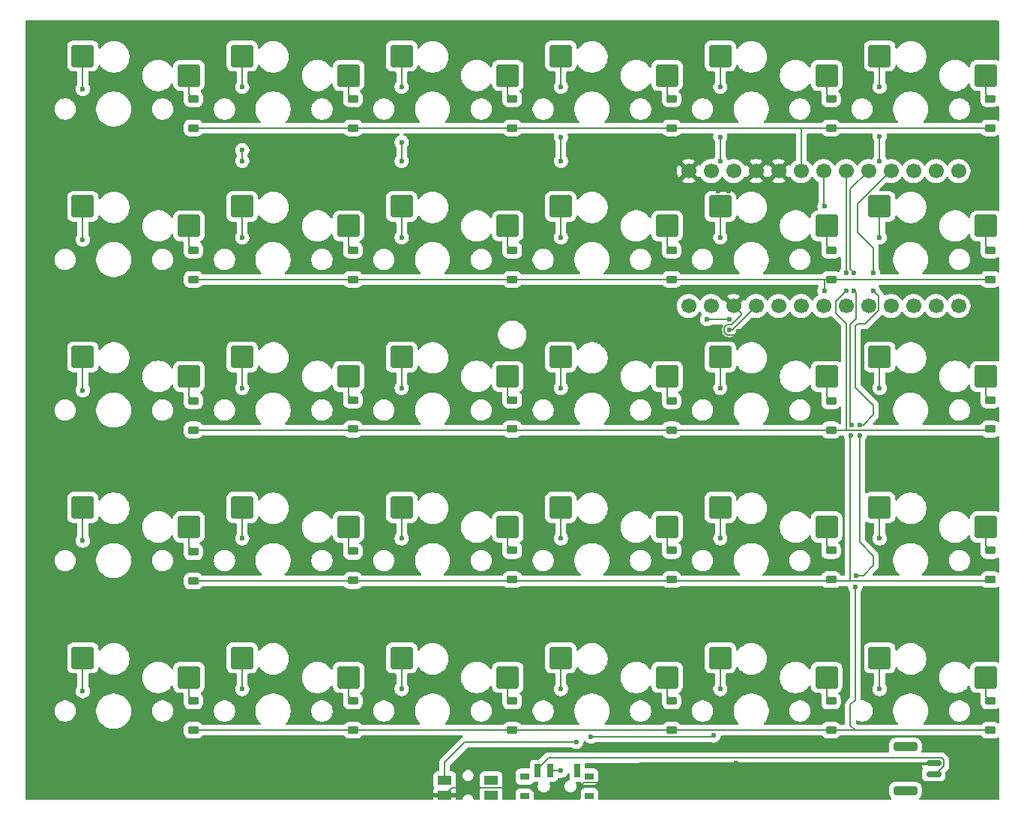
<source format=gbr>
G04 #@! TF.GenerationSoftware,KiCad,Pcbnew,9.0.0*
G04 #@! TF.CreationDate,2025-09-07T21:01:46+01:00*
G04 #@! TF.ProjectId,split_keyboard_1,73706c69-745f-46b6-9579-626f6172645f,rev?*
G04 #@! TF.SameCoordinates,Original*
G04 #@! TF.FileFunction,Copper,L2,Bot*
G04 #@! TF.FilePolarity,Positive*
%FSLAX46Y46*%
G04 Gerber Fmt 4.6, Leading zero omitted, Abs format (unit mm)*
G04 Created by KiCad (PCBNEW 9.0.0) date 2025-09-07 21:01:46*
%MOMM*%
%LPD*%
G01*
G04 APERTURE LIST*
G04 Aperture macros list*
%AMRoundRect*
0 Rectangle with rounded corners*
0 $1 Rounding radius*
0 $2 $3 $4 $5 $6 $7 $8 $9 X,Y pos of 4 corners*
0 Add a 4 corners polygon primitive as box body*
4,1,4,$2,$3,$4,$5,$6,$7,$8,$9,$2,$3,0*
0 Add four circle primitives for the rounded corners*
1,1,$1+$1,$2,$3*
1,1,$1+$1,$4,$5*
1,1,$1+$1,$6,$7*
1,1,$1+$1,$8,$9*
0 Add four rect primitives between the rounded corners*
20,1,$1+$1,$2,$3,$4,$5,0*
20,1,$1+$1,$4,$5,$6,$7,0*
20,1,$1+$1,$6,$7,$8,$9,0*
20,1,$1+$1,$8,$9,$2,$3,0*%
G04 Aperture macros list end*
G04 #@! TA.AperFunction,SMDPad,CuDef*
%ADD10RoundRect,0.250000X-1.025000X-1.000000X1.025000X-1.000000X1.025000X1.000000X-1.025000X1.000000X0*%
G04 #@! TD*
G04 #@! TA.AperFunction,ComponentPad*
%ADD11C,1.700000*%
G04 #@! TD*
G04 #@! TA.AperFunction,SMDPad,CuDef*
%ADD12RoundRect,0.225000X0.375000X-0.225000X0.375000X0.225000X-0.375000X0.225000X-0.375000X-0.225000X0*%
G04 #@! TD*
G04 #@! TA.AperFunction,SMDPad,CuDef*
%ADD13R,0.700000X1.500000*%
G04 #@! TD*
G04 #@! TA.AperFunction,SMDPad,CuDef*
%ADD14R,1.000000X0.800000*%
G04 #@! TD*
G04 #@! TA.AperFunction,SMDPad,CuDef*
%ADD15R,1.550000X1.000000*%
G04 #@! TD*
G04 #@! TA.AperFunction,SMDPad,CuDef*
%ADD16RoundRect,0.150000X0.700000X-0.150000X0.700000X0.150000X-0.700000X0.150000X-0.700000X-0.150000X0*%
G04 #@! TD*
G04 #@! TA.AperFunction,SMDPad,CuDef*
%ADD17RoundRect,0.250000X1.100000X-0.250000X1.100000X0.250000X-1.100000X0.250000X-1.100000X-0.250000X0*%
G04 #@! TD*
G04 #@! TA.AperFunction,ViaPad*
%ADD18C,0.600000*%
G04 #@! TD*
G04 #@! TA.AperFunction,Conductor*
%ADD19C,0.200000*%
G04 #@! TD*
G04 APERTURE END LIST*
D10*
X168250000Y-63000000D03*
X180250000Y-65200000D03*
X114250000Y-114000000D03*
X126250000Y-116200000D03*
X96250000Y-63000000D03*
X108250000Y-65200000D03*
X150250000Y-80000000D03*
X162250000Y-82200000D03*
X114250000Y-97000000D03*
X126250000Y-99200000D03*
X168250000Y-80000000D03*
X180250000Y-82200000D03*
X168250000Y-97000000D03*
X180250000Y-99200000D03*
X132250000Y-80000000D03*
X144250000Y-82200000D03*
X150250000Y-131000000D03*
X162250000Y-133200000D03*
X132250000Y-114000000D03*
X144250000Y-116200000D03*
X168250000Y-114000000D03*
X180250000Y-116200000D03*
X132250000Y-131000000D03*
X144250000Y-133200000D03*
X132250000Y-63000000D03*
X144250000Y-65200000D03*
X150250000Y-63000000D03*
X162250000Y-65200000D03*
X114250000Y-63000000D03*
X126250000Y-65200000D03*
X186250000Y-114000000D03*
X198250000Y-116200000D03*
X186250000Y-97000000D03*
X198250000Y-99200000D03*
X150250000Y-114000000D03*
X162250000Y-116200000D03*
X96250000Y-80000000D03*
X108250000Y-82200000D03*
X150250000Y-97000000D03*
X162250000Y-99200000D03*
X114250000Y-80000000D03*
X126250000Y-82200000D03*
X132250000Y-97000000D03*
X144250000Y-99200000D03*
X186250000Y-131000000D03*
X198250000Y-133200000D03*
X96250000Y-131000000D03*
X108250000Y-133200000D03*
X114250000Y-131000000D03*
X126250000Y-133200000D03*
X96250000Y-97000000D03*
X108250000Y-99200000D03*
X96250000Y-114000000D03*
X108250000Y-116200000D03*
X186250000Y-80000000D03*
X198250000Y-82200000D03*
X186250000Y-63000000D03*
X198250000Y-65200000D03*
X168250000Y-131000000D03*
X180250000Y-133200000D03*
D11*
X164670000Y-76000000D03*
X167210000Y-76000000D03*
X169750000Y-76000000D03*
X172290000Y-76000000D03*
X174830000Y-76000000D03*
X177370000Y-76000000D03*
X179910000Y-76000000D03*
X182450000Y-76000000D03*
X184990000Y-76000000D03*
X187530000Y-76000000D03*
X190070000Y-76000000D03*
X192610000Y-76000000D03*
X195150000Y-76000000D03*
X164670000Y-91240000D03*
X167210000Y-91240000D03*
X169750000Y-91240000D03*
X172290000Y-91240000D03*
X174830000Y-91240000D03*
X177370000Y-91240000D03*
X179910000Y-91240000D03*
X182450000Y-91240000D03*
X184990000Y-91240000D03*
X187530000Y-91240000D03*
X190070000Y-91240000D03*
X192610000Y-91240000D03*
X195150000Y-91240000D03*
D12*
X162750000Y-122150000D03*
X162750000Y-118850000D03*
X108750000Y-88250000D03*
X108750000Y-84950000D03*
D13*
X152070000Y-143750000D03*
X149070000Y-143750000D03*
X147570000Y-143750000D03*
D14*
X153470000Y-144400000D03*
X153470000Y-146600000D03*
X146170000Y-144400000D03*
X146170000Y-146600000D03*
D12*
X126750000Y-122250000D03*
X126750000Y-118950000D03*
X180750000Y-105250000D03*
X180750000Y-101950000D03*
X144750000Y-71150000D03*
X144750000Y-67850000D03*
X180750000Y-88250000D03*
X180750000Y-84950000D03*
X180750000Y-71150000D03*
X180750000Y-67850000D03*
X198750000Y-88250000D03*
X198750000Y-84950000D03*
X198750000Y-122150000D03*
X198750000Y-118850000D03*
X108750000Y-139150000D03*
X108750000Y-135850000D03*
X162750000Y-71150000D03*
X162750000Y-67850000D03*
X198750000Y-139150000D03*
X198750000Y-135850000D03*
D15*
X137125000Y-144800000D03*
X137125000Y-146500000D03*
X142375000Y-144800000D03*
X142375000Y-146500000D03*
D12*
X108750000Y-71150000D03*
X108750000Y-67850000D03*
X144750000Y-105150000D03*
X144750000Y-101850000D03*
X126750000Y-105150000D03*
X126750000Y-101850000D03*
X144750000Y-88250000D03*
X144750000Y-84950000D03*
X126750000Y-88250000D03*
X126750000Y-84950000D03*
X162750000Y-139150000D03*
X162750000Y-135850000D03*
X144750000Y-139150000D03*
X144750000Y-135850000D03*
X126750000Y-71150000D03*
X126750000Y-67850000D03*
X162750000Y-105250000D03*
X162750000Y-101950000D03*
D16*
X192350000Y-144125000D03*
X192350000Y-142875000D03*
D17*
X189150000Y-145975000D03*
X189150000Y-141025000D03*
D12*
X180750000Y-122150000D03*
X180750000Y-118850000D03*
X162750000Y-88250000D03*
X162750000Y-84950000D03*
X180750000Y-139150000D03*
X180750000Y-135850000D03*
X144750000Y-122150000D03*
X144750000Y-118850000D03*
X126750000Y-139150000D03*
X126750000Y-135850000D03*
X108750000Y-105250000D03*
X108750000Y-101950000D03*
X198750000Y-105150000D03*
X198750000Y-101850000D03*
X198750000Y-71150000D03*
X198750000Y-67850000D03*
X108750000Y-122300000D03*
X108750000Y-119000000D03*
D18*
X184000000Y-72000000D03*
X192000000Y-125250000D03*
X192750000Y-103250000D03*
X190750000Y-108250000D03*
X193250000Y-73250000D03*
X150250000Y-143750000D03*
X153646215Y-139900000D03*
X180000000Y-80000000D03*
X180000000Y-89500000D03*
X182500000Y-89500000D03*
X182500000Y-87500000D03*
X183300003Y-87500000D03*
X183000000Y-105850000D03*
X183300003Y-89500000D03*
X183100000Y-104650000D03*
X183549000Y-121700000D03*
X185500000Y-89500000D03*
X184000000Y-105850000D03*
X185500000Y-87500000D03*
X184000000Y-104650000D03*
X183500000Y-123000000D03*
X96250000Y-83750000D03*
X96250000Y-134750000D03*
X96250000Y-100750000D03*
X96250000Y-66750000D03*
X96250000Y-117750000D03*
X114250000Y-100500000D03*
X114250000Y-134500000D03*
X114250000Y-74850000D03*
X114250000Y-66500000D03*
X114250000Y-73650000D03*
X114250000Y-83500000D03*
X114250000Y-117500000D03*
X132250000Y-117500000D03*
X132250000Y-100500000D03*
X132250000Y-72750000D03*
X132250000Y-66500000D03*
X132250000Y-134500000D03*
X132250000Y-83500000D03*
X132250000Y-74850000D03*
X150250000Y-134500000D03*
X169250000Y-92750000D03*
X150250000Y-117500000D03*
X150250000Y-72150000D03*
X150250000Y-83500000D03*
X150250000Y-74850000D03*
X150250000Y-66500000D03*
X150250000Y-100500000D03*
X166750000Y-92750000D03*
X168250000Y-66500000D03*
X168250000Y-74850000D03*
X168250000Y-117500000D03*
X168250000Y-100500000D03*
X168250000Y-134500000D03*
X168250000Y-83500000D03*
X168250000Y-72150000D03*
X186250000Y-66500000D03*
X186250000Y-74850000D03*
X186250000Y-83500000D03*
X186250000Y-117500000D03*
X186250000Y-134500000D03*
X186250000Y-72049994D03*
X186250000Y-100500000D03*
X170000000Y-142874000D03*
X169199000Y-78250000D03*
X167999000Y-78250000D03*
X170303265Y-94075265D03*
X169250000Y-93951000D03*
X152000000Y-140500000D03*
X167500000Y-139750000D03*
D19*
X156899000Y-145101000D02*
X159125000Y-142875000D01*
X159125000Y-142875000D02*
X170000000Y-142875000D01*
X147822000Y-146750000D02*
X151202785Y-146750000D01*
X151202785Y-146750000D02*
X152851785Y-145101000D01*
X146771000Y-145699000D02*
X147822000Y-146750000D01*
X152851785Y-145101000D02*
X156899000Y-145101000D01*
X137926000Y-145699000D02*
X146771000Y-145699000D01*
X137125000Y-146500000D02*
X137926000Y-145699000D01*
X137125000Y-144900000D02*
X137125000Y-142800000D01*
X192591968Y-144125000D02*
X192350000Y-144125000D01*
X193501000Y-143215968D02*
X192591968Y-144125000D01*
X148844000Y-142274000D02*
X193240968Y-142274000D01*
X147570000Y-143548000D02*
X148844000Y-142274000D01*
X193501000Y-142534032D02*
X193501000Y-143215968D01*
X147570000Y-143750000D02*
X147570000Y-143548000D01*
X193240968Y-142274000D02*
X193501000Y-142534032D01*
X149070000Y-143750000D02*
X150250000Y-143750000D01*
X108250000Y-67350000D02*
X108750000Y-67850000D01*
X108250000Y-65200000D02*
X108250000Y-67350000D01*
X198750000Y-71150000D02*
X177500000Y-71150000D01*
X177370000Y-76000000D02*
X177370000Y-71280000D01*
X177370000Y-71280000D02*
X177500000Y-71150000D01*
X177500000Y-71150000D02*
X108750000Y-71150000D01*
X126250000Y-67350000D02*
X126750000Y-67850000D01*
X126250000Y-65200000D02*
X126250000Y-67350000D01*
X144250000Y-65200000D02*
X144250000Y-67350000D01*
X144250000Y-67350000D02*
X144750000Y-67850000D01*
X162250000Y-67350000D02*
X162750000Y-67850000D01*
X162250000Y-65200000D02*
X162250000Y-67350000D01*
X180250000Y-65200000D02*
X180250000Y-67350000D01*
X180250000Y-67350000D02*
X180750000Y-67850000D01*
X198250000Y-67350000D02*
X198750000Y-67850000D01*
X198250000Y-65200000D02*
X198250000Y-67350000D01*
X108750000Y-88250000D02*
X180000000Y-88250000D01*
X179910000Y-79910000D02*
X180000000Y-80000000D01*
X179910000Y-76000000D02*
X179910000Y-79910000D01*
X180000000Y-89500000D02*
X180000000Y-88250000D01*
X180000000Y-88250000D02*
X198750000Y-88250000D01*
X108250000Y-84450000D02*
X108750000Y-84950000D01*
X108250000Y-82200000D02*
X108250000Y-84450000D01*
X126250000Y-84450000D02*
X126750000Y-84950000D01*
X126250000Y-82200000D02*
X126250000Y-84450000D01*
X144250000Y-82200000D02*
X144250000Y-84450000D01*
X144250000Y-84450000D02*
X144750000Y-84950000D01*
X162250000Y-82200000D02*
X162250000Y-84450000D01*
X162250000Y-84450000D02*
X162750000Y-84950000D01*
X180250000Y-82200000D02*
X180250000Y-84450000D01*
X180250000Y-84450000D02*
X180750000Y-84950000D01*
X198250000Y-84450000D02*
X198750000Y-84950000D01*
X198250000Y-82200000D02*
X198250000Y-84450000D01*
X108250000Y-99200000D02*
X108250000Y-101450000D01*
X108250000Y-101450000D02*
X108750000Y-101950000D01*
X182500000Y-89500000D02*
X181299000Y-90701000D01*
X108750000Y-105250000D02*
X182500000Y-105250000D01*
X198650000Y-105250000D02*
X198750000Y-105150000D01*
X181299000Y-90701000D02*
X181299000Y-92049000D01*
X182450000Y-76000000D02*
X182450000Y-87450000D01*
X181299000Y-92049000D02*
X182500000Y-93250000D01*
X182500000Y-105250000D02*
X198650000Y-105250000D01*
X182500000Y-93250000D02*
X182500000Y-105250000D01*
X182450000Y-87450000D02*
X182500000Y-87500000D01*
X126250000Y-99200000D02*
X126250000Y-101350000D01*
X126250000Y-101350000D02*
X126750000Y-101850000D01*
X144250000Y-99200000D02*
X144250000Y-101350000D01*
X144250000Y-101350000D02*
X144750000Y-101850000D01*
X162250000Y-99200000D02*
X162250000Y-101450000D01*
X162250000Y-101450000D02*
X162750000Y-101950000D01*
X180250000Y-101450000D02*
X180750000Y-101950000D01*
X180250000Y-99200000D02*
X180250000Y-101450000D01*
X198250000Y-99200000D02*
X198250000Y-101350000D01*
X198250000Y-101350000D02*
X198750000Y-101850000D01*
X108250000Y-116200000D02*
X108250000Y-118500000D01*
X108250000Y-118500000D02*
X108750000Y-119000000D01*
X183000000Y-105850000D02*
X182949000Y-105901000D01*
X182949000Y-93301000D02*
X182949000Y-104499000D01*
X182949000Y-87099057D02*
X183300003Y-87450060D01*
X183601000Y-89800997D02*
X183601000Y-92649000D01*
X184990000Y-76000000D02*
X182949000Y-78041000D01*
X183300003Y-87450060D02*
X183300003Y-87500000D01*
X183000000Y-93250000D02*
X182949000Y-93301000D01*
X198600000Y-122300000D02*
X198750000Y-122150000D01*
X183300003Y-89500000D02*
X183601000Y-89800997D01*
X183601000Y-92649000D02*
X183000000Y-93250000D01*
X182949000Y-78041000D02*
X182949000Y-87099057D01*
X182949000Y-122249000D02*
X183000000Y-122300000D01*
X182949000Y-105901000D02*
X182949000Y-122249000D01*
X182949000Y-104499000D02*
X183100000Y-104650000D01*
X183000000Y-122300000D02*
X198600000Y-122300000D01*
X108750000Y-122300000D02*
X183000000Y-122300000D01*
X126250000Y-118450000D02*
X126750000Y-118950000D01*
X126250000Y-116200000D02*
X126250000Y-118450000D01*
X144250000Y-118350000D02*
X144750000Y-118850000D01*
X144250000Y-116200000D02*
X144250000Y-118350000D01*
X162250000Y-118350000D02*
X162750000Y-118850000D01*
X162250000Y-116200000D02*
X162250000Y-118350000D01*
X180250000Y-116200000D02*
X180250000Y-118350000D01*
X180250000Y-118350000D02*
X180750000Y-118850000D01*
X198250000Y-116200000D02*
X198250000Y-118350000D01*
X198250000Y-118350000D02*
X198750000Y-118850000D01*
X184000000Y-117910108D02*
X185551000Y-119461108D01*
X184389892Y-121700000D02*
X183549000Y-121700000D01*
X184607760Y-93250000D02*
X184000000Y-93250000D01*
X185551000Y-120538892D02*
X184389892Y-121700000D01*
X185551000Y-103538892D02*
X184439892Y-104650000D01*
X186141000Y-91716760D02*
X184607760Y-93250000D01*
X183500000Y-100410108D02*
X185551000Y-102461108D01*
X183500000Y-123000000D02*
X183500000Y-135750000D01*
X183500000Y-93750000D02*
X183500000Y-100410108D01*
X182949000Y-138599000D02*
X183500000Y-139150000D01*
X108750000Y-139150000D02*
X183500000Y-139150000D01*
X183500000Y-135750000D02*
X182949000Y-136301000D01*
X183500000Y-139150000D02*
X198750000Y-139150000D01*
X184439892Y-104650000D02*
X184000000Y-104650000D01*
X185551000Y-84736907D02*
X185551000Y-87449000D01*
X185551000Y-102461108D02*
X185551000Y-103538892D01*
X183750000Y-93250000D02*
X183500000Y-93500000D01*
X184000000Y-105850000D02*
X184000000Y-117910108D01*
X183750000Y-82935907D02*
X185551000Y-84736907D01*
X186141000Y-90141000D02*
X186141000Y-91716760D01*
X187530000Y-76000000D02*
X187438840Y-76000000D01*
X185500000Y-89500000D02*
X186141000Y-90141000D01*
X187438840Y-76000000D02*
X183750000Y-79688840D01*
X183750000Y-79688840D02*
X183750000Y-82935907D01*
X182949000Y-136301000D02*
X182949000Y-138599000D01*
X183500000Y-93500000D02*
X183500000Y-93750000D01*
X184000000Y-93250000D02*
X183750000Y-93250000D01*
X185551000Y-119461108D02*
X185551000Y-120538892D01*
X185551000Y-87449000D02*
X185500000Y-87500000D01*
X108250000Y-133200000D02*
X108250000Y-135350000D01*
X108250000Y-135350000D02*
X108750000Y-135850000D01*
X126250000Y-135350000D02*
X126750000Y-135850000D01*
X126250000Y-133200000D02*
X126250000Y-135350000D01*
X144250000Y-133200000D02*
X144250000Y-135350000D01*
X144250000Y-135350000D02*
X144750000Y-135850000D01*
X162250000Y-133200000D02*
X162250000Y-135350000D01*
X162250000Y-135350000D02*
X162750000Y-135850000D01*
X180250000Y-135350000D02*
X180750000Y-135850000D01*
X180250000Y-133200000D02*
X180250000Y-135350000D01*
X198250000Y-135350000D02*
X198750000Y-135850000D01*
X198250000Y-133200000D02*
X198250000Y-135350000D01*
X96250000Y-63250000D02*
X96250000Y-66750000D01*
X96250000Y-80250000D02*
X96250000Y-83750000D01*
X96250000Y-114250000D02*
X96250000Y-117750000D01*
X96250000Y-97250000D02*
X96250000Y-100750000D01*
X96250000Y-131250000D02*
X96250000Y-134750000D01*
X114250000Y-131000000D02*
X114250000Y-134500000D01*
X114250000Y-63000000D02*
X114250000Y-66500000D01*
X114250000Y-74850000D02*
X114250000Y-73650000D01*
X114250000Y-80000000D02*
X114250000Y-83500000D01*
X114250000Y-97000000D02*
X114250000Y-100500000D01*
X114250000Y-114000000D02*
X114250000Y-117500000D01*
X132250000Y-74850000D02*
X132250000Y-72750000D01*
X132250000Y-63000000D02*
X132250000Y-66500000D01*
X132250000Y-80000000D02*
X132250000Y-83500000D01*
X132250000Y-114000000D02*
X132250000Y-117500000D01*
X132250000Y-97000000D02*
X132250000Y-100500000D01*
X132250000Y-131000000D02*
X132250000Y-134500000D01*
X150250000Y-131000000D02*
X150250000Y-134500000D01*
X150250000Y-63000000D02*
X150250000Y-66500000D01*
X150250000Y-114000000D02*
X150250000Y-117500000D01*
X169250000Y-92750000D02*
X166750000Y-92750000D01*
X150250000Y-97000000D02*
X150250000Y-100500000D01*
X150250000Y-80000000D02*
X150250000Y-83500000D01*
X150250000Y-72150000D02*
X150250000Y-74850000D01*
X168250000Y-80000000D02*
X168250000Y-83500000D01*
X168250000Y-97000000D02*
X168250000Y-100500000D01*
X168250000Y-131000000D02*
X168250000Y-134500000D01*
X168250000Y-114000000D02*
X168250000Y-117500000D01*
X168250000Y-63000000D02*
X168250000Y-66500000D01*
X168250000Y-72150000D02*
X168250000Y-74850000D01*
X186250000Y-72049994D02*
X186250000Y-74850000D01*
X186250000Y-97000000D02*
X186250000Y-100500000D01*
X186250000Y-114000000D02*
X186250000Y-117500000D01*
X186250000Y-80000000D02*
X186250000Y-83500000D01*
X186250000Y-63000000D02*
X186250000Y-66500000D01*
X186250000Y-131000000D02*
X186250000Y-134500000D01*
X167999000Y-78250000D02*
X169199000Y-78250000D01*
X170600000Y-92249943D02*
X170600000Y-92090000D01*
X170600000Y-92090000D02*
X169750000Y-91240000D01*
X168649000Y-93703057D02*
X169001057Y-93351000D01*
X168649000Y-94199943D02*
X168649000Y-93703057D01*
X169498943Y-93351000D02*
X170600000Y-92249943D01*
X170000000Y-142875000D02*
X170000000Y-142874000D01*
X170303265Y-94075265D02*
X169826530Y-94552000D01*
X169001057Y-93351000D02*
X169498943Y-93351000D01*
X192350000Y-142875000D02*
X170000000Y-142875000D01*
X169001057Y-94552000D02*
X168649000Y-94199943D01*
X169826530Y-94552000D02*
X169001057Y-94552000D01*
X139425000Y-140500000D02*
X152000000Y-140500000D01*
X169579000Y-93951000D02*
X172290000Y-91240000D01*
X169250000Y-93951000D02*
X169579000Y-93951000D01*
X137125000Y-142800000D02*
X139425000Y-140500000D01*
X153646215Y-139901000D02*
X167349000Y-139901000D01*
X167349000Y-139901000D02*
X167500000Y-139750000D01*
G04 #@! TA.AperFunction,Conductor*
G36*
X199692539Y-59020185D02*
G01*
X199738294Y-59072989D01*
X199749500Y-59124500D01*
X199749500Y-63394883D01*
X199729815Y-63461922D01*
X199677011Y-63507677D01*
X199607853Y-63517621D01*
X199586498Y-63512589D01*
X199427797Y-63460001D01*
X199427795Y-63460000D01*
X199325010Y-63449500D01*
X197174998Y-63449500D01*
X197174981Y-63449501D01*
X197072203Y-63460000D01*
X197072200Y-63460001D01*
X196905668Y-63515185D01*
X196905663Y-63515187D01*
X196756342Y-63607289D01*
X196632289Y-63731342D01*
X196540187Y-63880663D01*
X196540186Y-63880666D01*
X196485001Y-64047203D01*
X196485001Y-64047204D01*
X196485000Y-64047204D01*
X196474500Y-64149983D01*
X196474500Y-64173146D01*
X196454815Y-64240185D01*
X196402011Y-64285940D01*
X196332853Y-64295884D01*
X196269297Y-64266859D01*
X196243114Y-64235148D01*
X196229445Y-64211473D01*
X196229444Y-64211472D01*
X196229442Y-64211468D01*
X196087756Y-64026819D01*
X196087751Y-64026813D01*
X195923186Y-63862248D01*
X195923179Y-63862242D01*
X195738540Y-63720564D01*
X195738538Y-63720562D01*
X195738532Y-63720558D01*
X195738527Y-63720555D01*
X195738524Y-63720553D01*
X195536976Y-63604188D01*
X195536960Y-63604180D01*
X195321947Y-63515120D01*
X195312501Y-63512589D01*
X195097126Y-63454879D01*
X195097125Y-63454878D01*
X195097122Y-63454878D01*
X194866382Y-63424501D01*
X194866377Y-63424500D01*
X194866372Y-63424500D01*
X194633628Y-63424500D01*
X194633622Y-63424500D01*
X194633617Y-63424501D01*
X194402877Y-63454878D01*
X194178052Y-63515120D01*
X193963039Y-63604180D01*
X193963023Y-63604188D01*
X193761475Y-63720553D01*
X193761459Y-63720564D01*
X193576820Y-63862242D01*
X193576813Y-63862248D01*
X193412248Y-64026813D01*
X193412242Y-64026820D01*
X193270564Y-64211459D01*
X193270553Y-64211475D01*
X193154188Y-64413023D01*
X193154180Y-64413039D01*
X193065120Y-64628052D01*
X193004878Y-64852877D01*
X192974501Y-65083617D01*
X192974500Y-65083634D01*
X192974500Y-65316365D01*
X192974501Y-65316382D01*
X193004878Y-65547122D01*
X193065120Y-65771947D01*
X193154180Y-65986960D01*
X193154188Y-65986976D01*
X193270553Y-66188524D01*
X193270564Y-66188540D01*
X193412242Y-66373179D01*
X193412248Y-66373186D01*
X193576813Y-66537751D01*
X193576820Y-66537757D01*
X193708303Y-66638647D01*
X193761468Y-66679442D01*
X193761475Y-66679446D01*
X193963023Y-66795811D01*
X193963039Y-66795819D01*
X194178052Y-66884879D01*
X194178054Y-66884879D01*
X194178060Y-66884882D01*
X194402874Y-66945121D01*
X194633628Y-66975500D01*
X194633635Y-66975500D01*
X194866365Y-66975500D01*
X194866372Y-66975500D01*
X195097126Y-66945121D01*
X195321940Y-66884882D01*
X195379953Y-66860852D01*
X195536960Y-66795819D01*
X195536963Y-66795817D01*
X195536969Y-66795815D01*
X195738532Y-66679442D01*
X195923181Y-66537756D01*
X196087756Y-66373181D01*
X196229442Y-66188532D01*
X196243113Y-66164852D01*
X196293676Y-66116637D01*
X196362283Y-66103412D01*
X196427149Y-66129378D01*
X196467679Y-66186291D01*
X196474500Y-66226846D01*
X196474500Y-66249998D01*
X196474501Y-66250019D01*
X196485000Y-66352796D01*
X196485001Y-66352799D01*
X196540185Y-66519331D01*
X196540187Y-66519336D01*
X196551549Y-66537756D01*
X196632288Y-66668656D01*
X196756344Y-66792712D01*
X196905666Y-66884814D01*
X197072203Y-66939999D01*
X197174991Y-66950500D01*
X197525500Y-66950499D01*
X197534186Y-66953049D01*
X197543147Y-66951761D01*
X197567183Y-66962738D01*
X197592539Y-66970183D01*
X197598467Y-66977025D01*
X197606703Y-66980786D01*
X197620989Y-67003017D01*
X197638294Y-67022987D01*
X197640581Y-67033502D01*
X197644477Y-67039564D01*
X197649500Y-67074499D01*
X197649500Y-67263330D01*
X197649499Y-67263348D01*
X197649499Y-67429059D01*
X197654516Y-67447783D01*
X197658099Y-67492477D01*
X197649500Y-67576645D01*
X197649500Y-68123337D01*
X197649501Y-68123355D01*
X197659650Y-68222707D01*
X197659651Y-68222710D01*
X197712996Y-68383694D01*
X197713001Y-68383705D01*
X197802029Y-68528040D01*
X197802032Y-68528044D01*
X197921955Y-68647967D01*
X197921959Y-68647970D01*
X198066294Y-68736998D01*
X198066297Y-68736999D01*
X198066303Y-68737003D01*
X198227292Y-68790349D01*
X198326655Y-68800500D01*
X199173344Y-68800499D01*
X199173352Y-68800498D01*
X199173355Y-68800498D01*
X199227760Y-68794940D01*
X199272708Y-68790349D01*
X199433697Y-68737003D01*
X199560404Y-68658848D01*
X199627795Y-68640408D01*
X199694458Y-68661330D01*
X199739228Y-68714972D01*
X199749500Y-68764387D01*
X199749500Y-70235612D01*
X199729815Y-70302651D01*
X199677011Y-70348406D01*
X199607853Y-70358350D01*
X199560403Y-70341150D01*
X199433705Y-70263001D01*
X199433699Y-70262998D01*
X199433697Y-70262997D01*
X199351054Y-70235612D01*
X199272709Y-70209651D01*
X199173346Y-70199500D01*
X198326662Y-70199500D01*
X198326644Y-70199501D01*
X198227292Y-70209650D01*
X198227289Y-70209651D01*
X198066305Y-70262996D01*
X198066294Y-70263001D01*
X197921959Y-70352029D01*
X197921955Y-70352032D01*
X197802031Y-70471956D01*
X197790535Y-70490596D01*
X197738588Y-70537321D01*
X197684996Y-70549500D01*
X191293643Y-70549500D01*
X191226604Y-70529815D01*
X191180849Y-70477011D01*
X191170905Y-70407853D01*
X191199930Y-70344297D01*
X191205962Y-70337819D01*
X191238442Y-70305338D01*
X191238447Y-70305333D01*
X191396093Y-70099884D01*
X191525574Y-69875616D01*
X191624675Y-69636366D01*
X191691699Y-69386228D01*
X191725500Y-69129481D01*
X191725500Y-68905513D01*
X194049500Y-68905513D01*
X194049500Y-69094486D01*
X194079059Y-69281118D01*
X194137454Y-69460836D01*
X194223240Y-69629199D01*
X194334310Y-69782073D01*
X194467927Y-69915690D01*
X194620801Y-70026760D01*
X194700347Y-70067290D01*
X194789163Y-70112545D01*
X194789165Y-70112545D01*
X194789168Y-70112547D01*
X194885497Y-70143846D01*
X194968881Y-70170940D01*
X195155514Y-70200500D01*
X195155519Y-70200500D01*
X195344486Y-70200500D01*
X195531118Y-70170940D01*
X195710832Y-70112547D01*
X195879199Y-70026760D01*
X196032073Y-69915690D01*
X196165690Y-69782073D01*
X196276760Y-69629199D01*
X196362547Y-69460832D01*
X196420940Y-69281118D01*
X196450500Y-69094486D01*
X196450500Y-68905513D01*
X196420940Y-68718881D01*
X196362545Y-68539163D01*
X196314310Y-68444498D01*
X196276760Y-68370801D01*
X196165690Y-68217927D01*
X196032073Y-68084310D01*
X195879199Y-67973240D01*
X195710836Y-67887454D01*
X195531118Y-67829059D01*
X195344486Y-67799500D01*
X195344481Y-67799500D01*
X195155519Y-67799500D01*
X195155514Y-67799500D01*
X194968881Y-67829059D01*
X194789163Y-67887454D01*
X194620800Y-67973240D01*
X194533579Y-68036610D01*
X194467927Y-68084310D01*
X194467925Y-68084312D01*
X194467924Y-68084312D01*
X194334312Y-68217924D01*
X194334312Y-68217925D01*
X194334310Y-68217927D01*
X194330836Y-68222709D01*
X194223240Y-68370800D01*
X194137454Y-68539163D01*
X194079059Y-68718881D01*
X194049500Y-68905513D01*
X191725500Y-68905513D01*
X191725500Y-68870519D01*
X191691699Y-68613772D01*
X191624675Y-68363634D01*
X191525574Y-68124384D01*
X191502438Y-68084312D01*
X191396093Y-67900116D01*
X191238448Y-67694668D01*
X191238442Y-67694661D01*
X191055338Y-67511557D01*
X191055331Y-67511551D01*
X190849883Y-67353906D01*
X190625619Y-67224427D01*
X190625609Y-67224423D01*
X190386364Y-67125324D01*
X190261297Y-67091813D01*
X190136228Y-67058301D01*
X190136222Y-67058300D01*
X190136217Y-67058299D01*
X189879491Y-67024501D01*
X189879486Y-67024500D01*
X189879481Y-67024500D01*
X189620519Y-67024500D01*
X189620513Y-67024500D01*
X189620508Y-67024501D01*
X189363782Y-67058299D01*
X189363775Y-67058300D01*
X189363772Y-67058301D01*
X189336114Y-67065712D01*
X189113635Y-67125324D01*
X188874390Y-67224423D01*
X188874380Y-67224427D01*
X188650116Y-67353906D01*
X188444668Y-67511551D01*
X188444661Y-67511557D01*
X188261557Y-67694661D01*
X188261551Y-67694668D01*
X188103906Y-67900116D01*
X187974427Y-68124380D01*
X187974423Y-68124390D01*
X187875324Y-68363635D01*
X187808302Y-68613769D01*
X187808299Y-68613782D01*
X187774501Y-68870508D01*
X187774500Y-68870525D01*
X187774500Y-69129474D01*
X187774501Y-69129491D01*
X187808299Y-69386217D01*
X187808300Y-69386222D01*
X187808301Y-69386228D01*
X187808302Y-69386230D01*
X187875324Y-69636364D01*
X187974423Y-69875609D01*
X187974427Y-69875619D01*
X188103906Y-70099883D01*
X188261551Y-70305331D01*
X188261557Y-70305338D01*
X188294038Y-70337819D01*
X188327523Y-70399142D01*
X188322539Y-70468834D01*
X188280667Y-70524767D01*
X188215203Y-70549184D01*
X188206357Y-70549500D01*
X181815004Y-70549500D01*
X181747965Y-70529815D01*
X181709465Y-70490596D01*
X181708136Y-70488442D01*
X181697968Y-70471956D01*
X181578044Y-70352032D01*
X181578040Y-70352029D01*
X181433705Y-70263001D01*
X181433699Y-70262998D01*
X181433697Y-70262997D01*
X181351054Y-70235612D01*
X181272709Y-70209651D01*
X181173346Y-70199500D01*
X180326662Y-70199500D01*
X180326644Y-70199501D01*
X180227292Y-70209650D01*
X180227289Y-70209651D01*
X180066305Y-70262996D01*
X180066294Y-70263001D01*
X179921959Y-70352029D01*
X179921955Y-70352032D01*
X179802031Y-70471956D01*
X179790535Y-70490596D01*
X179738588Y-70537321D01*
X179684996Y-70549500D01*
X177579062Y-70549500D01*
X177579058Y-70549499D01*
X177420943Y-70549499D01*
X177420939Y-70549500D01*
X173293643Y-70549500D01*
X173226604Y-70529815D01*
X173180849Y-70477011D01*
X173170905Y-70407853D01*
X173199930Y-70344297D01*
X173205962Y-70337819D01*
X173238442Y-70305338D01*
X173238447Y-70305333D01*
X173396093Y-70099884D01*
X173525574Y-69875616D01*
X173624675Y-69636366D01*
X173691699Y-69386228D01*
X173725500Y-69129481D01*
X173725500Y-68905513D01*
X176049500Y-68905513D01*
X176049500Y-69094486D01*
X176079059Y-69281118D01*
X176137454Y-69460836D01*
X176223240Y-69629199D01*
X176334310Y-69782073D01*
X176467927Y-69915690D01*
X176620801Y-70026760D01*
X176700347Y-70067290D01*
X176789163Y-70112545D01*
X176789165Y-70112545D01*
X176789168Y-70112547D01*
X176885497Y-70143846D01*
X176968881Y-70170940D01*
X177155514Y-70200500D01*
X177155519Y-70200500D01*
X177344486Y-70200500D01*
X177531118Y-70170940D01*
X177710832Y-70112547D01*
X177879199Y-70026760D01*
X178032073Y-69915690D01*
X178165690Y-69782073D01*
X178276760Y-69629199D01*
X178362547Y-69460832D01*
X178420940Y-69281118D01*
X178450500Y-69094486D01*
X178450500Y-68905513D01*
X183049500Y-68905513D01*
X183049500Y-69094486D01*
X183079059Y-69281118D01*
X183137454Y-69460836D01*
X183223240Y-69629199D01*
X183334310Y-69782073D01*
X183467927Y-69915690D01*
X183620801Y-70026760D01*
X183700347Y-70067290D01*
X183789163Y-70112545D01*
X183789165Y-70112545D01*
X183789168Y-70112547D01*
X183885497Y-70143846D01*
X183968881Y-70170940D01*
X184155514Y-70200500D01*
X184155519Y-70200500D01*
X184344486Y-70200500D01*
X184531118Y-70170940D01*
X184710832Y-70112547D01*
X184879199Y-70026760D01*
X185032073Y-69915690D01*
X185165690Y-69782073D01*
X185276760Y-69629199D01*
X185362547Y-69460832D01*
X185420940Y-69281118D01*
X185450500Y-69094486D01*
X185450500Y-68905513D01*
X185420940Y-68718881D01*
X185362545Y-68539163D01*
X185314310Y-68444498D01*
X185276760Y-68370801D01*
X185165690Y-68217927D01*
X185032073Y-68084310D01*
X184879199Y-67973240D01*
X184710836Y-67887454D01*
X184531118Y-67829059D01*
X184344486Y-67799500D01*
X184344481Y-67799500D01*
X184155519Y-67799500D01*
X184155514Y-67799500D01*
X183968881Y-67829059D01*
X183789163Y-67887454D01*
X183620800Y-67973240D01*
X183533579Y-68036610D01*
X183467927Y-68084310D01*
X183467925Y-68084312D01*
X183467924Y-68084312D01*
X183334312Y-68217924D01*
X183334312Y-68217925D01*
X183334310Y-68217927D01*
X183330836Y-68222709D01*
X183223240Y-68370800D01*
X183137454Y-68539163D01*
X183079059Y-68718881D01*
X183049500Y-68905513D01*
X178450500Y-68905513D01*
X178420940Y-68718881D01*
X178362545Y-68539163D01*
X178314310Y-68444498D01*
X178276760Y-68370801D01*
X178165690Y-68217927D01*
X178032073Y-68084310D01*
X177879199Y-67973240D01*
X177710836Y-67887454D01*
X177531118Y-67829059D01*
X177344486Y-67799500D01*
X177344481Y-67799500D01*
X177155519Y-67799500D01*
X177155514Y-67799500D01*
X176968881Y-67829059D01*
X176789163Y-67887454D01*
X176620800Y-67973240D01*
X176533579Y-68036610D01*
X176467927Y-68084310D01*
X176467925Y-68084312D01*
X176467924Y-68084312D01*
X176334312Y-68217924D01*
X176334312Y-68217925D01*
X176334310Y-68217927D01*
X176330836Y-68222709D01*
X176223240Y-68370800D01*
X176137454Y-68539163D01*
X176079059Y-68718881D01*
X176049500Y-68905513D01*
X173725500Y-68905513D01*
X173725500Y-68870519D01*
X173691699Y-68613772D01*
X173624675Y-68363634D01*
X173525574Y-68124384D01*
X173502438Y-68084312D01*
X173396093Y-67900116D01*
X173238448Y-67694668D01*
X173238442Y-67694661D01*
X173055338Y-67511557D01*
X173055331Y-67511551D01*
X172849883Y-67353906D01*
X172625619Y-67224427D01*
X172625609Y-67224423D01*
X172386364Y-67125324D01*
X172261297Y-67091813D01*
X172136228Y-67058301D01*
X172136222Y-67058300D01*
X172136217Y-67058299D01*
X171879491Y-67024501D01*
X171879486Y-67024500D01*
X171879481Y-67024500D01*
X171620519Y-67024500D01*
X171620513Y-67024500D01*
X171620508Y-67024501D01*
X171363782Y-67058299D01*
X171363775Y-67058300D01*
X171363772Y-67058301D01*
X171336114Y-67065712D01*
X171113635Y-67125324D01*
X170874390Y-67224423D01*
X170874380Y-67224427D01*
X170650116Y-67353906D01*
X170444668Y-67511551D01*
X170444661Y-67511557D01*
X170261557Y-67694661D01*
X170261551Y-67694668D01*
X170103906Y-67900116D01*
X169974427Y-68124380D01*
X169974423Y-68124390D01*
X169875324Y-68363635D01*
X169808302Y-68613769D01*
X169808299Y-68613782D01*
X169774501Y-68870508D01*
X169774500Y-68870525D01*
X169774500Y-69129474D01*
X169774501Y-69129491D01*
X169808299Y-69386217D01*
X169808300Y-69386222D01*
X169808301Y-69386228D01*
X169808302Y-69386230D01*
X169875324Y-69636364D01*
X169974423Y-69875609D01*
X169974427Y-69875619D01*
X170103906Y-70099883D01*
X170261551Y-70305331D01*
X170261557Y-70305338D01*
X170294038Y-70337819D01*
X170327523Y-70399142D01*
X170322539Y-70468834D01*
X170280667Y-70524767D01*
X170215203Y-70549184D01*
X170206357Y-70549500D01*
X163815004Y-70549500D01*
X163747965Y-70529815D01*
X163709465Y-70490596D01*
X163708136Y-70488442D01*
X163697968Y-70471956D01*
X163578044Y-70352032D01*
X163578040Y-70352029D01*
X163433705Y-70263001D01*
X163433699Y-70262998D01*
X163433697Y-70262997D01*
X163351054Y-70235612D01*
X163272709Y-70209651D01*
X163173346Y-70199500D01*
X162326662Y-70199500D01*
X162326644Y-70199501D01*
X162227292Y-70209650D01*
X162227289Y-70209651D01*
X162066305Y-70262996D01*
X162066294Y-70263001D01*
X161921959Y-70352029D01*
X161921955Y-70352032D01*
X161802031Y-70471956D01*
X161790535Y-70490596D01*
X161738588Y-70537321D01*
X161684996Y-70549500D01*
X155293643Y-70549500D01*
X155226604Y-70529815D01*
X155180849Y-70477011D01*
X155170905Y-70407853D01*
X155199930Y-70344297D01*
X155205962Y-70337819D01*
X155238442Y-70305338D01*
X155238447Y-70305333D01*
X155396093Y-70099884D01*
X155525574Y-69875616D01*
X155624675Y-69636366D01*
X155691699Y-69386228D01*
X155725500Y-69129481D01*
X155725500Y-68905513D01*
X158049500Y-68905513D01*
X158049500Y-69094486D01*
X158079059Y-69281118D01*
X158137454Y-69460836D01*
X158223240Y-69629199D01*
X158334310Y-69782073D01*
X158467927Y-69915690D01*
X158620801Y-70026760D01*
X158700347Y-70067290D01*
X158789163Y-70112545D01*
X158789165Y-70112545D01*
X158789168Y-70112547D01*
X158885497Y-70143846D01*
X158968881Y-70170940D01*
X159155514Y-70200500D01*
X159155519Y-70200500D01*
X159344486Y-70200500D01*
X159531118Y-70170940D01*
X159710832Y-70112547D01*
X159879199Y-70026760D01*
X160032073Y-69915690D01*
X160165690Y-69782073D01*
X160276760Y-69629199D01*
X160362547Y-69460832D01*
X160420940Y-69281118D01*
X160450500Y-69094486D01*
X160450500Y-68905513D01*
X165049500Y-68905513D01*
X165049500Y-69094486D01*
X165079059Y-69281118D01*
X165137454Y-69460836D01*
X165223240Y-69629199D01*
X165334310Y-69782073D01*
X165467927Y-69915690D01*
X165620801Y-70026760D01*
X165700347Y-70067290D01*
X165789163Y-70112545D01*
X165789165Y-70112545D01*
X165789168Y-70112547D01*
X165885497Y-70143846D01*
X165968881Y-70170940D01*
X166155514Y-70200500D01*
X166155519Y-70200500D01*
X166344486Y-70200500D01*
X166531118Y-70170940D01*
X166710832Y-70112547D01*
X166879199Y-70026760D01*
X167032073Y-69915690D01*
X167165690Y-69782073D01*
X167276760Y-69629199D01*
X167362547Y-69460832D01*
X167420940Y-69281118D01*
X167450500Y-69094486D01*
X167450500Y-68905513D01*
X167420940Y-68718881D01*
X167362545Y-68539163D01*
X167314310Y-68444498D01*
X167276760Y-68370801D01*
X167165690Y-68217927D01*
X167032073Y-68084310D01*
X166879199Y-67973240D01*
X166710836Y-67887454D01*
X166531118Y-67829059D01*
X166344486Y-67799500D01*
X166344481Y-67799500D01*
X166155519Y-67799500D01*
X166155514Y-67799500D01*
X165968881Y-67829059D01*
X165789163Y-67887454D01*
X165620800Y-67973240D01*
X165533579Y-68036610D01*
X165467927Y-68084310D01*
X165467925Y-68084312D01*
X165467924Y-68084312D01*
X165334312Y-68217924D01*
X165334312Y-68217925D01*
X165334310Y-68217927D01*
X165330836Y-68222709D01*
X165223240Y-68370800D01*
X165137454Y-68539163D01*
X165079059Y-68718881D01*
X165049500Y-68905513D01*
X160450500Y-68905513D01*
X160420940Y-68718881D01*
X160362545Y-68539163D01*
X160314310Y-68444498D01*
X160276760Y-68370801D01*
X160165690Y-68217927D01*
X160032073Y-68084310D01*
X159879199Y-67973240D01*
X159710836Y-67887454D01*
X159531118Y-67829059D01*
X159344486Y-67799500D01*
X159344481Y-67799500D01*
X159155519Y-67799500D01*
X159155514Y-67799500D01*
X158968881Y-67829059D01*
X158789163Y-67887454D01*
X158620800Y-67973240D01*
X158533579Y-68036610D01*
X158467927Y-68084310D01*
X158467925Y-68084312D01*
X158467924Y-68084312D01*
X158334312Y-68217924D01*
X158334312Y-68217925D01*
X158334310Y-68217927D01*
X158330836Y-68222709D01*
X158223240Y-68370800D01*
X158137454Y-68539163D01*
X158079059Y-68718881D01*
X158049500Y-68905513D01*
X155725500Y-68905513D01*
X155725500Y-68870519D01*
X155691699Y-68613772D01*
X155624675Y-68363634D01*
X155525574Y-68124384D01*
X155502438Y-68084312D01*
X155396093Y-67900116D01*
X155238448Y-67694668D01*
X155238442Y-67694661D01*
X155055338Y-67511557D01*
X155055331Y-67511551D01*
X154849883Y-67353906D01*
X154625619Y-67224427D01*
X154625609Y-67224423D01*
X154386364Y-67125324D01*
X154261297Y-67091813D01*
X154136228Y-67058301D01*
X154136222Y-67058300D01*
X154136217Y-67058299D01*
X153879491Y-67024501D01*
X153879486Y-67024500D01*
X153879481Y-67024500D01*
X153620519Y-67024500D01*
X153620513Y-67024500D01*
X153620508Y-67024501D01*
X153363782Y-67058299D01*
X153363775Y-67058300D01*
X153363772Y-67058301D01*
X153336114Y-67065712D01*
X153113635Y-67125324D01*
X152874390Y-67224423D01*
X152874380Y-67224427D01*
X152650116Y-67353906D01*
X152444668Y-67511551D01*
X152444661Y-67511557D01*
X152261557Y-67694661D01*
X152261551Y-67694668D01*
X152103906Y-67900116D01*
X151974427Y-68124380D01*
X151974423Y-68124390D01*
X151875324Y-68363635D01*
X151808302Y-68613769D01*
X151808299Y-68613782D01*
X151774501Y-68870508D01*
X151774500Y-68870525D01*
X151774500Y-69129474D01*
X151774501Y-69129491D01*
X151808299Y-69386217D01*
X151808300Y-69386222D01*
X151808301Y-69386228D01*
X151808302Y-69386230D01*
X151875324Y-69636364D01*
X151974423Y-69875609D01*
X151974427Y-69875619D01*
X152103906Y-70099883D01*
X152261551Y-70305331D01*
X152261557Y-70305338D01*
X152294038Y-70337819D01*
X152327523Y-70399142D01*
X152322539Y-70468834D01*
X152280667Y-70524767D01*
X152215203Y-70549184D01*
X152206357Y-70549500D01*
X145815004Y-70549500D01*
X145747965Y-70529815D01*
X145709465Y-70490596D01*
X145708136Y-70488442D01*
X145697968Y-70471956D01*
X145578044Y-70352032D01*
X145578040Y-70352029D01*
X145433705Y-70263001D01*
X145433699Y-70262998D01*
X145433697Y-70262997D01*
X145351054Y-70235612D01*
X145272709Y-70209651D01*
X145173346Y-70199500D01*
X144326662Y-70199500D01*
X144326644Y-70199501D01*
X144227292Y-70209650D01*
X144227289Y-70209651D01*
X144066305Y-70262996D01*
X144066294Y-70263001D01*
X143921959Y-70352029D01*
X143921955Y-70352032D01*
X143802031Y-70471956D01*
X143790535Y-70490596D01*
X143738588Y-70537321D01*
X143684996Y-70549500D01*
X137293643Y-70549500D01*
X137226604Y-70529815D01*
X137180849Y-70477011D01*
X137170905Y-70407853D01*
X137199930Y-70344297D01*
X137205962Y-70337819D01*
X137238442Y-70305338D01*
X137238447Y-70305333D01*
X137396093Y-70099884D01*
X137525574Y-69875616D01*
X137624675Y-69636366D01*
X137691699Y-69386228D01*
X137725500Y-69129481D01*
X137725500Y-68905513D01*
X140049500Y-68905513D01*
X140049500Y-69094486D01*
X140079059Y-69281118D01*
X140137454Y-69460836D01*
X140223240Y-69629199D01*
X140334310Y-69782073D01*
X140467927Y-69915690D01*
X140620801Y-70026760D01*
X140700347Y-70067290D01*
X140789163Y-70112545D01*
X140789165Y-70112545D01*
X140789168Y-70112547D01*
X140885497Y-70143846D01*
X140968881Y-70170940D01*
X141155514Y-70200500D01*
X141155519Y-70200500D01*
X141344486Y-70200500D01*
X141531118Y-70170940D01*
X141710832Y-70112547D01*
X141879199Y-70026760D01*
X142032073Y-69915690D01*
X142165690Y-69782073D01*
X142276760Y-69629199D01*
X142362547Y-69460832D01*
X142420940Y-69281118D01*
X142450500Y-69094486D01*
X142450500Y-68905513D01*
X147049500Y-68905513D01*
X147049500Y-69094486D01*
X147079059Y-69281118D01*
X147137454Y-69460836D01*
X147223240Y-69629199D01*
X147334310Y-69782073D01*
X147467927Y-69915690D01*
X147620801Y-70026760D01*
X147700347Y-70067290D01*
X147789163Y-70112545D01*
X147789165Y-70112545D01*
X147789168Y-70112547D01*
X147885497Y-70143846D01*
X147968881Y-70170940D01*
X148155514Y-70200500D01*
X148155519Y-70200500D01*
X148344486Y-70200500D01*
X148531118Y-70170940D01*
X148710832Y-70112547D01*
X148879199Y-70026760D01*
X149032073Y-69915690D01*
X149165690Y-69782073D01*
X149276760Y-69629199D01*
X149362547Y-69460832D01*
X149420940Y-69281118D01*
X149450500Y-69094486D01*
X149450500Y-68905513D01*
X149420940Y-68718881D01*
X149362545Y-68539163D01*
X149314310Y-68444498D01*
X149276760Y-68370801D01*
X149165690Y-68217927D01*
X149032073Y-68084310D01*
X148879199Y-67973240D01*
X148710836Y-67887454D01*
X148531118Y-67829059D01*
X148344486Y-67799500D01*
X148344481Y-67799500D01*
X148155519Y-67799500D01*
X148155514Y-67799500D01*
X147968881Y-67829059D01*
X147789163Y-67887454D01*
X147620800Y-67973240D01*
X147533579Y-68036610D01*
X147467927Y-68084310D01*
X147467925Y-68084312D01*
X147467924Y-68084312D01*
X147334312Y-68217924D01*
X147334312Y-68217925D01*
X147334310Y-68217927D01*
X147330836Y-68222709D01*
X147223240Y-68370800D01*
X147137454Y-68539163D01*
X147079059Y-68718881D01*
X147049500Y-68905513D01*
X142450500Y-68905513D01*
X142420940Y-68718881D01*
X142362545Y-68539163D01*
X142314310Y-68444498D01*
X142276760Y-68370801D01*
X142165690Y-68217927D01*
X142032073Y-68084310D01*
X141879199Y-67973240D01*
X141710836Y-67887454D01*
X141531118Y-67829059D01*
X141344486Y-67799500D01*
X141344481Y-67799500D01*
X141155519Y-67799500D01*
X141155514Y-67799500D01*
X140968881Y-67829059D01*
X140789163Y-67887454D01*
X140620800Y-67973240D01*
X140533579Y-68036610D01*
X140467927Y-68084310D01*
X140467925Y-68084312D01*
X140467924Y-68084312D01*
X140334312Y-68217924D01*
X140334312Y-68217925D01*
X140334310Y-68217927D01*
X140330836Y-68222709D01*
X140223240Y-68370800D01*
X140137454Y-68539163D01*
X140079059Y-68718881D01*
X140049500Y-68905513D01*
X137725500Y-68905513D01*
X137725500Y-68870519D01*
X137691699Y-68613772D01*
X137624675Y-68363634D01*
X137525574Y-68124384D01*
X137502438Y-68084312D01*
X137396093Y-67900116D01*
X137238448Y-67694668D01*
X137238442Y-67694661D01*
X137055338Y-67511557D01*
X137055331Y-67511551D01*
X136849883Y-67353906D01*
X136625619Y-67224427D01*
X136625609Y-67224423D01*
X136386364Y-67125324D01*
X136261297Y-67091813D01*
X136136228Y-67058301D01*
X136136222Y-67058300D01*
X136136217Y-67058299D01*
X135879491Y-67024501D01*
X135879486Y-67024500D01*
X135879481Y-67024500D01*
X135620519Y-67024500D01*
X135620513Y-67024500D01*
X135620508Y-67024501D01*
X135363782Y-67058299D01*
X135363775Y-67058300D01*
X135363772Y-67058301D01*
X135336114Y-67065712D01*
X135113635Y-67125324D01*
X134874390Y-67224423D01*
X134874380Y-67224427D01*
X134650116Y-67353906D01*
X134444668Y-67511551D01*
X134444661Y-67511557D01*
X134261557Y-67694661D01*
X134261551Y-67694668D01*
X134103906Y-67900116D01*
X133974427Y-68124380D01*
X133974423Y-68124390D01*
X133875324Y-68363635D01*
X133808302Y-68613769D01*
X133808299Y-68613782D01*
X133774501Y-68870508D01*
X133774500Y-68870525D01*
X133774500Y-69129474D01*
X133774501Y-69129491D01*
X133808299Y-69386217D01*
X133808300Y-69386222D01*
X133808301Y-69386228D01*
X133808302Y-69386230D01*
X133875324Y-69636364D01*
X133974423Y-69875609D01*
X133974427Y-69875619D01*
X134103906Y-70099883D01*
X134261551Y-70305331D01*
X134261557Y-70305338D01*
X134294038Y-70337819D01*
X134327523Y-70399142D01*
X134322539Y-70468834D01*
X134280667Y-70524767D01*
X134215203Y-70549184D01*
X134206357Y-70549500D01*
X127815004Y-70549500D01*
X127747965Y-70529815D01*
X127709465Y-70490596D01*
X127708136Y-70488442D01*
X127697968Y-70471956D01*
X127578044Y-70352032D01*
X127578040Y-70352029D01*
X127433705Y-70263001D01*
X127433699Y-70262998D01*
X127433697Y-70262997D01*
X127351054Y-70235612D01*
X127272709Y-70209651D01*
X127173346Y-70199500D01*
X126326662Y-70199500D01*
X126326644Y-70199501D01*
X126227292Y-70209650D01*
X126227289Y-70209651D01*
X126066305Y-70262996D01*
X126066294Y-70263001D01*
X125921959Y-70352029D01*
X125921955Y-70352032D01*
X125802031Y-70471956D01*
X125790535Y-70490596D01*
X125738588Y-70537321D01*
X125684996Y-70549500D01*
X119293643Y-70549500D01*
X119226604Y-70529815D01*
X119180849Y-70477011D01*
X119170905Y-70407853D01*
X119199930Y-70344297D01*
X119205962Y-70337819D01*
X119238442Y-70305338D01*
X119238447Y-70305333D01*
X119396093Y-70099884D01*
X119525574Y-69875616D01*
X119624675Y-69636366D01*
X119691699Y-69386228D01*
X119725500Y-69129481D01*
X119725500Y-68905513D01*
X122049500Y-68905513D01*
X122049500Y-69094486D01*
X122079059Y-69281118D01*
X122137454Y-69460836D01*
X122223240Y-69629199D01*
X122334310Y-69782073D01*
X122467927Y-69915690D01*
X122620801Y-70026760D01*
X122700347Y-70067290D01*
X122789163Y-70112545D01*
X122789165Y-70112545D01*
X122789168Y-70112547D01*
X122885497Y-70143846D01*
X122968881Y-70170940D01*
X123155514Y-70200500D01*
X123155519Y-70200500D01*
X123344486Y-70200500D01*
X123531118Y-70170940D01*
X123710832Y-70112547D01*
X123879199Y-70026760D01*
X124032073Y-69915690D01*
X124165690Y-69782073D01*
X124276760Y-69629199D01*
X124362547Y-69460832D01*
X124420940Y-69281118D01*
X124450500Y-69094486D01*
X124450500Y-68905513D01*
X129049500Y-68905513D01*
X129049500Y-69094486D01*
X129079059Y-69281118D01*
X129137454Y-69460836D01*
X129223240Y-69629199D01*
X129334310Y-69782073D01*
X129467927Y-69915690D01*
X129620801Y-70026760D01*
X129700347Y-70067290D01*
X129789163Y-70112545D01*
X129789165Y-70112545D01*
X129789168Y-70112547D01*
X129885497Y-70143846D01*
X129968881Y-70170940D01*
X130155514Y-70200500D01*
X130155519Y-70200500D01*
X130344486Y-70200500D01*
X130531118Y-70170940D01*
X130710832Y-70112547D01*
X130879199Y-70026760D01*
X131032073Y-69915690D01*
X131165690Y-69782073D01*
X131276760Y-69629199D01*
X131362547Y-69460832D01*
X131420940Y-69281118D01*
X131450500Y-69094486D01*
X131450500Y-68905513D01*
X131420940Y-68718881D01*
X131362545Y-68539163D01*
X131314310Y-68444498D01*
X131276760Y-68370801D01*
X131165690Y-68217927D01*
X131032073Y-68084310D01*
X130879199Y-67973240D01*
X130710836Y-67887454D01*
X130531118Y-67829059D01*
X130344486Y-67799500D01*
X130344481Y-67799500D01*
X130155519Y-67799500D01*
X130155514Y-67799500D01*
X129968881Y-67829059D01*
X129789163Y-67887454D01*
X129620800Y-67973240D01*
X129533579Y-68036610D01*
X129467927Y-68084310D01*
X129467925Y-68084312D01*
X129467924Y-68084312D01*
X129334312Y-68217924D01*
X129334312Y-68217925D01*
X129334310Y-68217927D01*
X129330836Y-68222709D01*
X129223240Y-68370800D01*
X129137454Y-68539163D01*
X129079059Y-68718881D01*
X129049500Y-68905513D01*
X124450500Y-68905513D01*
X124420940Y-68718881D01*
X124362545Y-68539163D01*
X124314310Y-68444498D01*
X124276760Y-68370801D01*
X124165690Y-68217927D01*
X124032073Y-68084310D01*
X123879199Y-67973240D01*
X123710836Y-67887454D01*
X123531118Y-67829059D01*
X123344486Y-67799500D01*
X123344481Y-67799500D01*
X123155519Y-67799500D01*
X123155514Y-67799500D01*
X122968881Y-67829059D01*
X122789163Y-67887454D01*
X122620800Y-67973240D01*
X122533579Y-68036610D01*
X122467927Y-68084310D01*
X122467925Y-68084312D01*
X122467924Y-68084312D01*
X122334312Y-68217924D01*
X122334312Y-68217925D01*
X122334310Y-68217927D01*
X122330836Y-68222709D01*
X122223240Y-68370800D01*
X122137454Y-68539163D01*
X122079059Y-68718881D01*
X122049500Y-68905513D01*
X119725500Y-68905513D01*
X119725500Y-68870519D01*
X119691699Y-68613772D01*
X119624675Y-68363634D01*
X119525574Y-68124384D01*
X119502438Y-68084312D01*
X119396093Y-67900116D01*
X119238448Y-67694668D01*
X119238442Y-67694661D01*
X119055338Y-67511557D01*
X119055331Y-67511551D01*
X118849883Y-67353906D01*
X118625619Y-67224427D01*
X118625609Y-67224423D01*
X118386364Y-67125324D01*
X118261297Y-67091813D01*
X118136228Y-67058301D01*
X118136222Y-67058300D01*
X118136217Y-67058299D01*
X117879491Y-67024501D01*
X117879486Y-67024500D01*
X117879481Y-67024500D01*
X117620519Y-67024500D01*
X117620513Y-67024500D01*
X117620508Y-67024501D01*
X117363782Y-67058299D01*
X117363775Y-67058300D01*
X117363772Y-67058301D01*
X117336114Y-67065712D01*
X117113635Y-67125324D01*
X116874390Y-67224423D01*
X116874380Y-67224427D01*
X116650116Y-67353906D01*
X116444668Y-67511551D01*
X116444661Y-67511557D01*
X116261557Y-67694661D01*
X116261551Y-67694668D01*
X116103906Y-67900116D01*
X115974427Y-68124380D01*
X115974423Y-68124390D01*
X115875324Y-68363635D01*
X115808302Y-68613769D01*
X115808299Y-68613782D01*
X115774501Y-68870508D01*
X115774500Y-68870525D01*
X115774500Y-69129474D01*
X115774501Y-69129491D01*
X115808299Y-69386217D01*
X115808300Y-69386222D01*
X115808301Y-69386228D01*
X115808302Y-69386230D01*
X115875324Y-69636364D01*
X115974423Y-69875609D01*
X115974427Y-69875619D01*
X116103906Y-70099883D01*
X116261551Y-70305331D01*
X116261557Y-70305338D01*
X116294038Y-70337819D01*
X116327523Y-70399142D01*
X116322539Y-70468834D01*
X116280667Y-70524767D01*
X116215203Y-70549184D01*
X116206357Y-70549500D01*
X109815004Y-70549500D01*
X109747965Y-70529815D01*
X109709465Y-70490596D01*
X109708136Y-70488442D01*
X109697968Y-70471956D01*
X109578044Y-70352032D01*
X109578040Y-70352029D01*
X109433705Y-70263001D01*
X109433699Y-70262998D01*
X109433697Y-70262997D01*
X109351054Y-70235612D01*
X109272709Y-70209651D01*
X109173346Y-70199500D01*
X108326662Y-70199500D01*
X108326644Y-70199501D01*
X108227292Y-70209650D01*
X108227289Y-70209651D01*
X108066305Y-70262996D01*
X108066294Y-70263001D01*
X107921959Y-70352029D01*
X107921955Y-70352032D01*
X107802032Y-70471955D01*
X107802029Y-70471959D01*
X107713001Y-70616294D01*
X107712996Y-70616305D01*
X107659651Y-70777290D01*
X107649500Y-70876647D01*
X107649500Y-71423337D01*
X107649501Y-71423355D01*
X107659650Y-71522707D01*
X107659651Y-71522710D01*
X107712996Y-71683694D01*
X107713001Y-71683705D01*
X107802029Y-71828040D01*
X107802032Y-71828044D01*
X107921955Y-71947967D01*
X107921959Y-71947970D01*
X108066294Y-72036998D01*
X108066297Y-72036999D01*
X108066303Y-72037003D01*
X108227292Y-72090349D01*
X108326655Y-72100500D01*
X109173344Y-72100499D01*
X109173352Y-72100498D01*
X109173355Y-72100498D01*
X109227760Y-72094940D01*
X109272708Y-72090349D01*
X109433697Y-72037003D01*
X109578044Y-71947968D01*
X109697968Y-71828044D01*
X109709465Y-71809403D01*
X109761412Y-71762679D01*
X109815004Y-71750500D01*
X125684996Y-71750500D01*
X125752035Y-71770185D01*
X125790535Y-71809404D01*
X125802031Y-71828043D01*
X125921955Y-71947967D01*
X125921959Y-71947970D01*
X126066294Y-72036998D01*
X126066297Y-72036999D01*
X126066303Y-72037003D01*
X126227292Y-72090349D01*
X126326655Y-72100500D01*
X127173344Y-72100499D01*
X127173352Y-72100498D01*
X127173355Y-72100498D01*
X127227760Y-72094940D01*
X127272708Y-72090349D01*
X127433697Y-72037003D01*
X127578044Y-71947968D01*
X127697968Y-71828044D01*
X127709465Y-71809403D01*
X127761412Y-71762679D01*
X127815004Y-71750500D01*
X131947810Y-71750500D01*
X132014849Y-71770185D01*
X132060604Y-71822989D01*
X132070548Y-71892147D01*
X132041523Y-71955703D01*
X131995262Y-71989061D01*
X131870827Y-72040602D01*
X131870814Y-72040609D01*
X131739711Y-72128210D01*
X131739707Y-72128213D01*
X131628213Y-72239707D01*
X131628210Y-72239711D01*
X131540609Y-72370814D01*
X131540602Y-72370827D01*
X131480264Y-72516498D01*
X131480261Y-72516510D01*
X131449500Y-72671153D01*
X131449500Y-72828846D01*
X131480261Y-72983489D01*
X131480264Y-72983501D01*
X131540602Y-73129172D01*
X131540609Y-73129185D01*
X131628602Y-73260874D01*
X131649480Y-73327551D01*
X131649500Y-73329765D01*
X131649500Y-74270234D01*
X131629815Y-74337273D01*
X131628602Y-74339125D01*
X131540609Y-74470814D01*
X131540602Y-74470827D01*
X131480264Y-74616498D01*
X131480261Y-74616510D01*
X131449500Y-74771153D01*
X131449500Y-74928846D01*
X131480261Y-75083489D01*
X131480264Y-75083501D01*
X131540602Y-75229172D01*
X131540609Y-75229185D01*
X131628210Y-75360288D01*
X131628213Y-75360292D01*
X131739707Y-75471786D01*
X131739711Y-75471789D01*
X131870814Y-75559390D01*
X131870827Y-75559397D01*
X131968614Y-75599901D01*
X132016503Y-75619737D01*
X132171153Y-75650499D01*
X132171156Y-75650500D01*
X132171158Y-75650500D01*
X132328844Y-75650500D01*
X132328845Y-75650499D01*
X132483497Y-75619737D01*
X132629179Y-75559394D01*
X132760289Y-75471789D01*
X132871789Y-75360289D01*
X132959394Y-75229179D01*
X133019737Y-75083497D01*
X133050500Y-74928842D01*
X133050500Y-74771158D01*
X133050500Y-74771155D01*
X133050499Y-74771153D01*
X133043894Y-74737946D01*
X133019737Y-74616503D01*
X133005250Y-74581527D01*
X132959397Y-74470827D01*
X132959390Y-74470814D01*
X132871398Y-74339125D01*
X132850520Y-74272447D01*
X132850500Y-74270234D01*
X132850500Y-73329765D01*
X132870185Y-73262726D01*
X132871398Y-73260874D01*
X132959390Y-73129185D01*
X132959390Y-73129184D01*
X132959394Y-73129179D01*
X133019737Y-72983497D01*
X133050500Y-72828842D01*
X133050500Y-72671158D01*
X133050500Y-72671155D01*
X133050499Y-72671153D01*
X133028445Y-72560283D01*
X133019737Y-72516503D01*
X133019735Y-72516498D01*
X132959397Y-72370827D01*
X132959390Y-72370814D01*
X132871789Y-72239711D01*
X132871786Y-72239707D01*
X132760292Y-72128213D01*
X132760288Y-72128210D01*
X132629185Y-72040609D01*
X132629172Y-72040602D01*
X132504738Y-71989061D01*
X132450334Y-71945221D01*
X132428269Y-71878926D01*
X132445548Y-71811227D01*
X132496685Y-71763616D01*
X132552190Y-71750500D01*
X143684996Y-71750500D01*
X143752035Y-71770185D01*
X143790535Y-71809404D01*
X143802031Y-71828043D01*
X143921955Y-71947967D01*
X143921959Y-71947970D01*
X144066294Y-72036998D01*
X144066297Y-72036999D01*
X144066303Y-72037003D01*
X144227292Y-72090349D01*
X144326655Y-72100500D01*
X145173344Y-72100499D01*
X145173352Y-72100498D01*
X145173355Y-72100498D01*
X145227760Y-72094940D01*
X145272708Y-72090349D01*
X145433697Y-72037003D01*
X145578044Y-71947968D01*
X145697968Y-71828044D01*
X145709465Y-71809403D01*
X145761412Y-71762679D01*
X145815004Y-71750500D01*
X149363445Y-71750500D01*
X149430484Y-71770185D01*
X149476239Y-71822989D01*
X149486183Y-71892147D01*
X149481159Y-71910411D01*
X149482031Y-71910676D01*
X149480261Y-71916510D01*
X149449500Y-72071153D01*
X149449500Y-72228846D01*
X149480261Y-72383489D01*
X149480264Y-72383501D01*
X149540602Y-72529172D01*
X149540609Y-72529185D01*
X149628602Y-72660874D01*
X149649480Y-72727551D01*
X149649500Y-72729765D01*
X149649500Y-74270234D01*
X149629815Y-74337273D01*
X149628602Y-74339125D01*
X149540609Y-74470814D01*
X149540602Y-74470827D01*
X149480264Y-74616498D01*
X149480261Y-74616510D01*
X149449500Y-74771153D01*
X149449500Y-74928846D01*
X149480261Y-75083489D01*
X149480264Y-75083501D01*
X149540602Y-75229172D01*
X149540609Y-75229185D01*
X149628210Y-75360288D01*
X149628213Y-75360292D01*
X149739707Y-75471786D01*
X149739711Y-75471789D01*
X149870814Y-75559390D01*
X149870827Y-75559397D01*
X149968614Y-75599901D01*
X150016503Y-75619737D01*
X150171153Y-75650499D01*
X150171156Y-75650500D01*
X150171158Y-75650500D01*
X150328844Y-75650500D01*
X150328845Y-75650499D01*
X150483497Y-75619737D01*
X150629179Y-75559394D01*
X150760289Y-75471789D01*
X150871789Y-75360289D01*
X150959394Y-75229179D01*
X151019737Y-75083497D01*
X151050500Y-74928842D01*
X151050500Y-74771158D01*
X151050500Y-74771155D01*
X151050499Y-74771153D01*
X151043894Y-74737946D01*
X151019737Y-74616503D01*
X151005250Y-74581527D01*
X150959397Y-74470827D01*
X150959390Y-74470814D01*
X150871398Y-74339125D01*
X150850520Y-74272447D01*
X150850500Y-74270234D01*
X150850500Y-72729765D01*
X150870185Y-72662726D01*
X150871398Y-72660874D01*
X150892189Y-72629759D01*
X150959394Y-72529179D01*
X151019737Y-72383497D01*
X151050500Y-72228842D01*
X151050500Y-72071158D01*
X151050500Y-72071155D01*
X151050499Y-72071153D01*
X151043706Y-72037003D01*
X151019737Y-71916503D01*
X151019732Y-71916492D01*
X151017969Y-71910676D01*
X151020720Y-71909841D01*
X151014497Y-71852641D01*
X151045691Y-71790122D01*
X151105734Y-71754392D01*
X151136555Y-71750500D01*
X161684996Y-71750500D01*
X161752035Y-71770185D01*
X161790535Y-71809404D01*
X161802031Y-71828043D01*
X161921955Y-71947967D01*
X161921959Y-71947970D01*
X162066294Y-72036998D01*
X162066297Y-72036999D01*
X162066303Y-72037003D01*
X162227292Y-72090349D01*
X162326655Y-72100500D01*
X163173344Y-72100499D01*
X163173352Y-72100498D01*
X163173355Y-72100498D01*
X163227760Y-72094940D01*
X163272708Y-72090349D01*
X163433697Y-72037003D01*
X163578044Y-71947968D01*
X163697968Y-71828044D01*
X163709465Y-71809403D01*
X163761412Y-71762679D01*
X163815004Y-71750500D01*
X167363445Y-71750500D01*
X167430484Y-71770185D01*
X167476239Y-71822989D01*
X167486183Y-71892147D01*
X167481159Y-71910411D01*
X167482031Y-71910676D01*
X167480261Y-71916510D01*
X167449500Y-72071153D01*
X167449500Y-72228846D01*
X167480261Y-72383489D01*
X167480264Y-72383501D01*
X167540602Y-72529172D01*
X167540609Y-72529185D01*
X167628602Y-72660874D01*
X167649480Y-72727551D01*
X167649500Y-72729765D01*
X167649500Y-74270234D01*
X167629815Y-74337273D01*
X167628602Y-74339125D01*
X167540609Y-74470814D01*
X167540602Y-74470827D01*
X167494750Y-74581527D01*
X167450909Y-74635931D01*
X167384615Y-74657996D01*
X167360791Y-74656548D01*
X167316292Y-74649500D01*
X167316287Y-74649500D01*
X167103713Y-74649500D01*
X167059214Y-74656548D01*
X166893760Y-74682753D01*
X166691585Y-74748444D01*
X166502179Y-74844951D01*
X166330213Y-74969890D01*
X166179890Y-75120213D01*
X166054949Y-75292182D01*
X166050202Y-75301499D01*
X166002227Y-75352293D01*
X165934405Y-75369087D01*
X165868271Y-75346548D01*
X165829234Y-75301495D01*
X165824626Y-75292452D01*
X165785270Y-75238282D01*
X165785269Y-75238282D01*
X165152962Y-75870590D01*
X165135925Y-75807007D01*
X165070099Y-75692993D01*
X164977007Y-75599901D01*
X164862993Y-75534075D01*
X164799409Y-75517037D01*
X165431716Y-74884728D01*
X165377550Y-74845375D01*
X165188217Y-74748904D01*
X164986129Y-74683242D01*
X164776246Y-74650000D01*
X164563754Y-74650000D01*
X164353872Y-74683242D01*
X164353869Y-74683242D01*
X164151782Y-74748904D01*
X163962439Y-74845380D01*
X163908282Y-74884727D01*
X163908282Y-74884728D01*
X164540591Y-75517037D01*
X164477007Y-75534075D01*
X164362993Y-75599901D01*
X164269901Y-75692993D01*
X164204075Y-75807007D01*
X164187037Y-75870591D01*
X163554728Y-75238282D01*
X163554727Y-75238282D01*
X163515380Y-75292439D01*
X163418904Y-75481782D01*
X163353242Y-75683869D01*
X163353242Y-75683872D01*
X163320000Y-75893753D01*
X163320000Y-76106246D01*
X163353242Y-76316127D01*
X163353242Y-76316130D01*
X163418904Y-76518217D01*
X163515375Y-76707550D01*
X163554728Y-76761716D01*
X164187036Y-76129407D01*
X164204075Y-76192993D01*
X164269901Y-76307007D01*
X164362993Y-76400099D01*
X164477007Y-76465925D01*
X164540590Y-76482962D01*
X163908282Y-77115269D01*
X163908282Y-77115270D01*
X163962449Y-77154624D01*
X164151782Y-77251095D01*
X164353870Y-77316757D01*
X164563754Y-77350000D01*
X164776246Y-77350000D01*
X164986127Y-77316757D01*
X164986130Y-77316757D01*
X165188217Y-77251095D01*
X165377554Y-77154622D01*
X165431716Y-77115270D01*
X165431717Y-77115270D01*
X164799408Y-76482962D01*
X164862993Y-76465925D01*
X164977007Y-76400099D01*
X165070099Y-76307007D01*
X165135925Y-76192993D01*
X165152962Y-76129408D01*
X165785270Y-76761717D01*
X165785270Y-76761716D01*
X165824622Y-76707555D01*
X165829232Y-76698507D01*
X165877205Y-76647709D01*
X165945025Y-76630912D01*
X166011161Y-76653447D01*
X166050204Y-76698504D01*
X166054949Y-76707817D01*
X166179890Y-76879786D01*
X166330213Y-77030109D01*
X166502179Y-77155048D01*
X166502181Y-77155049D01*
X166502184Y-77155051D01*
X166691588Y-77251557D01*
X166893757Y-77317246D01*
X167103713Y-77350500D01*
X167103714Y-77350500D01*
X167316286Y-77350500D01*
X167316287Y-77350500D01*
X167526243Y-77317246D01*
X167728412Y-77251557D01*
X167917816Y-77155051D01*
X167972572Y-77115269D01*
X168089786Y-77030109D01*
X168089788Y-77030106D01*
X168089792Y-77030104D01*
X168240104Y-76879792D01*
X168240106Y-76879788D01*
X168240109Y-76879786D01*
X168365048Y-76707820D01*
X168365047Y-76707820D01*
X168365051Y-76707816D01*
X168369514Y-76699054D01*
X168417488Y-76648259D01*
X168485308Y-76631463D01*
X168551444Y-76653999D01*
X168590486Y-76699056D01*
X168594951Y-76707820D01*
X168719890Y-76879786D01*
X168870213Y-77030109D01*
X169042179Y-77155048D01*
X169042181Y-77155049D01*
X169042184Y-77155051D01*
X169231588Y-77251557D01*
X169433757Y-77317246D01*
X169643713Y-77350500D01*
X169643714Y-77350500D01*
X169856286Y-77350500D01*
X169856287Y-77350500D01*
X170066243Y-77317246D01*
X170268412Y-77251557D01*
X170457816Y-77155051D01*
X170512572Y-77115269D01*
X170629786Y-77030109D01*
X170629788Y-77030106D01*
X170629792Y-77030104D01*
X170780104Y-76879792D01*
X170780106Y-76879788D01*
X170780109Y-76879786D01*
X170865890Y-76761717D01*
X170905051Y-76707816D01*
X170909793Y-76698508D01*
X170957763Y-76647711D01*
X171025583Y-76630911D01*
X171091719Y-76653445D01*
X171130763Y-76698500D01*
X171135373Y-76707547D01*
X171174728Y-76761716D01*
X171807037Y-76129408D01*
X171824075Y-76192993D01*
X171889901Y-76307007D01*
X171982993Y-76400099D01*
X172097007Y-76465925D01*
X172160590Y-76482962D01*
X171528282Y-77115269D01*
X171528282Y-77115270D01*
X171582449Y-77154624D01*
X171771782Y-77251095D01*
X171973870Y-77316757D01*
X172183754Y-77350000D01*
X172396246Y-77350000D01*
X172606127Y-77316757D01*
X172606130Y-77316757D01*
X172808217Y-77251095D01*
X172997554Y-77154622D01*
X173051716Y-77115270D01*
X173051717Y-77115270D01*
X172419408Y-76482962D01*
X172482993Y-76465925D01*
X172597007Y-76400099D01*
X172690099Y-76307007D01*
X172755925Y-76192993D01*
X172772962Y-76129408D01*
X173405270Y-76761717D01*
X173405270Y-76761716D01*
X173444622Y-76707554D01*
X173449514Y-76697954D01*
X173497488Y-76647157D01*
X173565308Y-76630361D01*
X173631444Y-76652897D01*
X173670486Y-76697954D01*
X173675375Y-76707550D01*
X173714728Y-76761716D01*
X174347037Y-76129408D01*
X174364075Y-76192993D01*
X174429901Y-76307007D01*
X174522993Y-76400099D01*
X174637007Y-76465925D01*
X174700590Y-76482962D01*
X174068282Y-77115269D01*
X174068282Y-77115270D01*
X174122449Y-77154624D01*
X174311782Y-77251095D01*
X174513870Y-77316757D01*
X174723754Y-77350000D01*
X174936246Y-77350000D01*
X175146127Y-77316757D01*
X175146130Y-77316757D01*
X175348217Y-77251095D01*
X175537554Y-77154622D01*
X175591716Y-77115270D01*
X175591717Y-77115270D01*
X174959408Y-76482962D01*
X175022993Y-76465925D01*
X175137007Y-76400099D01*
X175230099Y-76307007D01*
X175295925Y-76192993D01*
X175312962Y-76129409D01*
X175945270Y-76761717D01*
X175945270Y-76761716D01*
X175984622Y-76707555D01*
X175989232Y-76698507D01*
X176037205Y-76647709D01*
X176105025Y-76630912D01*
X176171161Y-76653447D01*
X176210204Y-76698504D01*
X176214949Y-76707817D01*
X176339890Y-76879786D01*
X176490213Y-77030109D01*
X176662179Y-77155048D01*
X176662181Y-77155049D01*
X176662184Y-77155051D01*
X176851588Y-77251557D01*
X177053757Y-77317246D01*
X177263713Y-77350500D01*
X177263714Y-77350500D01*
X177476286Y-77350500D01*
X177476287Y-77350500D01*
X177686243Y-77317246D01*
X177888412Y-77251557D01*
X178077816Y-77155051D01*
X178132572Y-77115269D01*
X178249786Y-77030109D01*
X178249788Y-77030106D01*
X178249792Y-77030104D01*
X178400104Y-76879792D01*
X178400106Y-76879788D01*
X178400109Y-76879786D01*
X178525048Y-76707820D01*
X178525047Y-76707820D01*
X178525051Y-76707816D01*
X178529514Y-76699054D01*
X178577488Y-76648259D01*
X178645308Y-76631463D01*
X178711444Y-76653999D01*
X178750486Y-76699056D01*
X178754951Y-76707820D01*
X178879890Y-76879786D01*
X179030213Y-77030109D01*
X179202184Y-77155051D01*
X179202184Y-77155052D01*
X179241793Y-77175233D01*
X179292590Y-77223206D01*
X179309500Y-77285718D01*
X179309500Y-79554929D01*
X179291967Y-79614638D01*
X179293479Y-79615447D01*
X179290602Y-79620828D01*
X179230264Y-79766498D01*
X179230261Y-79766510D01*
X179199500Y-79921153D01*
X179199500Y-80078846D01*
X179230261Y-80233489D01*
X179230263Y-80233496D01*
X179250118Y-80281432D01*
X179257586Y-80350901D01*
X179226310Y-80413380D01*
X179166221Y-80449032D01*
X179148159Y-80452241D01*
X179072202Y-80460001D01*
X179072200Y-80460001D01*
X178905668Y-80515185D01*
X178905663Y-80515187D01*
X178756342Y-80607289D01*
X178632289Y-80731342D01*
X178540187Y-80880663D01*
X178540186Y-80880666D01*
X178485001Y-81047203D01*
X178485001Y-81047204D01*
X178485000Y-81047204D01*
X178474500Y-81149983D01*
X178474500Y-81173146D01*
X178454815Y-81240185D01*
X178402011Y-81285940D01*
X178332853Y-81295884D01*
X178269297Y-81266859D01*
X178243114Y-81235148D01*
X178229445Y-81211473D01*
X178229444Y-81211472D01*
X178229442Y-81211468D01*
X178087756Y-81026819D01*
X178087751Y-81026813D01*
X177923186Y-80862248D01*
X177923179Y-80862242D01*
X177738540Y-80720564D01*
X177738538Y-80720562D01*
X177738532Y-80720558D01*
X177738527Y-80720555D01*
X177738524Y-80720553D01*
X177536976Y-80604188D01*
X177536960Y-80604180D01*
X177321947Y-80515120D01*
X177312501Y-80512589D01*
X177097126Y-80454879D01*
X177097125Y-80454878D01*
X177097122Y-80454878D01*
X176866382Y-80424501D01*
X176866377Y-80424500D01*
X176866372Y-80424500D01*
X176633628Y-80424500D01*
X176633622Y-80424500D01*
X176633617Y-80424501D01*
X176402877Y-80454878D01*
X176178052Y-80515120D01*
X175963039Y-80604180D01*
X175963023Y-80604188D01*
X175761475Y-80720553D01*
X175761459Y-80720564D01*
X175576820Y-80862242D01*
X175576813Y-80862248D01*
X175412248Y-81026813D01*
X175412242Y-81026820D01*
X175270564Y-81211459D01*
X175270553Y-81211475D01*
X175154188Y-81413023D01*
X175154180Y-81413039D01*
X175065120Y-81628052D01*
X175004878Y-81852877D01*
X174974501Y-82083617D01*
X174974500Y-82083634D01*
X174974500Y-82316365D01*
X174974501Y-82316382D01*
X175004878Y-82547122D01*
X175065120Y-82771947D01*
X175154180Y-82986960D01*
X175154188Y-82986976D01*
X175270553Y-83188524D01*
X175270564Y-83188540D01*
X175412242Y-83373179D01*
X175412248Y-83373186D01*
X175576813Y-83537751D01*
X175576820Y-83537757D01*
X175632553Y-83580522D01*
X175761468Y-83679442D01*
X175761475Y-83679446D01*
X175963023Y-83795811D01*
X175963039Y-83795819D01*
X176178052Y-83884879D01*
X176178054Y-83884879D01*
X176178060Y-83884882D01*
X176402874Y-83945121D01*
X176633628Y-83975500D01*
X176633635Y-83975500D01*
X176866365Y-83975500D01*
X176866372Y-83975500D01*
X177097126Y-83945121D01*
X177321940Y-83884882D01*
X177379953Y-83860852D01*
X177536960Y-83795819D01*
X177536963Y-83795817D01*
X177536969Y-83795815D01*
X177738532Y-83679442D01*
X177923181Y-83537756D01*
X178087756Y-83373181D01*
X178229442Y-83188532D01*
X178243113Y-83164852D01*
X178293676Y-83116637D01*
X178362283Y-83103412D01*
X178427149Y-83129378D01*
X178467679Y-83186291D01*
X178474500Y-83226846D01*
X178474500Y-83249998D01*
X178474501Y-83250019D01*
X178485000Y-83352796D01*
X178485001Y-83352799D01*
X178540185Y-83519331D01*
X178540187Y-83519336D01*
X178551549Y-83537756D01*
X178632288Y-83668656D01*
X178756344Y-83792712D01*
X178905666Y-83884814D01*
X179072203Y-83939999D01*
X179174991Y-83950500D01*
X179525500Y-83950499D01*
X179592539Y-83970183D01*
X179638294Y-84022987D01*
X179649500Y-84074499D01*
X179649500Y-84370939D01*
X179649499Y-84370943D01*
X179649499Y-84529057D01*
X179658046Y-84560954D01*
X179658628Y-84574588D01*
X179657144Y-84580572D01*
X179658099Y-84592477D01*
X179649500Y-84676645D01*
X179649500Y-85223337D01*
X179649501Y-85223355D01*
X179659650Y-85322707D01*
X179659651Y-85322710D01*
X179712996Y-85483694D01*
X179713001Y-85483705D01*
X179802029Y-85628040D01*
X179802032Y-85628044D01*
X179921955Y-85747967D01*
X179921959Y-85747970D01*
X180066294Y-85836998D01*
X180066297Y-85836999D01*
X180066303Y-85837003D01*
X180227292Y-85890349D01*
X180326655Y-85900500D01*
X181173344Y-85900499D01*
X181173352Y-85900498D01*
X181173355Y-85900498D01*
X181227760Y-85894940D01*
X181272708Y-85890349D01*
X181433697Y-85837003D01*
X181578044Y-85747968D01*
X181637819Y-85688193D01*
X181699142Y-85654708D01*
X181768834Y-85659692D01*
X181824767Y-85701564D01*
X181849184Y-85767028D01*
X181849500Y-85775874D01*
X181849500Y-86995064D01*
X181829815Y-87062103D01*
X181828603Y-87063954D01*
X181790608Y-87120817D01*
X181790602Y-87120828D01*
X181730264Y-87266498D01*
X181730261Y-87266507D01*
X181715573Y-87340349D01*
X181683187Y-87402259D01*
X181622471Y-87436833D01*
X181552702Y-87433092D01*
X181528861Y-87421695D01*
X181478372Y-87390553D01*
X181433701Y-87362999D01*
X181433698Y-87362997D01*
X181433697Y-87362997D01*
X181390524Y-87348691D01*
X181272709Y-87309651D01*
X181173346Y-87299500D01*
X180326662Y-87299500D01*
X180326644Y-87299501D01*
X180227292Y-87309650D01*
X180227289Y-87309651D01*
X180066305Y-87362996D01*
X180066294Y-87363001D01*
X179921959Y-87452029D01*
X179921955Y-87452032D01*
X179802031Y-87571956D01*
X179790535Y-87590596D01*
X179738588Y-87637321D01*
X179684996Y-87649500D01*
X173193643Y-87649500D01*
X173126604Y-87629815D01*
X173080849Y-87577011D01*
X173070905Y-87507853D01*
X173099930Y-87444297D01*
X173105962Y-87437819D01*
X173238442Y-87305338D01*
X173238447Y-87305333D01*
X173396093Y-87099884D01*
X173525574Y-86875616D01*
X173624675Y-86636366D01*
X173691699Y-86386228D01*
X173725500Y-86129481D01*
X173725500Y-85905513D01*
X176049500Y-85905513D01*
X176049500Y-86094486D01*
X176079059Y-86281118D01*
X176137454Y-86460836D01*
X176223240Y-86629199D01*
X176334310Y-86782073D01*
X176467927Y-86915690D01*
X176620801Y-87026760D01*
X176659832Y-87046647D01*
X176789163Y-87112545D01*
X176789165Y-87112545D01*
X176789168Y-87112547D01*
X176885497Y-87143846D01*
X176968881Y-87170940D01*
X177155514Y-87200500D01*
X177155519Y-87200500D01*
X177344486Y-87200500D01*
X177531118Y-87170940D01*
X177531124Y-87170938D01*
X177710832Y-87112547D01*
X177879199Y-87026760D01*
X178032073Y-86915690D01*
X178165690Y-86782073D01*
X178276760Y-86629199D01*
X178362547Y-86460832D01*
X178420940Y-86281118D01*
X178450500Y-86094486D01*
X178450500Y-85905513D01*
X178420940Y-85718881D01*
X178386786Y-85613769D01*
X178362547Y-85539168D01*
X178362545Y-85539165D01*
X178362545Y-85539163D01*
X178276759Y-85370800D01*
X178165690Y-85217927D01*
X178032073Y-85084310D01*
X177879199Y-84973240D01*
X177710836Y-84887454D01*
X177531118Y-84829059D01*
X177344486Y-84799500D01*
X177344481Y-84799500D01*
X177155519Y-84799500D01*
X177155514Y-84799500D01*
X176968881Y-84829059D01*
X176789163Y-84887454D01*
X176620800Y-84973240D01*
X176533579Y-85036610D01*
X176467927Y-85084310D01*
X176467925Y-85084312D01*
X176467924Y-85084312D01*
X176334312Y-85217924D01*
X176334312Y-85217925D01*
X176334310Y-85217927D01*
X176286610Y-85283579D01*
X176223240Y-85370800D01*
X176137454Y-85539163D01*
X176079059Y-85718881D01*
X176049500Y-85905513D01*
X173725500Y-85905513D01*
X173725500Y-85870519D01*
X173691699Y-85613772D01*
X173624675Y-85363634D01*
X173525574Y-85124384D01*
X173502438Y-85084312D01*
X173396093Y-84900116D01*
X173238448Y-84694668D01*
X173238442Y-84694661D01*
X173055338Y-84511557D01*
X173055331Y-84511551D01*
X172849883Y-84353906D01*
X172625619Y-84224427D01*
X172625609Y-84224423D01*
X172386364Y-84125324D01*
X172261297Y-84091813D01*
X172136228Y-84058301D01*
X172136222Y-84058300D01*
X172136217Y-84058299D01*
X171879491Y-84024501D01*
X171879486Y-84024500D01*
X171879481Y-84024500D01*
X171620519Y-84024500D01*
X171620513Y-84024500D01*
X171620508Y-84024501D01*
X171363782Y-84058299D01*
X171363775Y-84058300D01*
X171363772Y-84058301D01*
X171322484Y-84069364D01*
X171113635Y-84125324D01*
X170874390Y-84224423D01*
X170874380Y-84224427D01*
X170650116Y-84353906D01*
X170444668Y-84511551D01*
X170444661Y-84511557D01*
X170261557Y-84694661D01*
X170261551Y-84694668D01*
X170103906Y-84900116D01*
X169974427Y-85124380D01*
X169974423Y-85124390D01*
X169875324Y-85363635D01*
X169808302Y-85613769D01*
X169808299Y-85613782D01*
X169774501Y-85870508D01*
X169774500Y-85870525D01*
X169774500Y-86129474D01*
X169774501Y-86129491D01*
X169808299Y-86386217D01*
X169808300Y-86386222D01*
X169808301Y-86386228D01*
X169808302Y-86386230D01*
X169875324Y-86636364D01*
X169974423Y-86875609D01*
X169974427Y-86875619D01*
X170103906Y-87099883D01*
X170261551Y-87305331D01*
X170261557Y-87305338D01*
X170394038Y-87437819D01*
X170427523Y-87499142D01*
X170422539Y-87568834D01*
X170380667Y-87624767D01*
X170315203Y-87649184D01*
X170306357Y-87649500D01*
X163815004Y-87649500D01*
X163747965Y-87629815D01*
X163709465Y-87590596D01*
X163699499Y-87574439D01*
X163697968Y-87571956D01*
X163578044Y-87452032D01*
X163578040Y-87452029D01*
X163433705Y-87363001D01*
X163433699Y-87362998D01*
X163433697Y-87362997D01*
X163390524Y-87348691D01*
X163272709Y-87309651D01*
X163173346Y-87299500D01*
X162326662Y-87299500D01*
X162326644Y-87299501D01*
X162227292Y-87309650D01*
X162227289Y-87309651D01*
X162066305Y-87362996D01*
X162066294Y-87363001D01*
X161921959Y-87452029D01*
X161921955Y-87452032D01*
X161802031Y-87571956D01*
X161790535Y-87590596D01*
X161738588Y-87637321D01*
X161684996Y-87649500D01*
X155193643Y-87649500D01*
X155126604Y-87629815D01*
X155080849Y-87577011D01*
X155070905Y-87507853D01*
X155099930Y-87444297D01*
X155105962Y-87437819D01*
X155238442Y-87305338D01*
X155238447Y-87305333D01*
X155396093Y-87099884D01*
X155525574Y-86875616D01*
X155624675Y-86636366D01*
X155691699Y-86386228D01*
X155725500Y-86129481D01*
X155725500Y-85905513D01*
X158049500Y-85905513D01*
X158049500Y-86094486D01*
X158079059Y-86281118D01*
X158137454Y-86460836D01*
X158223240Y-86629199D01*
X158334310Y-86782073D01*
X158467927Y-86915690D01*
X158620801Y-87026760D01*
X158659832Y-87046647D01*
X158789163Y-87112545D01*
X158789165Y-87112545D01*
X158789168Y-87112547D01*
X158885497Y-87143846D01*
X158968881Y-87170940D01*
X159155514Y-87200500D01*
X159155519Y-87200500D01*
X159344486Y-87200500D01*
X159531118Y-87170940D01*
X159531124Y-87170938D01*
X159710832Y-87112547D01*
X159879199Y-87026760D01*
X160032073Y-86915690D01*
X160165690Y-86782073D01*
X160276760Y-86629199D01*
X160362547Y-86460832D01*
X160420940Y-86281118D01*
X160450500Y-86094486D01*
X160450500Y-85905513D01*
X165049500Y-85905513D01*
X165049500Y-86094486D01*
X165079059Y-86281118D01*
X165137454Y-86460836D01*
X165223240Y-86629199D01*
X165334310Y-86782073D01*
X165467927Y-86915690D01*
X165620801Y-87026760D01*
X165659832Y-87046647D01*
X165789163Y-87112545D01*
X165789165Y-87112545D01*
X165789168Y-87112547D01*
X165885497Y-87143846D01*
X165968881Y-87170940D01*
X166155514Y-87200500D01*
X166155519Y-87200500D01*
X166344486Y-87200500D01*
X166531118Y-87170940D01*
X166531124Y-87170938D01*
X166710832Y-87112547D01*
X166879199Y-87026760D01*
X167032073Y-86915690D01*
X167165690Y-86782073D01*
X167276760Y-86629199D01*
X167362547Y-86460832D01*
X167420940Y-86281118D01*
X167450500Y-86094486D01*
X167450500Y-85905513D01*
X167420940Y-85718881D01*
X167386786Y-85613769D01*
X167362547Y-85539168D01*
X167362545Y-85539165D01*
X167362545Y-85539163D01*
X167276759Y-85370800D01*
X167165690Y-85217927D01*
X167032073Y-85084310D01*
X166879199Y-84973240D01*
X166710836Y-84887454D01*
X166531118Y-84829059D01*
X166344486Y-84799500D01*
X166344481Y-84799500D01*
X166155519Y-84799500D01*
X166155514Y-84799500D01*
X165968881Y-84829059D01*
X165789163Y-84887454D01*
X165620800Y-84973240D01*
X165533579Y-85036610D01*
X165467927Y-85084310D01*
X165467925Y-85084312D01*
X165467924Y-85084312D01*
X165334312Y-85217924D01*
X165334312Y-85217925D01*
X165334310Y-85217927D01*
X165286610Y-85283579D01*
X165223240Y-85370800D01*
X165137454Y-85539163D01*
X165079059Y-85718881D01*
X165049500Y-85905513D01*
X160450500Y-85905513D01*
X160420940Y-85718881D01*
X160386786Y-85613769D01*
X160362547Y-85539168D01*
X160362545Y-85539165D01*
X160362545Y-85539163D01*
X160276759Y-85370800D01*
X160165690Y-85217927D01*
X160032073Y-85084310D01*
X159879199Y-84973240D01*
X159710836Y-84887454D01*
X159531118Y-84829059D01*
X159344486Y-84799500D01*
X159344481Y-84799500D01*
X159155519Y-84799500D01*
X159155514Y-84799500D01*
X158968881Y-84829059D01*
X158789163Y-84887454D01*
X158620800Y-84973240D01*
X158533579Y-85036610D01*
X158467927Y-85084310D01*
X158467925Y-85084312D01*
X158467924Y-85084312D01*
X158334312Y-85217924D01*
X158334312Y-85217925D01*
X158334310Y-85217927D01*
X158286610Y-85283579D01*
X158223240Y-85370800D01*
X158137454Y-85539163D01*
X158079059Y-85718881D01*
X158049500Y-85905513D01*
X155725500Y-85905513D01*
X155725500Y-85870519D01*
X155691699Y-85613772D01*
X155624675Y-85363634D01*
X155525574Y-85124384D01*
X155502438Y-85084312D01*
X155396093Y-84900116D01*
X155238448Y-84694668D01*
X155238442Y-84694661D01*
X155055338Y-84511557D01*
X155055331Y-84511551D01*
X154849883Y-84353906D01*
X154625619Y-84224427D01*
X154625609Y-84224423D01*
X154386364Y-84125324D01*
X154261297Y-84091813D01*
X154136228Y-84058301D01*
X154136222Y-84058300D01*
X154136217Y-84058299D01*
X153879491Y-84024501D01*
X153879486Y-84024500D01*
X153879481Y-84024500D01*
X153620519Y-84024500D01*
X153620513Y-84024500D01*
X153620508Y-84024501D01*
X153363782Y-84058299D01*
X153363775Y-84058300D01*
X153363772Y-84058301D01*
X153322484Y-84069364D01*
X153113635Y-84125324D01*
X152874390Y-84224423D01*
X152874380Y-84224427D01*
X152650116Y-84353906D01*
X152444668Y-84511551D01*
X152444661Y-84511557D01*
X152261557Y-84694661D01*
X152261551Y-84694668D01*
X152103906Y-84900116D01*
X151974427Y-85124380D01*
X151974423Y-85124390D01*
X151875324Y-85363635D01*
X151808302Y-85613769D01*
X151808299Y-85613782D01*
X151774501Y-85870508D01*
X151774500Y-85870525D01*
X151774500Y-86129474D01*
X151774501Y-86129491D01*
X151808299Y-86386217D01*
X151808300Y-86386222D01*
X151808301Y-86386228D01*
X151808302Y-86386230D01*
X151875324Y-86636364D01*
X151974423Y-86875609D01*
X151974427Y-86875619D01*
X152103906Y-87099883D01*
X152261551Y-87305331D01*
X152261557Y-87305338D01*
X152394038Y-87437819D01*
X152427523Y-87499142D01*
X152422539Y-87568834D01*
X152380667Y-87624767D01*
X152315203Y-87649184D01*
X152306357Y-87649500D01*
X145815004Y-87649500D01*
X145747965Y-87629815D01*
X145709465Y-87590596D01*
X145699499Y-87574439D01*
X145697968Y-87571956D01*
X145578044Y-87452032D01*
X145578040Y-87452029D01*
X145433705Y-87363001D01*
X145433699Y-87362998D01*
X145433697Y-87362997D01*
X145390524Y-87348691D01*
X145272709Y-87309651D01*
X145173346Y-87299500D01*
X144326662Y-87299500D01*
X144326644Y-87299501D01*
X144227292Y-87309650D01*
X144227289Y-87309651D01*
X144066305Y-87362996D01*
X144066294Y-87363001D01*
X143921959Y-87452029D01*
X143921955Y-87452032D01*
X143802031Y-87571956D01*
X143790535Y-87590596D01*
X143738588Y-87637321D01*
X143684996Y-87649500D01*
X137193643Y-87649500D01*
X137126604Y-87629815D01*
X137080849Y-87577011D01*
X137070905Y-87507853D01*
X137099930Y-87444297D01*
X137105962Y-87437819D01*
X137238442Y-87305338D01*
X137238447Y-87305333D01*
X137396093Y-87099884D01*
X137525574Y-86875616D01*
X137624675Y-86636366D01*
X137691699Y-86386228D01*
X137725500Y-86129481D01*
X137725500Y-85905513D01*
X140049500Y-85905513D01*
X140049500Y-86094486D01*
X140079059Y-86281118D01*
X140137454Y-86460836D01*
X140223240Y-86629199D01*
X140334310Y-86782073D01*
X140467927Y-86915690D01*
X140620801Y-87026760D01*
X140659832Y-87046647D01*
X140789163Y-87112545D01*
X140789165Y-87112545D01*
X140789168Y-87112547D01*
X140885497Y-87143846D01*
X140968881Y-87170940D01*
X141155514Y-87200500D01*
X141155519Y-87200500D01*
X141344486Y-87200500D01*
X141531118Y-87170940D01*
X141531124Y-87170938D01*
X141710832Y-87112547D01*
X141879199Y-87026760D01*
X142032073Y-86915690D01*
X142165690Y-86782073D01*
X142276760Y-86629199D01*
X142362547Y-86460832D01*
X142420940Y-86281118D01*
X142450500Y-86094486D01*
X142450500Y-85905513D01*
X147049500Y-85905513D01*
X147049500Y-86094486D01*
X147079059Y-86281118D01*
X147137454Y-86460836D01*
X147223240Y-86629199D01*
X147334310Y-86782073D01*
X147467927Y-86915690D01*
X147620801Y-87026760D01*
X147659832Y-87046647D01*
X147789163Y-87112545D01*
X147789165Y-87112545D01*
X147789168Y-87112547D01*
X147885497Y-87143846D01*
X147968881Y-87170940D01*
X148155514Y-87200500D01*
X148155519Y-87200500D01*
X148344486Y-87200500D01*
X148531118Y-87170940D01*
X148531124Y-87170938D01*
X148710832Y-87112547D01*
X148879199Y-87026760D01*
X149032073Y-86915690D01*
X149165690Y-86782073D01*
X149276760Y-86629199D01*
X149362547Y-86460832D01*
X149420940Y-86281118D01*
X149450500Y-86094486D01*
X149450500Y-85905513D01*
X149420940Y-85718881D01*
X149386786Y-85613769D01*
X149362547Y-85539168D01*
X149362545Y-85539165D01*
X149362545Y-85539163D01*
X149276759Y-85370800D01*
X149165690Y-85217927D01*
X149032073Y-85084310D01*
X148879199Y-84973240D01*
X148710836Y-84887454D01*
X148531118Y-84829059D01*
X148344486Y-84799500D01*
X148344481Y-84799500D01*
X148155519Y-84799500D01*
X148155514Y-84799500D01*
X147968881Y-84829059D01*
X147789163Y-84887454D01*
X147620800Y-84973240D01*
X147533579Y-85036610D01*
X147467927Y-85084310D01*
X147467925Y-85084312D01*
X147467924Y-85084312D01*
X147334312Y-85217924D01*
X147334312Y-85217925D01*
X147334310Y-85217927D01*
X147286610Y-85283579D01*
X147223240Y-85370800D01*
X147137454Y-85539163D01*
X147079059Y-85718881D01*
X147049500Y-85905513D01*
X142450500Y-85905513D01*
X142420940Y-85718881D01*
X142386786Y-85613769D01*
X142362547Y-85539168D01*
X142362545Y-85539165D01*
X142362545Y-85539163D01*
X142276759Y-85370800D01*
X142165690Y-85217927D01*
X142032073Y-85084310D01*
X141879199Y-84973240D01*
X141710836Y-84887454D01*
X141531118Y-84829059D01*
X141344486Y-84799500D01*
X141344481Y-84799500D01*
X141155519Y-84799500D01*
X141155514Y-84799500D01*
X140968881Y-84829059D01*
X140789163Y-84887454D01*
X140620800Y-84973240D01*
X140533579Y-85036610D01*
X140467927Y-85084310D01*
X140467925Y-85084312D01*
X140467924Y-85084312D01*
X140334312Y-85217924D01*
X140334312Y-85217925D01*
X140334310Y-85217927D01*
X140286610Y-85283579D01*
X140223240Y-85370800D01*
X140137454Y-85539163D01*
X140079059Y-85718881D01*
X140049500Y-85905513D01*
X137725500Y-85905513D01*
X137725500Y-85870519D01*
X137691699Y-85613772D01*
X137624675Y-85363634D01*
X137525574Y-85124384D01*
X137502438Y-85084312D01*
X137396093Y-84900116D01*
X137238448Y-84694668D01*
X137238442Y-84694661D01*
X137055338Y-84511557D01*
X137055331Y-84511551D01*
X136849883Y-84353906D01*
X136625619Y-84224427D01*
X136625609Y-84224423D01*
X136386364Y-84125324D01*
X136261297Y-84091813D01*
X136136228Y-84058301D01*
X136136222Y-84058300D01*
X136136217Y-84058299D01*
X135879491Y-84024501D01*
X135879486Y-84024500D01*
X135879481Y-84024500D01*
X135620519Y-84024500D01*
X135620513Y-84024500D01*
X135620508Y-84024501D01*
X135363782Y-84058299D01*
X135363775Y-84058300D01*
X135363772Y-84058301D01*
X135322484Y-84069364D01*
X135113635Y-84125324D01*
X134874390Y-84224423D01*
X134874380Y-84224427D01*
X134650116Y-84353906D01*
X134444668Y-84511551D01*
X134444661Y-84511557D01*
X134261557Y-84694661D01*
X134261551Y-84694668D01*
X134103906Y-84900116D01*
X133974427Y-85124380D01*
X133974423Y-85124390D01*
X133875324Y-85363635D01*
X133808302Y-85613769D01*
X133808299Y-85613782D01*
X133774501Y-85870508D01*
X133774500Y-85870525D01*
X133774500Y-86129474D01*
X133774501Y-86129491D01*
X133808299Y-86386217D01*
X133808300Y-86386222D01*
X133808301Y-86386228D01*
X133808302Y-86386230D01*
X133875324Y-86636364D01*
X133974423Y-86875609D01*
X133974427Y-86875619D01*
X134103906Y-87099883D01*
X134261551Y-87305331D01*
X134261557Y-87305338D01*
X134394038Y-87437819D01*
X134427523Y-87499142D01*
X134422539Y-87568834D01*
X134380667Y-87624767D01*
X134315203Y-87649184D01*
X134306357Y-87649500D01*
X127815004Y-87649500D01*
X127747965Y-87629815D01*
X127709465Y-87590596D01*
X127699499Y-87574439D01*
X127697968Y-87571956D01*
X127578044Y-87452032D01*
X127578040Y-87452029D01*
X127433705Y-87363001D01*
X127433699Y-87362998D01*
X127433697Y-87362997D01*
X127390524Y-87348691D01*
X127272709Y-87309651D01*
X127173346Y-87299500D01*
X126326662Y-87299500D01*
X126326644Y-87299501D01*
X126227292Y-87309650D01*
X126227289Y-87309651D01*
X126066305Y-87362996D01*
X126066294Y-87363001D01*
X125921959Y-87452029D01*
X125921955Y-87452032D01*
X125802031Y-87571956D01*
X125790535Y-87590596D01*
X125738588Y-87637321D01*
X125684996Y-87649500D01*
X119193643Y-87649500D01*
X119126604Y-87629815D01*
X119080849Y-87577011D01*
X119070905Y-87507853D01*
X119099930Y-87444297D01*
X119105962Y-87437819D01*
X119238442Y-87305338D01*
X119238447Y-87305333D01*
X119396093Y-87099884D01*
X119525574Y-86875616D01*
X119624675Y-86636366D01*
X119691699Y-86386228D01*
X119725500Y-86129481D01*
X119725500Y-85905513D01*
X122049500Y-85905513D01*
X122049500Y-86094486D01*
X122079059Y-86281118D01*
X122137454Y-86460836D01*
X122223240Y-86629199D01*
X122334310Y-86782073D01*
X122467927Y-86915690D01*
X122620801Y-87026760D01*
X122659832Y-87046647D01*
X122789163Y-87112545D01*
X122789165Y-87112545D01*
X122789168Y-87112547D01*
X122885497Y-87143846D01*
X122968881Y-87170940D01*
X123155514Y-87200500D01*
X123155519Y-87200500D01*
X123344486Y-87200500D01*
X123531118Y-87170940D01*
X123531124Y-87170938D01*
X123710832Y-87112547D01*
X123879199Y-87026760D01*
X124032073Y-86915690D01*
X124165690Y-86782073D01*
X124276760Y-86629199D01*
X124362547Y-86460832D01*
X124420940Y-86281118D01*
X124450500Y-86094486D01*
X124450500Y-85905513D01*
X129049500Y-85905513D01*
X129049500Y-86094486D01*
X129079059Y-86281118D01*
X129137454Y-86460836D01*
X129223240Y-86629199D01*
X129334310Y-86782073D01*
X129467927Y-86915690D01*
X129620801Y-87026760D01*
X129659832Y-87046647D01*
X129789163Y-87112545D01*
X129789165Y-87112545D01*
X129789168Y-87112547D01*
X129885497Y-87143846D01*
X129968881Y-87170940D01*
X130155514Y-87200500D01*
X130155519Y-87200500D01*
X130344486Y-87200500D01*
X130531118Y-87170940D01*
X130531124Y-87170938D01*
X130710832Y-87112547D01*
X130879199Y-87026760D01*
X131032073Y-86915690D01*
X131165690Y-86782073D01*
X131276760Y-86629199D01*
X131362547Y-86460832D01*
X131420940Y-86281118D01*
X131450500Y-86094486D01*
X131450500Y-85905513D01*
X131420940Y-85718881D01*
X131386786Y-85613769D01*
X131362547Y-85539168D01*
X131362545Y-85539165D01*
X131362545Y-85539163D01*
X131276759Y-85370800D01*
X131165690Y-85217927D01*
X131032073Y-85084310D01*
X130879199Y-84973240D01*
X130710836Y-84887454D01*
X130531118Y-84829059D01*
X130344486Y-84799500D01*
X130344481Y-84799500D01*
X130155519Y-84799500D01*
X130155514Y-84799500D01*
X129968881Y-84829059D01*
X129789163Y-84887454D01*
X129620800Y-84973240D01*
X129533579Y-85036610D01*
X129467927Y-85084310D01*
X129467925Y-85084312D01*
X129467924Y-85084312D01*
X129334312Y-85217924D01*
X129334312Y-85217925D01*
X129334310Y-85217927D01*
X129286610Y-85283579D01*
X129223240Y-85370800D01*
X129137454Y-85539163D01*
X129079059Y-85718881D01*
X129049500Y-85905513D01*
X124450500Y-85905513D01*
X124420940Y-85718881D01*
X124386786Y-85613769D01*
X124362547Y-85539168D01*
X124362545Y-85539165D01*
X124362545Y-85539163D01*
X124276759Y-85370800D01*
X124165690Y-85217927D01*
X124032073Y-85084310D01*
X123879199Y-84973240D01*
X123710836Y-84887454D01*
X123531118Y-84829059D01*
X123344486Y-84799500D01*
X123344481Y-84799500D01*
X123155519Y-84799500D01*
X123155514Y-84799500D01*
X122968881Y-84829059D01*
X122789163Y-84887454D01*
X122620800Y-84973240D01*
X122533579Y-85036610D01*
X122467927Y-85084310D01*
X122467925Y-85084312D01*
X122467924Y-85084312D01*
X122334312Y-85217924D01*
X122334312Y-85217925D01*
X122334310Y-85217927D01*
X122286610Y-85283579D01*
X122223240Y-85370800D01*
X122137454Y-85539163D01*
X122079059Y-85718881D01*
X122049500Y-85905513D01*
X119725500Y-85905513D01*
X119725500Y-85870519D01*
X119691699Y-85613772D01*
X119624675Y-85363634D01*
X119525574Y-85124384D01*
X119502438Y-85084312D01*
X119396093Y-84900116D01*
X119238448Y-84694668D01*
X119238442Y-84694661D01*
X119055338Y-84511557D01*
X119055331Y-84511551D01*
X118849883Y-84353906D01*
X118625619Y-84224427D01*
X118625609Y-84224423D01*
X118386364Y-84125324D01*
X118261297Y-84091813D01*
X118136228Y-84058301D01*
X118136222Y-84058300D01*
X118136217Y-84058299D01*
X117879491Y-84024501D01*
X117879486Y-84024500D01*
X117879481Y-84024500D01*
X117620519Y-84024500D01*
X117620513Y-84024500D01*
X117620508Y-84024501D01*
X117363782Y-84058299D01*
X117363775Y-84058300D01*
X117363772Y-84058301D01*
X117322484Y-84069364D01*
X117113635Y-84125324D01*
X116874390Y-84224423D01*
X116874380Y-84224427D01*
X116650116Y-84353906D01*
X116444668Y-84511551D01*
X116444661Y-84511557D01*
X116261557Y-84694661D01*
X116261551Y-84694668D01*
X116103906Y-84900116D01*
X115974427Y-85124380D01*
X115974423Y-85124390D01*
X115875324Y-85363635D01*
X115808302Y-85613769D01*
X115808299Y-85613782D01*
X115774501Y-85870508D01*
X115774500Y-85870525D01*
X115774500Y-86129474D01*
X115774501Y-86129491D01*
X115808299Y-86386217D01*
X115808300Y-86386222D01*
X115808301Y-86386228D01*
X115808302Y-86386230D01*
X115875324Y-86636364D01*
X115974423Y-86875609D01*
X115974427Y-86875619D01*
X116103906Y-87099883D01*
X116261551Y-87305331D01*
X116261557Y-87305338D01*
X116394038Y-87437819D01*
X116427523Y-87499142D01*
X116422539Y-87568834D01*
X116380667Y-87624767D01*
X116315203Y-87649184D01*
X116306357Y-87649500D01*
X109815004Y-87649500D01*
X109747965Y-87629815D01*
X109709465Y-87590596D01*
X109699499Y-87574439D01*
X109697968Y-87571956D01*
X109578044Y-87452032D01*
X109578040Y-87452029D01*
X109433705Y-87363001D01*
X109433699Y-87362998D01*
X109433697Y-87362997D01*
X109390524Y-87348691D01*
X109272709Y-87309651D01*
X109173346Y-87299500D01*
X108326662Y-87299500D01*
X108326644Y-87299501D01*
X108227292Y-87309650D01*
X108227289Y-87309651D01*
X108066305Y-87362996D01*
X108066294Y-87363001D01*
X107921959Y-87452029D01*
X107921955Y-87452032D01*
X107802032Y-87571955D01*
X107802029Y-87571959D01*
X107713001Y-87716294D01*
X107712996Y-87716305D01*
X107659651Y-87877290D01*
X107649500Y-87976647D01*
X107649500Y-88523337D01*
X107649501Y-88523355D01*
X107659650Y-88622707D01*
X107659651Y-88622710D01*
X107712996Y-88783694D01*
X107713001Y-88783705D01*
X107802029Y-88928040D01*
X107802032Y-88928044D01*
X107921955Y-89047967D01*
X107921959Y-89047970D01*
X108066294Y-89136998D01*
X108066297Y-89136999D01*
X108066303Y-89137003D01*
X108227292Y-89190349D01*
X108326655Y-89200500D01*
X109173344Y-89200499D01*
X109173352Y-89200498D01*
X109173355Y-89200498D01*
X109227760Y-89194940D01*
X109272708Y-89190349D01*
X109433697Y-89137003D01*
X109578044Y-89047968D01*
X109697968Y-88928044D01*
X109709465Y-88909403D01*
X109761412Y-88862679D01*
X109815004Y-88850500D01*
X125684996Y-88850500D01*
X125752035Y-88870185D01*
X125790535Y-88909404D01*
X125802031Y-88928043D01*
X125921955Y-89047967D01*
X125921959Y-89047970D01*
X126066294Y-89136998D01*
X126066297Y-89136999D01*
X126066303Y-89137003D01*
X126227292Y-89190349D01*
X126326655Y-89200500D01*
X127173344Y-89200499D01*
X127173352Y-89200498D01*
X127173355Y-89200498D01*
X127227760Y-89194940D01*
X127272708Y-89190349D01*
X127433697Y-89137003D01*
X127578044Y-89047968D01*
X127697968Y-88928044D01*
X127709465Y-88909403D01*
X127761412Y-88862679D01*
X127815004Y-88850500D01*
X143684996Y-88850500D01*
X143752035Y-88870185D01*
X143790535Y-88909404D01*
X143802031Y-88928043D01*
X143921955Y-89047967D01*
X143921959Y-89047970D01*
X144066294Y-89136998D01*
X144066297Y-89136999D01*
X144066303Y-89137003D01*
X144227292Y-89190349D01*
X144326655Y-89200500D01*
X145173344Y-89200499D01*
X145173352Y-89200498D01*
X145173355Y-89200498D01*
X145227760Y-89194940D01*
X145272708Y-89190349D01*
X145433697Y-89137003D01*
X145578044Y-89047968D01*
X145697968Y-88928044D01*
X145709465Y-88909403D01*
X145761412Y-88862679D01*
X145815004Y-88850500D01*
X161684996Y-88850500D01*
X161752035Y-88870185D01*
X161790535Y-88909404D01*
X161802031Y-88928043D01*
X161921955Y-89047967D01*
X161921959Y-89047970D01*
X162066294Y-89136998D01*
X162066297Y-89136999D01*
X162066303Y-89137003D01*
X162227292Y-89190349D01*
X162326655Y-89200500D01*
X163173344Y-89200499D01*
X163173352Y-89200498D01*
X163173355Y-89200498D01*
X163227760Y-89194940D01*
X163272708Y-89190349D01*
X163433697Y-89137003D01*
X163578044Y-89047968D01*
X163697968Y-88928044D01*
X163709465Y-88909403D01*
X163761412Y-88862679D01*
X163815004Y-88850500D01*
X179239241Y-88850500D01*
X179306280Y-88870185D01*
X179352035Y-88922989D01*
X179361979Y-88992147D01*
X179342343Y-89043391D01*
X179290609Y-89120815D01*
X179290602Y-89120827D01*
X179230264Y-89266498D01*
X179230261Y-89266510D01*
X179199500Y-89421153D01*
X179199500Y-89578846D01*
X179230261Y-89733489D01*
X179230264Y-89733501D01*
X179290602Y-89879171D01*
X179290603Y-89879172D01*
X179290606Y-89879179D01*
X179293192Y-89883049D01*
X179314071Y-89949723D01*
X179295589Y-90017104D01*
X179246388Y-90062425D01*
X179202180Y-90084950D01*
X179030213Y-90209890D01*
X178879890Y-90360213D01*
X178754949Y-90532182D01*
X178750484Y-90540946D01*
X178702509Y-90591742D01*
X178634688Y-90608536D01*
X178568553Y-90585998D01*
X178529516Y-90540946D01*
X178525050Y-90532182D01*
X178400109Y-90360213D01*
X178249786Y-90209890D01*
X178077820Y-90084951D01*
X177888414Y-89988444D01*
X177888413Y-89988443D01*
X177888412Y-89988443D01*
X177686243Y-89922754D01*
X177686241Y-89922753D01*
X177686240Y-89922753D01*
X177492961Y-89892141D01*
X177476287Y-89889500D01*
X177263713Y-89889500D01*
X177247039Y-89892141D01*
X177053760Y-89922753D01*
X176851585Y-89988444D01*
X176662179Y-90084951D01*
X176490213Y-90209890D01*
X176339890Y-90360213D01*
X176214949Y-90532182D01*
X176210484Y-90540946D01*
X176162509Y-90591742D01*
X176094688Y-90608536D01*
X176028553Y-90585998D01*
X175989516Y-90540946D01*
X175985050Y-90532182D01*
X175860109Y-90360213D01*
X175709786Y-90209890D01*
X175537820Y-90084951D01*
X175348414Y-89988444D01*
X175348413Y-89988443D01*
X175348412Y-89988443D01*
X175146243Y-89922754D01*
X175146241Y-89922753D01*
X175146240Y-89922753D01*
X174952961Y-89892141D01*
X174936287Y-89889500D01*
X174723713Y-89889500D01*
X174707039Y-89892141D01*
X174513760Y-89922753D01*
X174311585Y-89988444D01*
X174122179Y-90084951D01*
X173950213Y-90209890D01*
X173799890Y-90360213D01*
X173674949Y-90532182D01*
X173670484Y-90540946D01*
X173622509Y-90591742D01*
X173554688Y-90608536D01*
X173488553Y-90585998D01*
X173449516Y-90540946D01*
X173445050Y-90532182D01*
X173320109Y-90360213D01*
X173169786Y-90209890D01*
X172997820Y-90084951D01*
X172808414Y-89988444D01*
X172808413Y-89988443D01*
X172808412Y-89988443D01*
X172606243Y-89922754D01*
X172606241Y-89922753D01*
X172606240Y-89922753D01*
X172412961Y-89892141D01*
X172396287Y-89889500D01*
X172183713Y-89889500D01*
X172167039Y-89892141D01*
X171973760Y-89922753D01*
X171771585Y-89988444D01*
X171582179Y-90084951D01*
X171410213Y-90209890D01*
X171259890Y-90360213D01*
X171134949Y-90532182D01*
X171130202Y-90541499D01*
X171082227Y-90592293D01*
X171014405Y-90609087D01*
X170948271Y-90586548D01*
X170909234Y-90541495D01*
X170904626Y-90532452D01*
X170865270Y-90478282D01*
X170865269Y-90478282D01*
X170232962Y-91110589D01*
X170215925Y-91047007D01*
X170150099Y-90932993D01*
X170057007Y-90839901D01*
X169942993Y-90774075D01*
X169879409Y-90757037D01*
X170511716Y-90124728D01*
X170457550Y-90085375D01*
X170268217Y-89988904D01*
X170066129Y-89923242D01*
X169856246Y-89890000D01*
X169643754Y-89890000D01*
X169433872Y-89923242D01*
X169433869Y-89923242D01*
X169231782Y-89988904D01*
X169042439Y-90085380D01*
X168988282Y-90124727D01*
X168988282Y-90124728D01*
X169620591Y-90757037D01*
X169557007Y-90774075D01*
X169442993Y-90839901D01*
X169349901Y-90932993D01*
X169284075Y-91047007D01*
X169267037Y-91110591D01*
X168634728Y-90478282D01*
X168634727Y-90478282D01*
X168595380Y-90532440D01*
X168595376Y-90532446D01*
X168590760Y-90541505D01*
X168542781Y-90592297D01*
X168474959Y-90609087D01*
X168408826Y-90586543D01*
X168369794Y-90541493D01*
X168365051Y-90532184D01*
X168365049Y-90532181D01*
X168365048Y-90532179D01*
X168240109Y-90360213D01*
X168089786Y-90209890D01*
X167917820Y-90084951D01*
X167728414Y-89988444D01*
X167728413Y-89988443D01*
X167728412Y-89988443D01*
X167526243Y-89922754D01*
X167526241Y-89922753D01*
X167526240Y-89922753D01*
X167332961Y-89892141D01*
X167316287Y-89889500D01*
X167103713Y-89889500D01*
X167087039Y-89892141D01*
X166893760Y-89922753D01*
X166691585Y-89988444D01*
X166502179Y-90084951D01*
X166330213Y-90209890D01*
X166179890Y-90360213D01*
X166054949Y-90532182D01*
X166050484Y-90540946D01*
X166002509Y-90591742D01*
X165934688Y-90608536D01*
X165868553Y-90585998D01*
X165829516Y-90540946D01*
X165825050Y-90532182D01*
X165700109Y-90360213D01*
X165549786Y-90209890D01*
X165377820Y-90084951D01*
X165188414Y-89988444D01*
X165188413Y-89988443D01*
X165188412Y-89988443D01*
X164986243Y-89922754D01*
X164986241Y-89922753D01*
X164986240Y-89922753D01*
X164792961Y-89892141D01*
X164776287Y-89889500D01*
X164563713Y-89889500D01*
X164547039Y-89892141D01*
X164353760Y-89922753D01*
X164151585Y-89988444D01*
X163962179Y-90084951D01*
X163790213Y-90209890D01*
X163639890Y-90360213D01*
X163514951Y-90532179D01*
X163418444Y-90721585D01*
X163352753Y-90923760D01*
X163319500Y-91133713D01*
X163319500Y-91346286D01*
X163352753Y-91556239D01*
X163418444Y-91758414D01*
X163514951Y-91947820D01*
X163639890Y-92119786D01*
X163790213Y-92270109D01*
X163962179Y-92395048D01*
X163962181Y-92395049D01*
X163962184Y-92395051D01*
X164151588Y-92491557D01*
X164353757Y-92557246D01*
X164563713Y-92590500D01*
X164563714Y-92590500D01*
X164776286Y-92590500D01*
X164776287Y-92590500D01*
X164986243Y-92557246D01*
X165188412Y-92491557D01*
X165377816Y-92395051D01*
X165484887Y-92317260D01*
X165549786Y-92270109D01*
X165549788Y-92270106D01*
X165549792Y-92270104D01*
X165700104Y-92119792D01*
X165700106Y-92119788D01*
X165700109Y-92119786D01*
X165809086Y-91969789D01*
X165825051Y-91947816D01*
X165829514Y-91939054D01*
X165832130Y-91936285D01*
X165833055Y-91932589D01*
X165855931Y-91911083D01*
X165877488Y-91888259D01*
X165881186Y-91887343D01*
X165883963Y-91884733D01*
X165914836Y-91879009D01*
X165945308Y-91871463D01*
X165948914Y-91872691D01*
X165952662Y-91871997D01*
X165981731Y-91883874D01*
X166011444Y-91893999D01*
X166014838Y-91897401D01*
X166017341Y-91898424D01*
X166023986Y-91906571D01*
X166041515Y-91924140D01*
X166046523Y-91931280D01*
X166054949Y-91947816D01*
X166146927Y-92074414D01*
X166147555Y-92075309D01*
X166158423Y-92107447D01*
X166169838Y-92139440D01*
X166169595Y-92140483D01*
X166169938Y-92141496D01*
X166161703Y-92174418D01*
X166154012Y-92207494D01*
X166153146Y-92208633D01*
X166152985Y-92209278D01*
X166151835Y-92210358D01*
X166133726Y-92234195D01*
X166128210Y-92239711D01*
X166040609Y-92370814D01*
X166040602Y-92370827D01*
X165980264Y-92516498D01*
X165980261Y-92516510D01*
X165949500Y-92671153D01*
X165949500Y-92828846D01*
X165980261Y-92983489D01*
X165980264Y-92983501D01*
X166040602Y-93129172D01*
X166040609Y-93129185D01*
X166128210Y-93260288D01*
X166128213Y-93260292D01*
X166239707Y-93371786D01*
X166239711Y-93371789D01*
X166370814Y-93459390D01*
X166370827Y-93459397D01*
X166449894Y-93492147D01*
X166516503Y-93519737D01*
X166635419Y-93543391D01*
X166671153Y-93550499D01*
X166671156Y-93550500D01*
X166671158Y-93550500D01*
X166828844Y-93550500D01*
X166828845Y-93550499D01*
X166983497Y-93519737D01*
X167129179Y-93459394D01*
X167183663Y-93422989D01*
X167260875Y-93371398D01*
X167327553Y-93350520D01*
X167329766Y-93350500D01*
X168456500Y-93350500D01*
X168523539Y-93370185D01*
X168569294Y-93422989D01*
X168579238Y-93492147D01*
X168559602Y-93543391D01*
X168540609Y-93571815D01*
X168540602Y-93571827D01*
X168480264Y-93717498D01*
X168480261Y-93717510D01*
X168449500Y-93872153D01*
X168449500Y-94029846D01*
X168480261Y-94184489D01*
X168480264Y-94184501D01*
X168540602Y-94330172D01*
X168540609Y-94330185D01*
X168628210Y-94461288D01*
X168628213Y-94461292D01*
X168739707Y-94572786D01*
X168739711Y-94572789D01*
X168870814Y-94660390D01*
X168870827Y-94660397D01*
X169016498Y-94720735D01*
X169016503Y-94720737D01*
X169171153Y-94751499D01*
X169171156Y-94751500D01*
X169171158Y-94751500D01*
X169328844Y-94751500D01*
X169328845Y-94751499D01*
X169483497Y-94720737D01*
X169629179Y-94660394D01*
X169760289Y-94572789D01*
X169826968Y-94506108D01*
X169852643Y-94486408D01*
X169860904Y-94481639D01*
X169947716Y-94431520D01*
X170059520Y-94319716D01*
X170059520Y-94319714D01*
X170069728Y-94309507D01*
X170069730Y-94309504D01*
X171805478Y-92573755D01*
X171866799Y-92540272D01*
X171931473Y-92543506D01*
X171973757Y-92557246D01*
X172183713Y-92590500D01*
X172183714Y-92590500D01*
X172396286Y-92590500D01*
X172396287Y-92590500D01*
X172606243Y-92557246D01*
X172808412Y-92491557D01*
X172997816Y-92395051D01*
X173104887Y-92317260D01*
X173169786Y-92270109D01*
X173169788Y-92270106D01*
X173169792Y-92270104D01*
X173320104Y-92119792D01*
X173320106Y-92119788D01*
X173320109Y-92119786D01*
X173429086Y-91969789D01*
X173445051Y-91947816D01*
X173449514Y-91939054D01*
X173497488Y-91888259D01*
X173565308Y-91871463D01*
X173631444Y-91893999D01*
X173670486Y-91939056D01*
X173674951Y-91947820D01*
X173799890Y-92119786D01*
X173950213Y-92270109D01*
X174122179Y-92395048D01*
X174122181Y-92395049D01*
X174122184Y-92395051D01*
X174311588Y-92491557D01*
X174513757Y-92557246D01*
X174723713Y-92590500D01*
X174723714Y-92590500D01*
X174936286Y-92590500D01*
X174936287Y-92590500D01*
X175146243Y-92557246D01*
X175348412Y-92491557D01*
X175537816Y-92395051D01*
X175644887Y-92317260D01*
X175709786Y-92270109D01*
X175709788Y-92270106D01*
X175709792Y-92270104D01*
X175860104Y-92119792D01*
X175860106Y-92119788D01*
X175860109Y-92119786D01*
X175969086Y-91969789D01*
X175985051Y-91947816D01*
X175989514Y-91939054D01*
X176037488Y-91888259D01*
X176105308Y-91871463D01*
X176171444Y-91893999D01*
X176210486Y-91939056D01*
X176214951Y-91947820D01*
X176339890Y-92119786D01*
X176490213Y-92270109D01*
X176662179Y-92395048D01*
X176662181Y-92395049D01*
X176662184Y-92395051D01*
X176851588Y-92491557D01*
X177053757Y-92557246D01*
X177263713Y-92590500D01*
X177263714Y-92590500D01*
X177476286Y-92590500D01*
X177476287Y-92590500D01*
X177686243Y-92557246D01*
X177888412Y-92491557D01*
X178077816Y-92395051D01*
X178184887Y-92317260D01*
X178249786Y-92270109D01*
X178249788Y-92270106D01*
X178249792Y-92270104D01*
X178400104Y-92119792D01*
X178400106Y-92119788D01*
X178400109Y-92119786D01*
X178509086Y-91969789D01*
X178525051Y-91947816D01*
X178529514Y-91939054D01*
X178577488Y-91888259D01*
X178645308Y-91871463D01*
X178711444Y-91893999D01*
X178750486Y-91939056D01*
X178754951Y-91947820D01*
X178879890Y-92119786D01*
X179030213Y-92270109D01*
X179202179Y-92395048D01*
X179202181Y-92395049D01*
X179202184Y-92395051D01*
X179391588Y-92491557D01*
X179593757Y-92557246D01*
X179803713Y-92590500D01*
X179803714Y-92590500D01*
X180016286Y-92590500D01*
X180016287Y-92590500D01*
X180226243Y-92557246D01*
X180428412Y-92491557D01*
X180617816Y-92395051D01*
X180638546Y-92379989D01*
X180704351Y-92356508D01*
X180772405Y-92372332D01*
X180800874Y-92394421D01*
X180811298Y-92405277D01*
X180818480Y-92417716D01*
X180930284Y-92529520D01*
X180930286Y-92529521D01*
X180938245Y-92537480D01*
X181863181Y-93462416D01*
X181896666Y-93523739D01*
X181899500Y-93550097D01*
X181899500Y-97481239D01*
X181879815Y-97548278D01*
X181827011Y-97594033D01*
X181757853Y-97603977D01*
X181710404Y-97586778D01*
X181631661Y-97538209D01*
X181594336Y-97515187D01*
X181594331Y-97515185D01*
X181571673Y-97507677D01*
X181427797Y-97460001D01*
X181427795Y-97460000D01*
X181325010Y-97449500D01*
X179174998Y-97449500D01*
X179174981Y-97449501D01*
X179072203Y-97460000D01*
X179072200Y-97460001D01*
X178905668Y-97515185D01*
X178905663Y-97515187D01*
X178756342Y-97607289D01*
X178632289Y-97731342D01*
X178540187Y-97880663D01*
X178540186Y-97880666D01*
X178485001Y-98047203D01*
X178485001Y-98047204D01*
X178485000Y-98047204D01*
X178474500Y-98149983D01*
X178474500Y-98173146D01*
X178454815Y-98240185D01*
X178402011Y-98285940D01*
X178332853Y-98295884D01*
X178269297Y-98266859D01*
X178243114Y-98235148D01*
X178229445Y-98211473D01*
X178229444Y-98211472D01*
X178229442Y-98211468D01*
X178087756Y-98026819D01*
X178087751Y-98026813D01*
X177923186Y-97862248D01*
X177923179Y-97862242D01*
X177738540Y-97720564D01*
X177738538Y-97720562D01*
X177738532Y-97720558D01*
X177738527Y-97720555D01*
X177738524Y-97720553D01*
X177536976Y-97604188D01*
X177536960Y-97604180D01*
X177321947Y-97515120D01*
X177312501Y-97512589D01*
X177097126Y-97454879D01*
X177097125Y-97454878D01*
X177097122Y-97454878D01*
X176866382Y-97424501D01*
X176866377Y-97424500D01*
X176866372Y-97424500D01*
X176633628Y-97424500D01*
X176633622Y-97424500D01*
X176633617Y-97424501D01*
X176402877Y-97454878D01*
X176178052Y-97515120D01*
X175963039Y-97604180D01*
X175963023Y-97604188D01*
X175761475Y-97720553D01*
X175761459Y-97720564D01*
X175576820Y-97862242D01*
X175576813Y-97862248D01*
X175412248Y-98026813D01*
X175412242Y-98026820D01*
X175270564Y-98211459D01*
X175270553Y-98211475D01*
X175154188Y-98413023D01*
X175154180Y-98413039D01*
X175065120Y-98628052D01*
X175004878Y-98852877D01*
X174974501Y-99083617D01*
X174974500Y-99083634D01*
X174974500Y-99316365D01*
X174974501Y-99316382D01*
X175004878Y-99547122D01*
X175065120Y-99771947D01*
X175154180Y-99986960D01*
X175154188Y-99986976D01*
X175270553Y-100188524D01*
X175270564Y-100188540D01*
X175412242Y-100373179D01*
X175412248Y-100373186D01*
X175576813Y-100537751D01*
X175576820Y-100537757D01*
X175680247Y-100617119D01*
X175761468Y-100679442D01*
X175761475Y-100679446D01*
X175963023Y-100795811D01*
X175963039Y-100795819D01*
X176178052Y-100884879D01*
X176178054Y-100884879D01*
X176178060Y-100884882D01*
X176402874Y-100945121D01*
X176633628Y-100975500D01*
X176633635Y-100975500D01*
X176866365Y-100975500D01*
X176866372Y-100975500D01*
X177097126Y-100945121D01*
X177321940Y-100884882D01*
X177379953Y-100860852D01*
X177536960Y-100795819D01*
X177536963Y-100795817D01*
X177536969Y-100795815D01*
X177738532Y-100679442D01*
X177923181Y-100537756D01*
X178087756Y-100373181D01*
X178229442Y-100188532D01*
X178243113Y-100164852D01*
X178293676Y-100116637D01*
X178362283Y-100103412D01*
X178427149Y-100129378D01*
X178467679Y-100186291D01*
X178474500Y-100226846D01*
X178474500Y-100249998D01*
X178474501Y-100250019D01*
X178485000Y-100352796D01*
X178485001Y-100352799D01*
X178540185Y-100519331D01*
X178540187Y-100519336D01*
X178551549Y-100537756D01*
X178632288Y-100668656D01*
X178756344Y-100792712D01*
X178905666Y-100884814D01*
X179072203Y-100939999D01*
X179174991Y-100950500D01*
X179525500Y-100950499D01*
X179592539Y-100970183D01*
X179638294Y-101022987D01*
X179649500Y-101074499D01*
X179649500Y-101370939D01*
X179649499Y-101370943D01*
X179649499Y-101529057D01*
X179658046Y-101560954D01*
X179658628Y-101574588D01*
X179657144Y-101580572D01*
X179658099Y-101592477D01*
X179649500Y-101676645D01*
X179649500Y-102223337D01*
X179649501Y-102223355D01*
X179659650Y-102322707D01*
X179659651Y-102322710D01*
X179712996Y-102483694D01*
X179713001Y-102483705D01*
X179802029Y-102628040D01*
X179802032Y-102628044D01*
X179921955Y-102747967D01*
X179921959Y-102747970D01*
X180066294Y-102836998D01*
X180066297Y-102836999D01*
X180066303Y-102837003D01*
X180227292Y-102890349D01*
X180326655Y-102900500D01*
X181173344Y-102900499D01*
X181173352Y-102900498D01*
X181173355Y-102900498D01*
X181227760Y-102894940D01*
X181272708Y-102890349D01*
X181433697Y-102837003D01*
X181578044Y-102747968D01*
X181687819Y-102638193D01*
X181749142Y-102604708D01*
X181818834Y-102609692D01*
X181874767Y-102651564D01*
X181899184Y-102717028D01*
X181899500Y-102725874D01*
X181899500Y-104474126D01*
X181879815Y-104541165D01*
X181827011Y-104586920D01*
X181757853Y-104596864D01*
X181694297Y-104567839D01*
X181687819Y-104561807D01*
X181578044Y-104452032D01*
X181578040Y-104452029D01*
X181433705Y-104363001D01*
X181433699Y-104362998D01*
X181433697Y-104362997D01*
X181400607Y-104352032D01*
X181272709Y-104309651D01*
X181173346Y-104299500D01*
X180326662Y-104299500D01*
X180326644Y-104299501D01*
X180227292Y-104309650D01*
X180227289Y-104309651D01*
X180066305Y-104362996D01*
X180066294Y-104363001D01*
X179921959Y-104452029D01*
X179921955Y-104452032D01*
X179802031Y-104571956D01*
X179790535Y-104590596D01*
X179738588Y-104637321D01*
X179684996Y-104649500D01*
X173193643Y-104649500D01*
X173126604Y-104629815D01*
X173080849Y-104577011D01*
X173070905Y-104507853D01*
X173099930Y-104444297D01*
X173105962Y-104437819D01*
X173238442Y-104305338D01*
X173238447Y-104305333D01*
X173396093Y-104099884D01*
X173525574Y-103875616D01*
X173624675Y-103636366D01*
X173691699Y-103386228D01*
X173725500Y-103129481D01*
X173725500Y-102905513D01*
X176049500Y-102905513D01*
X176049500Y-103094486D01*
X176079059Y-103281118D01*
X176137454Y-103460836D01*
X176217506Y-103617946D01*
X176223240Y-103629199D01*
X176334310Y-103782073D01*
X176467927Y-103915690D01*
X176620801Y-104026760D01*
X176700347Y-104067290D01*
X176789163Y-104112545D01*
X176789165Y-104112545D01*
X176789168Y-104112547D01*
X176885497Y-104143846D01*
X176968881Y-104170940D01*
X177155514Y-104200500D01*
X177155519Y-104200500D01*
X177344486Y-104200500D01*
X177531118Y-104170940D01*
X177710832Y-104112547D01*
X177879199Y-104026760D01*
X178032073Y-103915690D01*
X178165690Y-103782073D01*
X178276760Y-103629199D01*
X178362547Y-103460832D01*
X178420940Y-103281118D01*
X178450500Y-103094486D01*
X178450500Y-102905513D01*
X178420940Y-102718881D01*
X178383842Y-102604708D01*
X178362547Y-102539168D01*
X178362545Y-102539165D01*
X178362545Y-102539163D01*
X178314310Y-102444498D01*
X178276760Y-102370801D01*
X178165690Y-102217927D01*
X178032073Y-102084310D01*
X177879199Y-101973240D01*
X177710836Y-101887454D01*
X177531118Y-101829059D01*
X177344486Y-101799500D01*
X177344481Y-101799500D01*
X177155519Y-101799500D01*
X177155514Y-101799500D01*
X176968881Y-101829059D01*
X176789163Y-101887454D01*
X176620800Y-101973240D01*
X176533579Y-102036610D01*
X176467927Y-102084310D01*
X176467925Y-102084312D01*
X176467924Y-102084312D01*
X176334312Y-102217924D01*
X176334312Y-102217925D01*
X176334310Y-102217927D01*
X176286610Y-102283579D01*
X176223240Y-102370800D01*
X176137454Y-102539163D01*
X176079059Y-102718881D01*
X176049500Y-102905513D01*
X173725500Y-102905513D01*
X173725500Y-102870519D01*
X173691699Y-102613772D01*
X173624675Y-102363634D01*
X173525574Y-102124384D01*
X173507103Y-102092392D01*
X173396093Y-101900116D01*
X173238448Y-101694668D01*
X173238442Y-101694661D01*
X173055338Y-101511557D01*
X173055331Y-101511551D01*
X172849883Y-101353906D01*
X172625619Y-101224427D01*
X172625609Y-101224423D01*
X172386364Y-101125324D01*
X172261297Y-101091813D01*
X172136228Y-101058301D01*
X172136222Y-101058300D01*
X172136217Y-101058299D01*
X171879491Y-101024501D01*
X171879486Y-101024500D01*
X171879481Y-101024500D01*
X171620519Y-101024500D01*
X171620513Y-101024500D01*
X171620508Y-101024501D01*
X171363782Y-101058299D01*
X171363775Y-101058300D01*
X171363772Y-101058301D01*
X171336114Y-101065712D01*
X171113635Y-101125324D01*
X170874390Y-101224423D01*
X170874380Y-101224427D01*
X170650116Y-101353906D01*
X170444668Y-101511551D01*
X170444661Y-101511557D01*
X170261557Y-101694661D01*
X170261551Y-101694668D01*
X170103906Y-101900116D01*
X169974427Y-102124380D01*
X169974423Y-102124390D01*
X169875324Y-102363635D01*
X169808302Y-102613769D01*
X169808299Y-102613782D01*
X169774501Y-102870508D01*
X169774500Y-102870525D01*
X169774500Y-103129474D01*
X169774501Y-103129491D01*
X169808299Y-103386217D01*
X169808300Y-103386222D01*
X169808301Y-103386228D01*
X169808302Y-103386230D01*
X169875324Y-103636364D01*
X169974423Y-103875609D01*
X169974427Y-103875619D01*
X170103906Y-104099883D01*
X170261551Y-104305331D01*
X170261557Y-104305338D01*
X170394038Y-104437819D01*
X170427523Y-104499142D01*
X170422539Y-104568834D01*
X170380667Y-104624767D01*
X170315203Y-104649184D01*
X170306357Y-104649500D01*
X163815004Y-104649500D01*
X163747965Y-104629815D01*
X163709465Y-104590596D01*
X163697968Y-104571956D01*
X163578044Y-104452032D01*
X163578040Y-104452029D01*
X163433705Y-104363001D01*
X163433699Y-104362998D01*
X163433697Y-104362997D01*
X163400607Y-104352032D01*
X163272709Y-104309651D01*
X163173346Y-104299500D01*
X162326662Y-104299500D01*
X162326644Y-104299501D01*
X162227292Y-104309650D01*
X162227289Y-104309651D01*
X162066305Y-104362996D01*
X162066294Y-104363001D01*
X161921959Y-104452029D01*
X161921955Y-104452032D01*
X161802031Y-104571956D01*
X161790535Y-104590596D01*
X161738588Y-104637321D01*
X161684996Y-104649500D01*
X155193643Y-104649500D01*
X155126604Y-104629815D01*
X155080849Y-104577011D01*
X155070905Y-104507853D01*
X155099930Y-104444297D01*
X155105962Y-104437819D01*
X155238442Y-104305338D01*
X155238447Y-104305333D01*
X155396093Y-104099884D01*
X155525574Y-103875616D01*
X155624675Y-103636366D01*
X155691699Y-103386228D01*
X155725500Y-103129481D01*
X155725500Y-102905513D01*
X158049500Y-102905513D01*
X158049500Y-103094486D01*
X158079059Y-103281118D01*
X158137454Y-103460836D01*
X158217506Y-103617946D01*
X158223240Y-103629199D01*
X158334310Y-103782073D01*
X158467927Y-103915690D01*
X158620801Y-104026760D01*
X158700347Y-104067290D01*
X158789163Y-104112545D01*
X158789165Y-104112545D01*
X158789168Y-104112547D01*
X158885497Y-104143846D01*
X158968881Y-104170940D01*
X159155514Y-104200500D01*
X159155519Y-104200500D01*
X159344486Y-104200500D01*
X159531118Y-104170940D01*
X159710832Y-104112547D01*
X159879199Y-104026760D01*
X160032073Y-103915690D01*
X160165690Y-103782073D01*
X160276760Y-103629199D01*
X160362547Y-103460832D01*
X160420940Y-103281118D01*
X160450500Y-103094486D01*
X160450500Y-102905513D01*
X165049500Y-102905513D01*
X165049500Y-103094486D01*
X165079059Y-103281118D01*
X165137454Y-103460836D01*
X165217506Y-103617946D01*
X165223240Y-103629199D01*
X165334310Y-103782073D01*
X165467927Y-103915690D01*
X165620801Y-104026760D01*
X165700347Y-104067290D01*
X165789163Y-104112545D01*
X165789165Y-104112545D01*
X165789168Y-104112547D01*
X165885497Y-104143846D01*
X165968881Y-104170940D01*
X166155514Y-104200500D01*
X166155519Y-104200500D01*
X166344486Y-104200500D01*
X166531118Y-104170940D01*
X166710832Y-104112547D01*
X166879199Y-104026760D01*
X167032073Y-103915690D01*
X167165690Y-103782073D01*
X167276760Y-103629199D01*
X167362547Y-103460832D01*
X167420940Y-103281118D01*
X167450500Y-103094486D01*
X167450500Y-102905513D01*
X167420940Y-102718881D01*
X167383842Y-102604708D01*
X167362547Y-102539168D01*
X167362545Y-102539165D01*
X167362545Y-102539163D01*
X167314310Y-102444498D01*
X167276760Y-102370801D01*
X167165690Y-102217927D01*
X167032073Y-102084310D01*
X166879199Y-101973240D01*
X166710836Y-101887454D01*
X166531118Y-101829059D01*
X166344486Y-101799500D01*
X166344481Y-101799500D01*
X166155519Y-101799500D01*
X166155514Y-101799500D01*
X165968881Y-101829059D01*
X165789163Y-101887454D01*
X165620800Y-101973240D01*
X165533579Y-102036610D01*
X165467927Y-102084310D01*
X165467925Y-102084312D01*
X165467924Y-102084312D01*
X165334312Y-102217924D01*
X165334312Y-102217925D01*
X165334310Y-102217927D01*
X165286610Y-102283579D01*
X165223240Y-102370800D01*
X165137454Y-102539163D01*
X165079059Y-102718881D01*
X165049500Y-102905513D01*
X160450500Y-102905513D01*
X160420940Y-102718881D01*
X160383842Y-102604708D01*
X160362547Y-102539168D01*
X160362545Y-102539165D01*
X160362545Y-102539163D01*
X160314310Y-102444498D01*
X160276760Y-102370801D01*
X160165690Y-102217927D01*
X160032073Y-102084310D01*
X159879199Y-101973240D01*
X159710836Y-101887454D01*
X159531118Y-101829059D01*
X159344486Y-101799500D01*
X159344481Y-101799500D01*
X159155519Y-101799500D01*
X159155514Y-101799500D01*
X158968881Y-101829059D01*
X158789163Y-101887454D01*
X158620800Y-101973240D01*
X158533579Y-102036610D01*
X158467927Y-102084310D01*
X158467925Y-102084312D01*
X158467924Y-102084312D01*
X158334312Y-102217924D01*
X158334312Y-102217925D01*
X158334310Y-102217927D01*
X158286610Y-102283579D01*
X158223240Y-102370800D01*
X158137454Y-102539163D01*
X158079059Y-102718881D01*
X158049500Y-102905513D01*
X155725500Y-102905513D01*
X155725500Y-102870519D01*
X155691699Y-102613772D01*
X155624675Y-102363634D01*
X155525574Y-102124384D01*
X155507103Y-102092392D01*
X155396093Y-101900116D01*
X155238448Y-101694668D01*
X155238442Y-101694661D01*
X155055338Y-101511557D01*
X155055331Y-101511551D01*
X154849883Y-101353906D01*
X154625619Y-101224427D01*
X154625609Y-101224423D01*
X154386364Y-101125324D01*
X154261297Y-101091813D01*
X154136228Y-101058301D01*
X154136222Y-101058300D01*
X154136217Y-101058299D01*
X153879491Y-101024501D01*
X153879486Y-101024500D01*
X153879481Y-101024500D01*
X153620519Y-101024500D01*
X153620513Y-101024500D01*
X153620508Y-101024501D01*
X153363782Y-101058299D01*
X153363775Y-101058300D01*
X153363772Y-101058301D01*
X153336114Y-101065712D01*
X153113635Y-101125324D01*
X152874390Y-101224423D01*
X152874380Y-101224427D01*
X152650116Y-101353906D01*
X152444668Y-101511551D01*
X152444661Y-101511557D01*
X152261557Y-101694661D01*
X152261551Y-101694668D01*
X152103906Y-101900116D01*
X151974427Y-102124380D01*
X151974423Y-102124390D01*
X151875324Y-102363635D01*
X151808302Y-102613769D01*
X151808299Y-102613782D01*
X151774501Y-102870508D01*
X151774500Y-102870525D01*
X151774500Y-103129474D01*
X151774501Y-103129491D01*
X151808299Y-103386217D01*
X151808300Y-103386222D01*
X151808301Y-103386228D01*
X151808302Y-103386230D01*
X151875324Y-103636364D01*
X151974423Y-103875609D01*
X151974427Y-103875619D01*
X152103906Y-104099883D01*
X152261551Y-104305331D01*
X152261557Y-104305338D01*
X152394038Y-104437819D01*
X152427523Y-104499142D01*
X152422539Y-104568834D01*
X152380667Y-104624767D01*
X152315203Y-104649184D01*
X152306357Y-104649500D01*
X145876686Y-104649500D01*
X145809647Y-104629815D01*
X145771148Y-104590597D01*
X145697970Y-104471959D01*
X145697967Y-104471955D01*
X145578044Y-104352032D01*
X145578040Y-104352029D01*
X145433705Y-104263001D01*
X145433699Y-104262998D01*
X145433697Y-104262997D01*
X145351054Y-104235612D01*
X145272709Y-104209651D01*
X145173346Y-104199500D01*
X144326662Y-104199500D01*
X144326644Y-104199501D01*
X144227292Y-104209650D01*
X144227289Y-104209651D01*
X144066305Y-104262996D01*
X144066294Y-104263001D01*
X143921959Y-104352029D01*
X143921955Y-104352032D01*
X143802032Y-104471955D01*
X143802029Y-104471959D01*
X143728852Y-104590597D01*
X143676904Y-104637322D01*
X143623314Y-104649500D01*
X137193643Y-104649500D01*
X137126604Y-104629815D01*
X137080849Y-104577011D01*
X137070905Y-104507853D01*
X137099930Y-104444297D01*
X137105962Y-104437819D01*
X137238442Y-104305338D01*
X137238447Y-104305333D01*
X137396093Y-104099884D01*
X137525574Y-103875616D01*
X137624675Y-103636366D01*
X137691699Y-103386228D01*
X137725500Y-103129481D01*
X137725500Y-102905513D01*
X140049500Y-102905513D01*
X140049500Y-103094486D01*
X140079059Y-103281118D01*
X140137454Y-103460836D01*
X140217506Y-103617946D01*
X140223240Y-103629199D01*
X140334310Y-103782073D01*
X140467927Y-103915690D01*
X140620801Y-104026760D01*
X140700347Y-104067290D01*
X140789163Y-104112545D01*
X140789165Y-104112545D01*
X140789168Y-104112547D01*
X140885497Y-104143846D01*
X140968881Y-104170940D01*
X141155514Y-104200500D01*
X141155519Y-104200500D01*
X141344486Y-104200500D01*
X141531118Y-104170940D01*
X141710832Y-104112547D01*
X141879199Y-104026760D01*
X142032073Y-103915690D01*
X142165690Y-103782073D01*
X142276760Y-103629199D01*
X142362547Y-103460832D01*
X142420940Y-103281118D01*
X142450500Y-103094486D01*
X142450500Y-102905513D01*
X147049500Y-102905513D01*
X147049500Y-103094486D01*
X147079059Y-103281118D01*
X147137454Y-103460836D01*
X147217506Y-103617946D01*
X147223240Y-103629199D01*
X147334310Y-103782073D01*
X147467927Y-103915690D01*
X147620801Y-104026760D01*
X147700347Y-104067290D01*
X147789163Y-104112545D01*
X147789165Y-104112545D01*
X147789168Y-104112547D01*
X147885497Y-104143846D01*
X147968881Y-104170940D01*
X148155514Y-104200500D01*
X148155519Y-104200500D01*
X148344486Y-104200500D01*
X148531118Y-104170940D01*
X148710832Y-104112547D01*
X148879199Y-104026760D01*
X149032073Y-103915690D01*
X149165690Y-103782073D01*
X149276760Y-103629199D01*
X149362547Y-103460832D01*
X149420940Y-103281118D01*
X149450500Y-103094486D01*
X149450500Y-102905513D01*
X149420940Y-102718881D01*
X149383842Y-102604708D01*
X149362547Y-102539168D01*
X149362545Y-102539165D01*
X149362545Y-102539163D01*
X149314310Y-102444498D01*
X149276760Y-102370801D01*
X149165690Y-102217927D01*
X149032073Y-102084310D01*
X148879199Y-101973240D01*
X148710836Y-101887454D01*
X148531118Y-101829059D01*
X148344486Y-101799500D01*
X148344481Y-101799500D01*
X148155519Y-101799500D01*
X148155514Y-101799500D01*
X147968881Y-101829059D01*
X147789163Y-101887454D01*
X147620800Y-101973240D01*
X147533579Y-102036610D01*
X147467927Y-102084310D01*
X147467925Y-102084312D01*
X147467924Y-102084312D01*
X147334312Y-102217924D01*
X147334312Y-102217925D01*
X147334310Y-102217927D01*
X147286610Y-102283579D01*
X147223240Y-102370800D01*
X147137454Y-102539163D01*
X147079059Y-102718881D01*
X147049500Y-102905513D01*
X142450500Y-102905513D01*
X142420940Y-102718881D01*
X142383842Y-102604708D01*
X142362547Y-102539168D01*
X142362545Y-102539165D01*
X142362545Y-102539163D01*
X142314310Y-102444498D01*
X142276760Y-102370801D01*
X142165690Y-102217927D01*
X142032073Y-102084310D01*
X141879199Y-101973240D01*
X141710836Y-101887454D01*
X141531118Y-101829059D01*
X141344486Y-101799500D01*
X141344481Y-101799500D01*
X141155519Y-101799500D01*
X141155514Y-101799500D01*
X140968881Y-101829059D01*
X140789163Y-101887454D01*
X140620800Y-101973240D01*
X140533579Y-102036610D01*
X140467927Y-102084310D01*
X140467925Y-102084312D01*
X140467924Y-102084312D01*
X140334312Y-102217924D01*
X140334312Y-102217925D01*
X140334310Y-102217927D01*
X140286610Y-102283579D01*
X140223240Y-102370800D01*
X140137454Y-102539163D01*
X140079059Y-102718881D01*
X140049500Y-102905513D01*
X137725500Y-102905513D01*
X137725500Y-102870519D01*
X137691699Y-102613772D01*
X137624675Y-102363634D01*
X137525574Y-102124384D01*
X137507103Y-102092392D01*
X137396093Y-101900116D01*
X137238448Y-101694668D01*
X137238442Y-101694661D01*
X137055338Y-101511557D01*
X137055331Y-101511551D01*
X136849883Y-101353906D01*
X136625619Y-101224427D01*
X136625609Y-101224423D01*
X136386364Y-101125324D01*
X136261297Y-101091813D01*
X136136228Y-101058301D01*
X136136222Y-101058300D01*
X136136217Y-101058299D01*
X135879491Y-101024501D01*
X135879486Y-101024500D01*
X135879481Y-101024500D01*
X135620519Y-101024500D01*
X135620513Y-101024500D01*
X135620508Y-101024501D01*
X135363782Y-101058299D01*
X135363775Y-101058300D01*
X135363772Y-101058301D01*
X135336114Y-101065712D01*
X135113635Y-101125324D01*
X134874390Y-101224423D01*
X134874380Y-101224427D01*
X134650116Y-101353906D01*
X134444668Y-101511551D01*
X134444661Y-101511557D01*
X134261557Y-101694661D01*
X134261551Y-101694668D01*
X134103906Y-101900116D01*
X133974427Y-102124380D01*
X133974423Y-102124390D01*
X133875324Y-102363635D01*
X133808302Y-102613769D01*
X133808299Y-102613782D01*
X133774501Y-102870508D01*
X133774500Y-102870525D01*
X133774500Y-103129474D01*
X133774501Y-103129491D01*
X133808299Y-103386217D01*
X133808300Y-103386222D01*
X133808301Y-103386228D01*
X133808302Y-103386230D01*
X133875324Y-103636364D01*
X133974423Y-103875609D01*
X133974427Y-103875619D01*
X134103906Y-104099883D01*
X134261551Y-104305331D01*
X134261557Y-104305338D01*
X134394038Y-104437819D01*
X134427523Y-104499142D01*
X134422539Y-104568834D01*
X134380667Y-104624767D01*
X134315203Y-104649184D01*
X134306357Y-104649500D01*
X127876686Y-104649500D01*
X127809647Y-104629815D01*
X127771148Y-104590597D01*
X127697970Y-104471959D01*
X127697967Y-104471955D01*
X127578044Y-104352032D01*
X127578040Y-104352029D01*
X127433705Y-104263001D01*
X127433699Y-104262998D01*
X127433697Y-104262997D01*
X127351054Y-104235612D01*
X127272709Y-104209651D01*
X127173346Y-104199500D01*
X126326662Y-104199500D01*
X126326644Y-104199501D01*
X126227292Y-104209650D01*
X126227289Y-104209651D01*
X126066305Y-104262996D01*
X126066294Y-104263001D01*
X125921959Y-104352029D01*
X125921955Y-104352032D01*
X125802032Y-104471955D01*
X125802029Y-104471959D01*
X125728852Y-104590597D01*
X125676904Y-104637322D01*
X125623314Y-104649500D01*
X119193643Y-104649500D01*
X119126604Y-104629815D01*
X119080849Y-104577011D01*
X119070905Y-104507853D01*
X119099930Y-104444297D01*
X119105962Y-104437819D01*
X119238442Y-104305338D01*
X119238447Y-104305333D01*
X119396093Y-104099884D01*
X119525574Y-103875616D01*
X119624675Y-103636366D01*
X119691699Y-103386228D01*
X119725500Y-103129481D01*
X119725500Y-102905513D01*
X122049500Y-102905513D01*
X122049500Y-103094486D01*
X122079059Y-103281118D01*
X122137454Y-103460836D01*
X122217506Y-103617946D01*
X122223240Y-103629199D01*
X122334310Y-103782073D01*
X122467927Y-103915690D01*
X122620801Y-104026760D01*
X122700347Y-104067290D01*
X122789163Y-104112545D01*
X122789165Y-104112545D01*
X122789168Y-104112547D01*
X122885497Y-104143846D01*
X122968881Y-104170940D01*
X123155514Y-104200500D01*
X123155519Y-104200500D01*
X123344486Y-104200500D01*
X123531118Y-104170940D01*
X123710832Y-104112547D01*
X123879199Y-104026760D01*
X124032073Y-103915690D01*
X124165690Y-103782073D01*
X124276760Y-103629199D01*
X124362547Y-103460832D01*
X124420940Y-103281118D01*
X124450500Y-103094486D01*
X124450500Y-102905513D01*
X129049500Y-102905513D01*
X129049500Y-103094486D01*
X129079059Y-103281118D01*
X129137454Y-103460836D01*
X129217506Y-103617946D01*
X129223240Y-103629199D01*
X129334310Y-103782073D01*
X129467927Y-103915690D01*
X129620801Y-104026760D01*
X129700347Y-104067290D01*
X129789163Y-104112545D01*
X129789165Y-104112545D01*
X129789168Y-104112547D01*
X129885497Y-104143846D01*
X129968881Y-104170940D01*
X130155514Y-104200500D01*
X130155519Y-104200500D01*
X130344486Y-104200500D01*
X130531118Y-104170940D01*
X130710832Y-104112547D01*
X130879199Y-104026760D01*
X131032073Y-103915690D01*
X131165690Y-103782073D01*
X131276760Y-103629199D01*
X131362547Y-103460832D01*
X131420940Y-103281118D01*
X131450500Y-103094486D01*
X131450500Y-102905513D01*
X131420940Y-102718881D01*
X131383842Y-102604708D01*
X131362547Y-102539168D01*
X131362545Y-102539165D01*
X131362545Y-102539163D01*
X131314310Y-102444498D01*
X131276760Y-102370801D01*
X131165690Y-102217927D01*
X131032073Y-102084310D01*
X130879199Y-101973240D01*
X130710836Y-101887454D01*
X130531118Y-101829059D01*
X130344486Y-101799500D01*
X130344481Y-101799500D01*
X130155519Y-101799500D01*
X130155514Y-101799500D01*
X129968881Y-101829059D01*
X129789163Y-101887454D01*
X129620800Y-101973240D01*
X129533579Y-102036610D01*
X129467927Y-102084310D01*
X129467925Y-102084312D01*
X129467924Y-102084312D01*
X129334312Y-102217924D01*
X129334312Y-102217925D01*
X129334310Y-102217927D01*
X129286610Y-102283579D01*
X129223240Y-102370800D01*
X129137454Y-102539163D01*
X129079059Y-102718881D01*
X129049500Y-102905513D01*
X124450500Y-102905513D01*
X124420940Y-102718881D01*
X124383842Y-102604708D01*
X124362547Y-102539168D01*
X124362545Y-102539165D01*
X124362545Y-102539163D01*
X124314310Y-102444498D01*
X124276760Y-102370801D01*
X124165690Y-102217927D01*
X124032073Y-102084310D01*
X123879199Y-101973240D01*
X123710836Y-101887454D01*
X123531118Y-101829059D01*
X123344486Y-101799500D01*
X123344481Y-101799500D01*
X123155519Y-101799500D01*
X123155514Y-101799500D01*
X122968881Y-101829059D01*
X122789163Y-101887454D01*
X122620800Y-101973240D01*
X122533579Y-102036610D01*
X122467927Y-102084310D01*
X122467925Y-102084312D01*
X122467924Y-102084312D01*
X122334312Y-102217924D01*
X122334312Y-102217925D01*
X122334310Y-102217927D01*
X122286610Y-102283579D01*
X122223240Y-102370800D01*
X122137454Y-102539163D01*
X122079059Y-102718881D01*
X122049500Y-102905513D01*
X119725500Y-102905513D01*
X119725500Y-102870519D01*
X119691699Y-102613772D01*
X119624675Y-102363634D01*
X119525574Y-102124384D01*
X119507103Y-102092392D01*
X119396093Y-101900116D01*
X119238448Y-101694668D01*
X119238442Y-101694661D01*
X119055338Y-101511557D01*
X119055331Y-101511551D01*
X118849883Y-101353906D01*
X118625619Y-101224427D01*
X118625609Y-101224423D01*
X118386364Y-101125324D01*
X118261297Y-101091813D01*
X118136228Y-101058301D01*
X118136222Y-101058300D01*
X118136217Y-101058299D01*
X117879491Y-101024501D01*
X117879486Y-101024500D01*
X117879481Y-101024500D01*
X117620519Y-101024500D01*
X117620513Y-101024500D01*
X117620508Y-101024501D01*
X117363782Y-101058299D01*
X117363775Y-101058300D01*
X117363772Y-101058301D01*
X117336114Y-101065712D01*
X117113635Y-101125324D01*
X116874390Y-101224423D01*
X116874380Y-101224427D01*
X116650116Y-101353906D01*
X116444668Y-101511551D01*
X116444661Y-101511557D01*
X116261557Y-101694661D01*
X116261551Y-101694668D01*
X116103906Y-101900116D01*
X115974427Y-102124380D01*
X115974423Y-102124390D01*
X115875324Y-102363635D01*
X115808302Y-102613769D01*
X115808299Y-102613782D01*
X115774501Y-102870508D01*
X115774500Y-102870525D01*
X115774500Y-103129474D01*
X115774501Y-103129491D01*
X115808299Y-103386217D01*
X115808300Y-103386222D01*
X115808301Y-103386228D01*
X115808302Y-103386230D01*
X115875324Y-103636364D01*
X115974423Y-103875609D01*
X115974427Y-103875619D01*
X116103906Y-104099883D01*
X116261551Y-104305331D01*
X116261557Y-104305338D01*
X116394038Y-104437819D01*
X116427523Y-104499142D01*
X116422539Y-104568834D01*
X116380667Y-104624767D01*
X116315203Y-104649184D01*
X116306357Y-104649500D01*
X109815004Y-104649500D01*
X109747965Y-104629815D01*
X109709465Y-104590596D01*
X109697968Y-104571956D01*
X109578044Y-104452032D01*
X109578040Y-104452029D01*
X109433705Y-104363001D01*
X109433699Y-104362998D01*
X109433697Y-104362997D01*
X109400607Y-104352032D01*
X109272709Y-104309651D01*
X109173346Y-104299500D01*
X108326662Y-104299500D01*
X108326644Y-104299501D01*
X108227292Y-104309650D01*
X108227289Y-104309651D01*
X108066305Y-104362996D01*
X108066294Y-104363001D01*
X107921959Y-104452029D01*
X107921955Y-104452032D01*
X107802032Y-104571955D01*
X107802029Y-104571959D01*
X107713001Y-104716294D01*
X107712996Y-104716305D01*
X107659651Y-104877290D01*
X107649500Y-104976647D01*
X107649500Y-105523337D01*
X107649501Y-105523355D01*
X107659650Y-105622707D01*
X107659651Y-105622710D01*
X107712996Y-105783694D01*
X107713001Y-105783705D01*
X107802029Y-105928040D01*
X107802032Y-105928044D01*
X107921955Y-106047967D01*
X107921959Y-106047970D01*
X108066294Y-106136998D01*
X108066297Y-106136999D01*
X108066303Y-106137003D01*
X108227292Y-106190349D01*
X108326655Y-106200500D01*
X109173344Y-106200499D01*
X109173352Y-106200498D01*
X109173355Y-106200498D01*
X109227760Y-106194940D01*
X109272708Y-106190349D01*
X109433697Y-106137003D01*
X109578044Y-106047968D01*
X109697968Y-105928044D01*
X109709465Y-105909403D01*
X109761412Y-105862679D01*
X109815004Y-105850500D01*
X125773126Y-105850500D01*
X125840165Y-105870185D01*
X125860807Y-105886819D01*
X125921955Y-105947967D01*
X125921959Y-105947970D01*
X126066294Y-106036998D01*
X126066297Y-106036999D01*
X126066303Y-106037003D01*
X126227292Y-106090349D01*
X126326655Y-106100500D01*
X127173344Y-106100499D01*
X127173352Y-106100498D01*
X127173355Y-106100498D01*
X127227760Y-106094940D01*
X127272708Y-106090349D01*
X127433697Y-106037003D01*
X127578044Y-105947968D01*
X127639193Y-105886819D01*
X127700516Y-105853334D01*
X127726874Y-105850500D01*
X143773126Y-105850500D01*
X143840165Y-105870185D01*
X143860807Y-105886819D01*
X143921955Y-105947967D01*
X143921959Y-105947970D01*
X144066294Y-106036998D01*
X144066297Y-106036999D01*
X144066303Y-106037003D01*
X144227292Y-106090349D01*
X144326655Y-106100500D01*
X145173344Y-106100499D01*
X145173352Y-106100498D01*
X145173355Y-106100498D01*
X145227760Y-106094940D01*
X145272708Y-106090349D01*
X145433697Y-106037003D01*
X145578044Y-105947968D01*
X145639193Y-105886819D01*
X145700516Y-105853334D01*
X145726874Y-105850500D01*
X161684996Y-105850500D01*
X161752035Y-105870185D01*
X161790535Y-105909404D01*
X161802031Y-105928043D01*
X161921955Y-106047967D01*
X161921959Y-106047970D01*
X162066294Y-106136998D01*
X162066297Y-106136999D01*
X162066303Y-106137003D01*
X162227292Y-106190349D01*
X162326655Y-106200500D01*
X163173344Y-106200499D01*
X163173352Y-106200498D01*
X163173355Y-106200498D01*
X163227760Y-106194940D01*
X163272708Y-106190349D01*
X163433697Y-106137003D01*
X163578044Y-106047968D01*
X163697968Y-105928044D01*
X163709465Y-105909403D01*
X163761412Y-105862679D01*
X163815004Y-105850500D01*
X179684996Y-105850500D01*
X179752035Y-105870185D01*
X179790535Y-105909404D01*
X179802031Y-105928043D01*
X179921955Y-106047967D01*
X179921959Y-106047970D01*
X180066294Y-106136998D01*
X180066297Y-106136999D01*
X180066303Y-106137003D01*
X180227292Y-106190349D01*
X180326655Y-106200500D01*
X181173344Y-106200499D01*
X181173352Y-106200498D01*
X181173355Y-106200498D01*
X181227760Y-106194940D01*
X181272708Y-106190349D01*
X181433697Y-106137003D01*
X181578044Y-106047968D01*
X181697968Y-105928044D01*
X181709465Y-105909403D01*
X181761412Y-105862679D01*
X181815004Y-105850500D01*
X182082152Y-105850500D01*
X182149191Y-105870185D01*
X182194946Y-105922989D01*
X182203769Y-105950308D01*
X182230261Y-106083491D01*
X182230264Y-106083501D01*
X182290602Y-106229172D01*
X182290610Y-106229187D01*
X182327601Y-106284546D01*
X182348480Y-106351223D01*
X182348500Y-106353438D01*
X182348500Y-121575500D01*
X182328815Y-121642539D01*
X182276011Y-121688294D01*
X182224500Y-121699500D01*
X181904113Y-121699500D01*
X181837074Y-121679815D01*
X181791319Y-121627011D01*
X181787704Y-121617807D01*
X181787000Y-121616297D01*
X181697968Y-121471956D01*
X181578044Y-121352032D01*
X181578040Y-121352029D01*
X181433705Y-121263001D01*
X181433699Y-121262998D01*
X181433697Y-121262997D01*
X181351054Y-121235612D01*
X181272709Y-121209651D01*
X181173346Y-121199500D01*
X180326662Y-121199500D01*
X180326644Y-121199501D01*
X180227292Y-121209650D01*
X180227289Y-121209651D01*
X180066305Y-121262996D01*
X180066294Y-121263001D01*
X179921959Y-121352029D01*
X179921955Y-121352032D01*
X179802031Y-121471956D01*
X179712999Y-121616297D01*
X179709947Y-121622845D01*
X179708338Y-121622095D01*
X179673816Y-121671953D01*
X179609299Y-121698773D01*
X179595887Y-121699500D01*
X173143643Y-121699500D01*
X173076604Y-121679815D01*
X173030849Y-121627011D01*
X173020905Y-121557853D01*
X173049930Y-121494297D01*
X173055962Y-121487819D01*
X173238442Y-121305338D01*
X173238447Y-121305333D01*
X173396093Y-121099884D01*
X173525574Y-120875616D01*
X173624675Y-120636366D01*
X173691699Y-120386228D01*
X173725500Y-120129481D01*
X173725500Y-119905513D01*
X176049500Y-119905513D01*
X176049500Y-120094486D01*
X176079059Y-120281118D01*
X176137454Y-120460836D01*
X176217507Y-120617947D01*
X176223240Y-120629199D01*
X176334310Y-120782073D01*
X176467927Y-120915690D01*
X176620801Y-121026760D01*
X176700347Y-121067290D01*
X176789163Y-121112545D01*
X176789165Y-121112545D01*
X176789168Y-121112547D01*
X176885497Y-121143846D01*
X176968881Y-121170940D01*
X177155514Y-121200500D01*
X177155519Y-121200500D01*
X177344486Y-121200500D01*
X177531118Y-121170940D01*
X177710832Y-121112547D01*
X177879199Y-121026760D01*
X178032073Y-120915690D01*
X178165690Y-120782073D01*
X178276760Y-120629199D01*
X178362547Y-120460832D01*
X178420940Y-120281118D01*
X178450500Y-120094486D01*
X178450500Y-119905513D01*
X178420940Y-119718881D01*
X178362545Y-119539163D01*
X178314310Y-119444498D01*
X178276760Y-119370801D01*
X178165690Y-119217927D01*
X178032073Y-119084310D01*
X177879199Y-118973240D01*
X177710836Y-118887454D01*
X177531118Y-118829059D01*
X177344486Y-118799500D01*
X177344481Y-118799500D01*
X177155519Y-118799500D01*
X177155514Y-118799500D01*
X176968881Y-118829059D01*
X176789163Y-118887454D01*
X176620800Y-118973240D01*
X176533579Y-119036610D01*
X176467927Y-119084310D01*
X176467925Y-119084312D01*
X176467924Y-119084312D01*
X176334312Y-119217924D01*
X176334312Y-119217925D01*
X176334310Y-119217927D01*
X176294052Y-119273337D01*
X176223240Y-119370800D01*
X176137454Y-119539163D01*
X176079059Y-119718881D01*
X176049500Y-119905513D01*
X173725500Y-119905513D01*
X173725500Y-119870519D01*
X173691699Y-119613772D01*
X173624675Y-119363634D01*
X173525574Y-119124384D01*
X173507103Y-119092392D01*
X173396093Y-118900116D01*
X173238448Y-118694668D01*
X173238442Y-118694661D01*
X173055338Y-118511557D01*
X173055331Y-118511551D01*
X172849883Y-118353906D01*
X172625619Y-118224427D01*
X172625609Y-118224423D01*
X172386364Y-118125324D01*
X172242730Y-118086838D01*
X172136228Y-118058301D01*
X172136222Y-118058300D01*
X172136217Y-118058299D01*
X171879491Y-118024501D01*
X171879486Y-118024500D01*
X171879481Y-118024500D01*
X171620519Y-118024500D01*
X171620513Y-118024500D01*
X171620508Y-118024501D01*
X171363782Y-118058299D01*
X171363775Y-118058300D01*
X171363772Y-118058301D01*
X171336114Y-118065712D01*
X171113635Y-118125324D01*
X170874390Y-118224423D01*
X170874380Y-118224427D01*
X170650116Y-118353906D01*
X170444668Y-118511551D01*
X170444661Y-118511557D01*
X170261557Y-118694661D01*
X170261551Y-118694668D01*
X170103906Y-118900116D01*
X169974427Y-119124380D01*
X169974423Y-119124390D01*
X169875324Y-119363635D01*
X169808302Y-119613769D01*
X169808299Y-119613782D01*
X169774501Y-119870508D01*
X169774500Y-119870525D01*
X169774500Y-120129474D01*
X169774501Y-120129491D01*
X169808299Y-120386217D01*
X169808300Y-120386222D01*
X169808301Y-120386228D01*
X169808302Y-120386230D01*
X169875324Y-120636364D01*
X169974423Y-120875609D01*
X169974427Y-120875619D01*
X170103906Y-121099883D01*
X170261551Y-121305331D01*
X170261557Y-121305338D01*
X170444038Y-121487819D01*
X170477523Y-121549142D01*
X170472539Y-121618834D01*
X170430667Y-121674767D01*
X170365203Y-121699184D01*
X170356357Y-121699500D01*
X163904113Y-121699500D01*
X163837074Y-121679815D01*
X163791319Y-121627011D01*
X163787704Y-121617807D01*
X163787000Y-121616297D01*
X163697968Y-121471956D01*
X163578044Y-121352032D01*
X163578040Y-121352029D01*
X163433705Y-121263001D01*
X163433699Y-121262998D01*
X163433697Y-121262997D01*
X163351054Y-121235612D01*
X163272709Y-121209651D01*
X163173346Y-121199500D01*
X162326662Y-121199500D01*
X162326644Y-121199501D01*
X162227292Y-121209650D01*
X162227289Y-121209651D01*
X162066305Y-121262996D01*
X162066294Y-121263001D01*
X161921959Y-121352029D01*
X161921955Y-121352032D01*
X161802031Y-121471956D01*
X161712999Y-121616297D01*
X161709947Y-121622845D01*
X161708338Y-121622095D01*
X161673816Y-121671953D01*
X161609299Y-121698773D01*
X161595887Y-121699500D01*
X155143643Y-121699500D01*
X155076604Y-121679815D01*
X155030849Y-121627011D01*
X155020905Y-121557853D01*
X155049930Y-121494297D01*
X155055962Y-121487819D01*
X155238442Y-121305338D01*
X155238447Y-121305333D01*
X155396093Y-121099884D01*
X155525574Y-120875616D01*
X155624675Y-120636366D01*
X155691699Y-120386228D01*
X155725500Y-120129481D01*
X155725500Y-119905513D01*
X158049500Y-119905513D01*
X158049500Y-120094486D01*
X158079059Y-120281118D01*
X158137454Y-120460836D01*
X158217507Y-120617947D01*
X158223240Y-120629199D01*
X158334310Y-120782073D01*
X158467927Y-120915690D01*
X158620801Y-121026760D01*
X158700347Y-121067290D01*
X158789163Y-121112545D01*
X158789165Y-121112545D01*
X158789168Y-121112547D01*
X158885497Y-121143846D01*
X158968881Y-121170940D01*
X159155514Y-121200500D01*
X159155519Y-121200500D01*
X159344486Y-121200500D01*
X159531118Y-121170940D01*
X159710832Y-121112547D01*
X159879199Y-121026760D01*
X160032073Y-120915690D01*
X160165690Y-120782073D01*
X160276760Y-120629199D01*
X160362547Y-120460832D01*
X160420940Y-120281118D01*
X160450500Y-120094486D01*
X160450500Y-119905513D01*
X165049500Y-119905513D01*
X165049500Y-120094486D01*
X165079059Y-120281118D01*
X165137454Y-120460836D01*
X165217507Y-120617947D01*
X165223240Y-120629199D01*
X165334310Y-120782073D01*
X165467927Y-120915690D01*
X165620801Y-121026760D01*
X165700347Y-121067290D01*
X165789163Y-121112545D01*
X165789165Y-121112545D01*
X165789168Y-121112547D01*
X165885497Y-121143846D01*
X165968881Y-121170940D01*
X166155514Y-121200500D01*
X166155519Y-121200500D01*
X166344486Y-121200500D01*
X166531118Y-121170940D01*
X166710832Y-121112547D01*
X166879199Y-121026760D01*
X167032073Y-120915690D01*
X167165690Y-120782073D01*
X167276760Y-120629199D01*
X167362547Y-120460832D01*
X167420940Y-120281118D01*
X167450500Y-120094486D01*
X167450500Y-119905513D01*
X167420940Y-119718881D01*
X167362545Y-119539163D01*
X167314310Y-119444498D01*
X167276760Y-119370801D01*
X167165690Y-119217927D01*
X167032073Y-119084310D01*
X166879199Y-118973240D01*
X166710836Y-118887454D01*
X166531118Y-118829059D01*
X166344486Y-118799500D01*
X166344481Y-118799500D01*
X166155519Y-118799500D01*
X166155514Y-118799500D01*
X165968881Y-118829059D01*
X165789163Y-118887454D01*
X165620800Y-118973240D01*
X165533579Y-119036610D01*
X165467927Y-119084310D01*
X165467925Y-119084312D01*
X165467924Y-119084312D01*
X165334312Y-119217924D01*
X165334312Y-119217925D01*
X165334310Y-119217927D01*
X165294052Y-119273337D01*
X165223240Y-119370800D01*
X165137454Y-119539163D01*
X165079059Y-119718881D01*
X165049500Y-119905513D01*
X160450500Y-119905513D01*
X160420940Y-119718881D01*
X160362545Y-119539163D01*
X160314310Y-119444498D01*
X160276760Y-119370801D01*
X160165690Y-119217927D01*
X160032073Y-119084310D01*
X159879199Y-118973240D01*
X159710836Y-118887454D01*
X159531118Y-118829059D01*
X159344486Y-118799500D01*
X159344481Y-118799500D01*
X159155519Y-118799500D01*
X159155514Y-118799500D01*
X158968881Y-118829059D01*
X158789163Y-118887454D01*
X158620800Y-118973240D01*
X158533579Y-119036610D01*
X158467927Y-119084310D01*
X158467925Y-119084312D01*
X158467924Y-119084312D01*
X158334312Y-119217924D01*
X158334312Y-119217925D01*
X158334310Y-119217927D01*
X158294052Y-119273337D01*
X158223240Y-119370800D01*
X158137454Y-119539163D01*
X158079059Y-119718881D01*
X158049500Y-119905513D01*
X155725500Y-119905513D01*
X155725500Y-119870519D01*
X155691699Y-119613772D01*
X155624675Y-119363634D01*
X155525574Y-119124384D01*
X155507103Y-119092392D01*
X155396093Y-118900116D01*
X155238448Y-118694668D01*
X155238442Y-118694661D01*
X155055338Y-118511557D01*
X155055331Y-118511551D01*
X154849883Y-118353906D01*
X154625619Y-118224427D01*
X154625609Y-118224423D01*
X154386364Y-118125324D01*
X154242730Y-118086838D01*
X154136228Y-118058301D01*
X154136222Y-118058300D01*
X154136217Y-118058299D01*
X153879491Y-118024501D01*
X153879486Y-118024500D01*
X153879481Y-118024500D01*
X153620519Y-118024500D01*
X153620513Y-118024500D01*
X153620508Y-118024501D01*
X153363782Y-118058299D01*
X153363775Y-118058300D01*
X153363772Y-118058301D01*
X153336114Y-118065712D01*
X153113635Y-118125324D01*
X152874390Y-118224423D01*
X152874380Y-118224427D01*
X152650116Y-118353906D01*
X152444668Y-118511551D01*
X152444661Y-118511557D01*
X152261557Y-118694661D01*
X152261551Y-118694668D01*
X152103906Y-118900116D01*
X151974427Y-119124380D01*
X151974423Y-119124390D01*
X151875324Y-119363635D01*
X151808302Y-119613769D01*
X151808299Y-119613782D01*
X151774501Y-119870508D01*
X151774500Y-119870525D01*
X151774500Y-120129474D01*
X151774501Y-120129491D01*
X151808299Y-120386217D01*
X151808300Y-120386222D01*
X151808301Y-120386228D01*
X151808302Y-120386230D01*
X151875324Y-120636364D01*
X151974423Y-120875609D01*
X151974427Y-120875619D01*
X152103906Y-121099883D01*
X152261551Y-121305331D01*
X152261557Y-121305338D01*
X152444038Y-121487819D01*
X152477523Y-121549142D01*
X152472539Y-121618834D01*
X152430667Y-121674767D01*
X152365203Y-121699184D01*
X152356357Y-121699500D01*
X145904113Y-121699500D01*
X145837074Y-121679815D01*
X145791319Y-121627011D01*
X145787704Y-121617807D01*
X145787000Y-121616297D01*
X145697968Y-121471956D01*
X145578044Y-121352032D01*
X145578040Y-121352029D01*
X145433705Y-121263001D01*
X145433699Y-121262998D01*
X145433697Y-121262997D01*
X145351054Y-121235612D01*
X145272709Y-121209651D01*
X145173346Y-121199500D01*
X144326662Y-121199500D01*
X144326644Y-121199501D01*
X144227292Y-121209650D01*
X144227289Y-121209651D01*
X144066305Y-121262996D01*
X144066294Y-121263001D01*
X143921959Y-121352029D01*
X143921955Y-121352032D01*
X143802031Y-121471956D01*
X143712999Y-121616297D01*
X143709947Y-121622845D01*
X143708338Y-121622095D01*
X143673816Y-121671953D01*
X143609299Y-121698773D01*
X143595887Y-121699500D01*
X137143643Y-121699500D01*
X137076604Y-121679815D01*
X137030849Y-121627011D01*
X137020905Y-121557853D01*
X137049930Y-121494297D01*
X137055962Y-121487819D01*
X137238442Y-121305338D01*
X137238447Y-121305333D01*
X137396093Y-121099884D01*
X137525574Y-120875616D01*
X137624675Y-120636366D01*
X137691699Y-120386228D01*
X137725500Y-120129481D01*
X137725500Y-119905513D01*
X140049500Y-119905513D01*
X140049500Y-120094486D01*
X140079059Y-120281118D01*
X140137454Y-120460836D01*
X140217507Y-120617947D01*
X140223240Y-120629199D01*
X140334310Y-120782073D01*
X140467927Y-120915690D01*
X140620801Y-121026760D01*
X140700347Y-121067290D01*
X140789163Y-121112545D01*
X140789165Y-121112545D01*
X140789168Y-121112547D01*
X140885497Y-121143846D01*
X140968881Y-121170940D01*
X141155514Y-121200500D01*
X141155519Y-121200500D01*
X141344486Y-121200500D01*
X141531118Y-121170940D01*
X141710832Y-121112547D01*
X141879199Y-121026760D01*
X142032073Y-120915690D01*
X142165690Y-120782073D01*
X142276760Y-120629199D01*
X142362547Y-120460832D01*
X142420940Y-120281118D01*
X142450500Y-120094486D01*
X142450500Y-119905513D01*
X147049500Y-119905513D01*
X147049500Y-120094486D01*
X147079059Y-120281118D01*
X147137454Y-120460836D01*
X147217507Y-120617947D01*
X147223240Y-120629199D01*
X147334310Y-120782073D01*
X147467927Y-120915690D01*
X147620801Y-121026760D01*
X147700347Y-121067290D01*
X147789163Y-121112545D01*
X147789165Y-121112545D01*
X147789168Y-121112547D01*
X147885497Y-121143846D01*
X147968881Y-121170940D01*
X148155514Y-121200500D01*
X148155519Y-121200500D01*
X148344486Y-121200500D01*
X148531118Y-121170940D01*
X148710832Y-121112547D01*
X148879199Y-121026760D01*
X149032073Y-120915690D01*
X149165690Y-120782073D01*
X149276760Y-120629199D01*
X149362547Y-120460832D01*
X149420940Y-120281118D01*
X149450500Y-120094486D01*
X149450500Y-119905513D01*
X149420940Y-119718881D01*
X149362545Y-119539163D01*
X149314310Y-119444498D01*
X149276760Y-119370801D01*
X149165690Y-119217927D01*
X149032073Y-119084310D01*
X148879199Y-118973240D01*
X148710836Y-118887454D01*
X148531118Y-118829059D01*
X148344486Y-118799500D01*
X148344481Y-118799500D01*
X148155519Y-118799500D01*
X148155514Y-118799500D01*
X147968881Y-118829059D01*
X147789163Y-118887454D01*
X147620800Y-118973240D01*
X147533579Y-119036610D01*
X147467927Y-119084310D01*
X147467925Y-119084312D01*
X147467924Y-119084312D01*
X147334312Y-119217924D01*
X147334312Y-119217925D01*
X147334310Y-119217927D01*
X147294052Y-119273337D01*
X147223240Y-119370800D01*
X147137454Y-119539163D01*
X147079059Y-119718881D01*
X147049500Y-119905513D01*
X142450500Y-119905513D01*
X142420940Y-119718881D01*
X142362545Y-119539163D01*
X142314310Y-119444498D01*
X142276760Y-119370801D01*
X142165690Y-119217927D01*
X142032073Y-119084310D01*
X141879199Y-118973240D01*
X141710836Y-118887454D01*
X141531118Y-118829059D01*
X141344486Y-118799500D01*
X141344481Y-118799500D01*
X141155519Y-118799500D01*
X141155514Y-118799500D01*
X140968881Y-118829059D01*
X140789163Y-118887454D01*
X140620800Y-118973240D01*
X140533579Y-119036610D01*
X140467927Y-119084310D01*
X140467925Y-119084312D01*
X140467924Y-119084312D01*
X140334312Y-119217924D01*
X140334312Y-119217925D01*
X140334310Y-119217927D01*
X140294052Y-119273337D01*
X140223240Y-119370800D01*
X140137454Y-119539163D01*
X140079059Y-119718881D01*
X140049500Y-119905513D01*
X137725500Y-119905513D01*
X137725500Y-119870519D01*
X137691699Y-119613772D01*
X137624675Y-119363634D01*
X137525574Y-119124384D01*
X137507103Y-119092392D01*
X137396093Y-118900116D01*
X137238448Y-118694668D01*
X137238442Y-118694661D01*
X137055338Y-118511557D01*
X137055331Y-118511551D01*
X136849883Y-118353906D01*
X136625619Y-118224427D01*
X136625609Y-118224423D01*
X136386364Y-118125324D01*
X136242730Y-118086838D01*
X136136228Y-118058301D01*
X136136222Y-118058300D01*
X136136217Y-118058299D01*
X135879491Y-118024501D01*
X135879486Y-118024500D01*
X135879481Y-118024500D01*
X135620519Y-118024500D01*
X135620513Y-118024500D01*
X135620508Y-118024501D01*
X135363782Y-118058299D01*
X135363775Y-118058300D01*
X135363772Y-118058301D01*
X135336114Y-118065712D01*
X135113635Y-118125324D01*
X134874390Y-118224423D01*
X134874380Y-118224427D01*
X134650116Y-118353906D01*
X134444668Y-118511551D01*
X134444661Y-118511557D01*
X134261557Y-118694661D01*
X134261551Y-118694668D01*
X134103906Y-118900116D01*
X133974427Y-119124380D01*
X133974423Y-119124390D01*
X133875324Y-119363635D01*
X133808302Y-119613769D01*
X133808299Y-119613782D01*
X133774501Y-119870508D01*
X133774500Y-119870525D01*
X133774500Y-120129474D01*
X133774501Y-120129491D01*
X133808299Y-120386217D01*
X133808300Y-120386222D01*
X133808301Y-120386228D01*
X133808302Y-120386230D01*
X133875324Y-120636364D01*
X133974423Y-120875609D01*
X133974427Y-120875619D01*
X134103906Y-121099883D01*
X134261551Y-121305331D01*
X134261557Y-121305338D01*
X134444038Y-121487819D01*
X134477523Y-121549142D01*
X134472539Y-121618834D01*
X134430667Y-121674767D01*
X134365203Y-121699184D01*
X134356357Y-121699500D01*
X127845845Y-121699500D01*
X127778806Y-121679815D01*
X127740307Y-121640597D01*
X127697970Y-121571959D01*
X127697967Y-121571955D01*
X127578044Y-121452032D01*
X127578040Y-121452029D01*
X127433705Y-121363001D01*
X127433699Y-121362998D01*
X127433697Y-121362997D01*
X127400607Y-121352032D01*
X127272709Y-121309651D01*
X127173346Y-121299500D01*
X126326662Y-121299500D01*
X126326644Y-121299501D01*
X126227292Y-121309650D01*
X126227289Y-121309651D01*
X126066305Y-121362996D01*
X126066294Y-121363001D01*
X125921959Y-121452029D01*
X125921955Y-121452032D01*
X125802032Y-121571955D01*
X125802029Y-121571959D01*
X125759693Y-121640597D01*
X125707745Y-121687322D01*
X125654155Y-121699500D01*
X119143643Y-121699500D01*
X119076604Y-121679815D01*
X119030849Y-121627011D01*
X119020905Y-121557853D01*
X119049930Y-121494297D01*
X119055962Y-121487819D01*
X119238442Y-121305338D01*
X119238447Y-121305333D01*
X119396093Y-121099884D01*
X119525574Y-120875616D01*
X119624675Y-120636366D01*
X119691699Y-120386228D01*
X119725500Y-120129481D01*
X119725500Y-119905513D01*
X122049500Y-119905513D01*
X122049500Y-120094486D01*
X122079059Y-120281118D01*
X122137454Y-120460836D01*
X122217507Y-120617947D01*
X122223240Y-120629199D01*
X122334310Y-120782073D01*
X122467927Y-120915690D01*
X122620801Y-121026760D01*
X122700347Y-121067290D01*
X122789163Y-121112545D01*
X122789165Y-121112545D01*
X122789168Y-121112547D01*
X122885497Y-121143846D01*
X122968881Y-121170940D01*
X123155514Y-121200500D01*
X123155519Y-121200500D01*
X123344486Y-121200500D01*
X123531118Y-121170940D01*
X123710832Y-121112547D01*
X123879199Y-121026760D01*
X124032073Y-120915690D01*
X124165690Y-120782073D01*
X124276760Y-120629199D01*
X124362547Y-120460832D01*
X124420940Y-120281118D01*
X124450500Y-120094486D01*
X124450500Y-119905513D01*
X129049500Y-119905513D01*
X129049500Y-120094486D01*
X129079059Y-120281118D01*
X129137454Y-120460836D01*
X129217507Y-120617947D01*
X129223240Y-120629199D01*
X129334310Y-120782073D01*
X129467927Y-120915690D01*
X129620801Y-121026760D01*
X129700347Y-121067290D01*
X129789163Y-121112545D01*
X129789165Y-121112545D01*
X129789168Y-121112547D01*
X129885497Y-121143846D01*
X129968881Y-121170940D01*
X130155514Y-121200500D01*
X130155519Y-121200500D01*
X130344486Y-121200500D01*
X130531118Y-121170940D01*
X130710832Y-121112547D01*
X130879199Y-121026760D01*
X131032073Y-120915690D01*
X131165690Y-120782073D01*
X131276760Y-120629199D01*
X131362547Y-120460832D01*
X131420940Y-120281118D01*
X131450500Y-120094486D01*
X131450500Y-119905513D01*
X131420940Y-119718881D01*
X131362545Y-119539163D01*
X131314310Y-119444498D01*
X131276760Y-119370801D01*
X131165690Y-119217927D01*
X131032073Y-119084310D01*
X130879199Y-118973240D01*
X130710836Y-118887454D01*
X130531118Y-118829059D01*
X130344486Y-118799500D01*
X130344481Y-118799500D01*
X130155519Y-118799500D01*
X130155514Y-118799500D01*
X129968881Y-118829059D01*
X129789163Y-118887454D01*
X129620800Y-118973240D01*
X129533579Y-119036610D01*
X129467927Y-119084310D01*
X129467925Y-119084312D01*
X129467924Y-119084312D01*
X129334312Y-119217924D01*
X129334312Y-119217925D01*
X129334310Y-119217927D01*
X129294052Y-119273337D01*
X129223240Y-119370800D01*
X129137454Y-119539163D01*
X129079059Y-119718881D01*
X129049500Y-119905513D01*
X124450500Y-119905513D01*
X124420940Y-119718881D01*
X124362545Y-119539163D01*
X124314310Y-119444498D01*
X124276760Y-119370801D01*
X124165690Y-119217927D01*
X124032073Y-119084310D01*
X123879199Y-118973240D01*
X123710836Y-118887454D01*
X123531118Y-118829059D01*
X123344486Y-118799500D01*
X123344481Y-118799500D01*
X123155519Y-118799500D01*
X123155514Y-118799500D01*
X122968881Y-118829059D01*
X122789163Y-118887454D01*
X122620800Y-118973240D01*
X122533579Y-119036610D01*
X122467927Y-119084310D01*
X122467925Y-119084312D01*
X122467924Y-119084312D01*
X122334312Y-119217924D01*
X122334312Y-119217925D01*
X122334310Y-119217927D01*
X122294052Y-119273337D01*
X122223240Y-119370800D01*
X122137454Y-119539163D01*
X122079059Y-119718881D01*
X122049500Y-119905513D01*
X119725500Y-119905513D01*
X119725500Y-119870519D01*
X119691699Y-119613772D01*
X119624675Y-119363634D01*
X119525574Y-119124384D01*
X119507103Y-119092392D01*
X119396093Y-118900116D01*
X119238448Y-118694668D01*
X119238442Y-118694661D01*
X119055338Y-118511557D01*
X119055331Y-118511551D01*
X118849883Y-118353906D01*
X118625619Y-118224427D01*
X118625609Y-118224423D01*
X118386364Y-118125324D01*
X118242730Y-118086838D01*
X118136228Y-118058301D01*
X118136222Y-118058300D01*
X118136217Y-118058299D01*
X117879491Y-118024501D01*
X117879486Y-118024500D01*
X117879481Y-118024500D01*
X117620519Y-118024500D01*
X117620513Y-118024500D01*
X117620508Y-118024501D01*
X117363782Y-118058299D01*
X117363775Y-118058300D01*
X117363772Y-118058301D01*
X117336114Y-118065712D01*
X117113635Y-118125324D01*
X116874390Y-118224423D01*
X116874380Y-118224427D01*
X116650116Y-118353906D01*
X116444668Y-118511551D01*
X116444661Y-118511557D01*
X116261557Y-118694661D01*
X116261551Y-118694668D01*
X116103906Y-118900116D01*
X115974427Y-119124380D01*
X115974423Y-119124390D01*
X115875324Y-119363635D01*
X115808302Y-119613769D01*
X115808299Y-119613782D01*
X115774501Y-119870508D01*
X115774500Y-119870525D01*
X115774500Y-120129474D01*
X115774501Y-120129491D01*
X115808299Y-120386217D01*
X115808300Y-120386222D01*
X115808301Y-120386228D01*
X115808302Y-120386230D01*
X115875324Y-120636364D01*
X115974423Y-120875609D01*
X115974427Y-120875619D01*
X116103906Y-121099883D01*
X116261551Y-121305331D01*
X116261557Y-121305338D01*
X116444038Y-121487819D01*
X116477523Y-121549142D01*
X116472539Y-121618834D01*
X116430667Y-121674767D01*
X116365203Y-121699184D01*
X116356357Y-121699500D01*
X109815004Y-121699500D01*
X109747965Y-121679815D01*
X109709465Y-121640596D01*
X109697968Y-121621956D01*
X109578044Y-121502032D01*
X109578040Y-121502029D01*
X109433705Y-121413001D01*
X109433699Y-121412998D01*
X109433697Y-121412997D01*
X109433694Y-121412996D01*
X109272709Y-121359651D01*
X109173346Y-121349500D01*
X108326662Y-121349500D01*
X108326644Y-121349501D01*
X108227292Y-121359650D01*
X108227289Y-121359651D01*
X108066305Y-121412996D01*
X108066294Y-121413001D01*
X107921959Y-121502029D01*
X107921955Y-121502032D01*
X107802032Y-121621955D01*
X107802029Y-121621959D01*
X107713001Y-121766294D01*
X107712996Y-121766305D01*
X107659651Y-121927290D01*
X107649500Y-122026647D01*
X107649500Y-122573337D01*
X107649501Y-122573355D01*
X107659650Y-122672707D01*
X107659651Y-122672710D01*
X107712996Y-122833694D01*
X107713001Y-122833705D01*
X107802029Y-122978040D01*
X107802032Y-122978044D01*
X107921955Y-123097967D01*
X107921959Y-123097970D01*
X108066294Y-123186998D01*
X108066297Y-123186999D01*
X108066303Y-123187003D01*
X108227292Y-123240349D01*
X108326655Y-123250500D01*
X109173344Y-123250499D01*
X109173352Y-123250498D01*
X109173355Y-123250498D01*
X109227760Y-123244940D01*
X109272708Y-123240349D01*
X109433697Y-123187003D01*
X109578044Y-123097968D01*
X109697968Y-122978044D01*
X109709465Y-122959403D01*
X109761412Y-122912679D01*
X109815004Y-122900500D01*
X125723126Y-122900500D01*
X125790165Y-122920185D01*
X125810807Y-122936819D01*
X125921955Y-123047967D01*
X125921959Y-123047970D01*
X126066294Y-123136998D01*
X126066297Y-123136999D01*
X126066303Y-123137003D01*
X126227292Y-123190349D01*
X126326655Y-123200500D01*
X127173344Y-123200499D01*
X127173352Y-123200498D01*
X127173355Y-123200498D01*
X127227760Y-123194940D01*
X127272708Y-123190349D01*
X127433697Y-123137003D01*
X127578044Y-123047968D01*
X127689193Y-122936819D01*
X127750516Y-122903334D01*
X127776874Y-122900500D01*
X143823126Y-122900500D01*
X143890165Y-122920185D01*
X143910807Y-122936819D01*
X143921955Y-122947967D01*
X143921959Y-122947970D01*
X144066294Y-123036998D01*
X144066297Y-123036999D01*
X144066303Y-123037003D01*
X144227292Y-123090349D01*
X144326655Y-123100500D01*
X145173344Y-123100499D01*
X145173352Y-123100498D01*
X145173355Y-123100498D01*
X145227760Y-123094940D01*
X145272708Y-123090349D01*
X145433697Y-123037003D01*
X145578044Y-122947968D01*
X145589193Y-122936819D01*
X145650516Y-122903334D01*
X145676874Y-122900500D01*
X161823126Y-122900500D01*
X161890165Y-122920185D01*
X161910807Y-122936819D01*
X161921955Y-122947967D01*
X161921959Y-122947970D01*
X162066294Y-123036998D01*
X162066297Y-123036999D01*
X162066303Y-123037003D01*
X162227292Y-123090349D01*
X162326655Y-123100500D01*
X163173344Y-123100499D01*
X163173352Y-123100498D01*
X163173355Y-123100498D01*
X163227760Y-123094940D01*
X163272708Y-123090349D01*
X163433697Y-123037003D01*
X163578044Y-122947968D01*
X163589193Y-122936819D01*
X163650516Y-122903334D01*
X163676874Y-122900500D01*
X179823126Y-122900500D01*
X179890165Y-122920185D01*
X179910807Y-122936819D01*
X179921955Y-122947967D01*
X179921959Y-122947970D01*
X180066294Y-123036998D01*
X180066297Y-123036999D01*
X180066303Y-123037003D01*
X180227292Y-123090349D01*
X180326655Y-123100500D01*
X181173344Y-123100499D01*
X181173352Y-123100498D01*
X181173355Y-123100498D01*
X181227760Y-123094940D01*
X181272708Y-123090349D01*
X181433697Y-123037003D01*
X181578044Y-122947968D01*
X181589193Y-122936819D01*
X181650516Y-122903334D01*
X181676874Y-122900500D01*
X182575500Y-122900500D01*
X182642539Y-122920185D01*
X182688294Y-122972989D01*
X182699500Y-123024500D01*
X182699500Y-123078846D01*
X182730261Y-123233489D01*
X182730264Y-123233501D01*
X182790602Y-123379172D01*
X182790609Y-123379185D01*
X182878602Y-123510874D01*
X182899480Y-123577551D01*
X182899500Y-123579765D01*
X182899500Y-135449901D01*
X182879815Y-135516940D01*
X182863181Y-135537582D01*
X182573214Y-135827548D01*
X182573215Y-135827549D01*
X182468478Y-135932286D01*
X182418361Y-136019094D01*
X182418359Y-136019096D01*
X182389425Y-136069209D01*
X182389424Y-136069210D01*
X182374921Y-136123337D01*
X182348499Y-136221943D01*
X182348499Y-136221945D01*
X182348499Y-136390046D01*
X182348500Y-136390059D01*
X182348500Y-138425500D01*
X182328815Y-138492539D01*
X182276011Y-138538294D01*
X182224500Y-138549500D01*
X181815004Y-138549500D01*
X181747965Y-138529815D01*
X181709465Y-138490596D01*
X181708136Y-138488442D01*
X181697968Y-138471956D01*
X181578044Y-138352032D01*
X181578040Y-138352029D01*
X181433705Y-138263001D01*
X181433699Y-138262998D01*
X181433697Y-138262997D01*
X181351054Y-138235612D01*
X181272709Y-138209651D01*
X181173346Y-138199500D01*
X180326662Y-138199500D01*
X180326644Y-138199501D01*
X180227292Y-138209650D01*
X180227289Y-138209651D01*
X180066305Y-138262996D01*
X180066294Y-138263001D01*
X179921959Y-138352029D01*
X179921955Y-138352032D01*
X179802031Y-138471956D01*
X179790535Y-138490596D01*
X179738588Y-138537321D01*
X179684996Y-138549500D01*
X173293643Y-138549500D01*
X173226604Y-138529815D01*
X173180849Y-138477011D01*
X173170905Y-138407853D01*
X173199930Y-138344297D01*
X173205962Y-138337819D01*
X173238442Y-138305338D01*
X173238447Y-138305333D01*
X173396093Y-138099884D01*
X173525574Y-137875616D01*
X173624675Y-137636366D01*
X173691699Y-137386228D01*
X173725500Y-137129481D01*
X173725500Y-136905513D01*
X176049500Y-136905513D01*
X176049500Y-137094486D01*
X176079059Y-137281118D01*
X176137454Y-137460836D01*
X176223240Y-137629199D01*
X176334310Y-137782073D01*
X176467927Y-137915690D01*
X176620801Y-138026760D01*
X176700347Y-138067290D01*
X176789163Y-138112545D01*
X176789165Y-138112545D01*
X176789168Y-138112547D01*
X176829775Y-138125741D01*
X176968881Y-138170940D01*
X177155514Y-138200500D01*
X177155519Y-138200500D01*
X177344486Y-138200500D01*
X177531118Y-138170940D01*
X177710832Y-138112547D01*
X177879199Y-138026760D01*
X178032073Y-137915690D01*
X178165690Y-137782073D01*
X178276760Y-137629199D01*
X178362547Y-137460832D01*
X178420940Y-137281118D01*
X178450500Y-137094486D01*
X178450500Y-136905513D01*
X178420940Y-136718881D01*
X178362545Y-136539163D01*
X178286572Y-136390059D01*
X178276760Y-136370801D01*
X178165690Y-136217927D01*
X178032073Y-136084310D01*
X177879199Y-135973240D01*
X177710836Y-135887454D01*
X177531118Y-135829059D01*
X177344486Y-135799500D01*
X177344481Y-135799500D01*
X177155519Y-135799500D01*
X177155514Y-135799500D01*
X176968881Y-135829059D01*
X176789163Y-135887454D01*
X176620800Y-135973240D01*
X176557687Y-136019095D01*
X176467927Y-136084310D01*
X176467925Y-136084312D01*
X176467924Y-136084312D01*
X176334312Y-136217924D01*
X176334312Y-136217925D01*
X176334310Y-136217927D01*
X176330836Y-136222709D01*
X176223240Y-136370800D01*
X176137454Y-136539163D01*
X176079059Y-136718881D01*
X176049500Y-136905513D01*
X173725500Y-136905513D01*
X173725500Y-136870519D01*
X173691699Y-136613772D01*
X173624675Y-136363634D01*
X173525574Y-136124384D01*
X173502438Y-136084312D01*
X173396093Y-135900116D01*
X173238448Y-135694668D01*
X173238442Y-135694661D01*
X173055338Y-135511557D01*
X173055331Y-135511551D01*
X172849883Y-135353906D01*
X172625619Y-135224427D01*
X172625609Y-135224423D01*
X172386364Y-135125324D01*
X172261297Y-135091813D01*
X172136228Y-135058301D01*
X172136222Y-135058300D01*
X172136217Y-135058299D01*
X171879491Y-135024501D01*
X171879486Y-135024500D01*
X171879481Y-135024500D01*
X171620519Y-135024500D01*
X171620513Y-135024500D01*
X171620508Y-135024501D01*
X171363782Y-135058299D01*
X171363775Y-135058300D01*
X171363772Y-135058301D01*
X171336114Y-135065712D01*
X171113635Y-135125324D01*
X170874390Y-135224423D01*
X170874380Y-135224427D01*
X170650116Y-135353906D01*
X170444668Y-135511551D01*
X170444661Y-135511557D01*
X170261557Y-135694661D01*
X170261551Y-135694668D01*
X170103906Y-135900116D01*
X169974427Y-136124380D01*
X169974423Y-136124390D01*
X169875324Y-136363635D01*
X169808302Y-136613769D01*
X169808299Y-136613782D01*
X169774501Y-136870508D01*
X169774500Y-136870525D01*
X169774500Y-137129474D01*
X169774501Y-137129491D01*
X169808299Y-137386217D01*
X169808300Y-137386222D01*
X169808301Y-137386228D01*
X169808302Y-137386230D01*
X169875324Y-137636364D01*
X169974423Y-137875609D01*
X169974427Y-137875619D01*
X170103906Y-138099883D01*
X170261551Y-138305331D01*
X170261557Y-138305338D01*
X170294038Y-138337819D01*
X170327523Y-138399142D01*
X170322539Y-138468834D01*
X170280667Y-138524767D01*
X170215203Y-138549184D01*
X170206357Y-138549500D01*
X163815004Y-138549500D01*
X163747965Y-138529815D01*
X163709465Y-138490596D01*
X163708136Y-138488442D01*
X163697968Y-138471956D01*
X163578044Y-138352032D01*
X163578040Y-138352029D01*
X163433705Y-138263001D01*
X163433699Y-138262998D01*
X163433697Y-138262997D01*
X163351054Y-138235612D01*
X163272709Y-138209651D01*
X163173346Y-138199500D01*
X162326662Y-138199500D01*
X162326644Y-138199501D01*
X162227292Y-138209650D01*
X162227289Y-138209651D01*
X162066305Y-138262996D01*
X162066294Y-138263001D01*
X161921959Y-138352029D01*
X161921955Y-138352032D01*
X161802031Y-138471956D01*
X161790535Y-138490596D01*
X161738588Y-138537321D01*
X161684996Y-138549500D01*
X155293643Y-138549500D01*
X155226604Y-138529815D01*
X155180849Y-138477011D01*
X155170905Y-138407853D01*
X155199930Y-138344297D01*
X155205962Y-138337819D01*
X155238442Y-138305338D01*
X155238447Y-138305333D01*
X155396093Y-138099884D01*
X155525574Y-137875616D01*
X155624675Y-137636366D01*
X155691699Y-137386228D01*
X155725500Y-137129481D01*
X155725500Y-136905513D01*
X158049500Y-136905513D01*
X158049500Y-137094486D01*
X158079059Y-137281118D01*
X158137454Y-137460836D01*
X158223240Y-137629199D01*
X158334310Y-137782073D01*
X158467927Y-137915690D01*
X158620801Y-138026760D01*
X158700347Y-138067290D01*
X158789163Y-138112545D01*
X158789165Y-138112545D01*
X158789168Y-138112547D01*
X158829775Y-138125741D01*
X158968881Y-138170940D01*
X159155514Y-138200500D01*
X159155519Y-138200500D01*
X159344486Y-138200500D01*
X159531118Y-138170940D01*
X159710832Y-138112547D01*
X159879199Y-138026760D01*
X160032073Y-137915690D01*
X160165690Y-137782073D01*
X160276760Y-137629199D01*
X160362547Y-137460832D01*
X160420940Y-137281118D01*
X160450500Y-137094486D01*
X160450500Y-136905513D01*
X165049500Y-136905513D01*
X165049500Y-137094486D01*
X165079059Y-137281118D01*
X165137454Y-137460836D01*
X165223240Y-137629199D01*
X165334310Y-137782073D01*
X165467927Y-137915690D01*
X165620801Y-138026760D01*
X165700347Y-138067290D01*
X165789163Y-138112545D01*
X165789165Y-138112545D01*
X165789168Y-138112547D01*
X165829775Y-138125741D01*
X165968881Y-138170940D01*
X166155514Y-138200500D01*
X166155519Y-138200500D01*
X166344486Y-138200500D01*
X166531118Y-138170940D01*
X166710832Y-138112547D01*
X166879199Y-138026760D01*
X167032073Y-137915690D01*
X167165690Y-137782073D01*
X167276760Y-137629199D01*
X167362547Y-137460832D01*
X167420940Y-137281118D01*
X167450500Y-137094486D01*
X167450500Y-136905513D01*
X167420940Y-136718881D01*
X167362545Y-136539163D01*
X167286572Y-136390059D01*
X167276760Y-136370801D01*
X167165690Y-136217927D01*
X167032073Y-136084310D01*
X166879199Y-135973240D01*
X166710836Y-135887454D01*
X166531118Y-135829059D01*
X166344486Y-135799500D01*
X166344481Y-135799500D01*
X166155519Y-135799500D01*
X166155514Y-135799500D01*
X165968881Y-135829059D01*
X165789163Y-135887454D01*
X165620800Y-135973240D01*
X165557687Y-136019095D01*
X165467927Y-136084310D01*
X165467925Y-136084312D01*
X165467924Y-136084312D01*
X165334312Y-136217924D01*
X165334312Y-136217925D01*
X165334310Y-136217927D01*
X165330836Y-136222709D01*
X165223240Y-136370800D01*
X165137454Y-136539163D01*
X165079059Y-136718881D01*
X165049500Y-136905513D01*
X160450500Y-136905513D01*
X160420940Y-136718881D01*
X160362545Y-136539163D01*
X160286572Y-136390059D01*
X160276760Y-136370801D01*
X160165690Y-136217927D01*
X160032073Y-136084310D01*
X159879199Y-135973240D01*
X159710836Y-135887454D01*
X159531118Y-135829059D01*
X159344486Y-135799500D01*
X159344481Y-135799500D01*
X159155519Y-135799500D01*
X159155514Y-135799500D01*
X158968881Y-135829059D01*
X158789163Y-135887454D01*
X158620800Y-135973240D01*
X158557687Y-136019095D01*
X158467927Y-136084310D01*
X158467925Y-136084312D01*
X158467924Y-136084312D01*
X158334312Y-136217924D01*
X158334312Y-136217925D01*
X158334310Y-136217927D01*
X158330836Y-136222709D01*
X158223240Y-136370800D01*
X158137454Y-136539163D01*
X158079059Y-136718881D01*
X158049500Y-136905513D01*
X155725500Y-136905513D01*
X155725500Y-136870519D01*
X155691699Y-136613772D01*
X155624675Y-136363634D01*
X155525574Y-136124384D01*
X155502438Y-136084312D01*
X155396093Y-135900116D01*
X155238448Y-135694668D01*
X155238442Y-135694661D01*
X155055338Y-135511557D01*
X155055331Y-135511551D01*
X154849883Y-135353906D01*
X154625619Y-135224427D01*
X154625609Y-135224423D01*
X154386364Y-135125324D01*
X154261297Y-135091813D01*
X154136228Y-135058301D01*
X154136222Y-135058300D01*
X154136217Y-135058299D01*
X153879491Y-135024501D01*
X153879486Y-135024500D01*
X153879481Y-135024500D01*
X153620519Y-135024500D01*
X153620513Y-135024500D01*
X153620508Y-135024501D01*
X153363782Y-135058299D01*
X153363775Y-135058300D01*
X153363772Y-135058301D01*
X153336114Y-135065712D01*
X153113635Y-135125324D01*
X152874390Y-135224423D01*
X152874380Y-135224427D01*
X152650116Y-135353906D01*
X152444668Y-135511551D01*
X152444661Y-135511557D01*
X152261557Y-135694661D01*
X152261551Y-135694668D01*
X152103906Y-135900116D01*
X151974427Y-136124380D01*
X151974423Y-136124390D01*
X151875324Y-136363635D01*
X151808302Y-136613769D01*
X151808299Y-136613782D01*
X151774501Y-136870508D01*
X151774500Y-136870525D01*
X151774500Y-137129474D01*
X151774501Y-137129491D01*
X151808299Y-137386217D01*
X151808300Y-137386222D01*
X151808301Y-137386228D01*
X151808302Y-137386230D01*
X151875324Y-137636364D01*
X151974423Y-137875609D01*
X151974427Y-137875619D01*
X152103906Y-138099883D01*
X152261551Y-138305331D01*
X152261557Y-138305338D01*
X152294038Y-138337819D01*
X152327523Y-138399142D01*
X152322539Y-138468834D01*
X152280667Y-138524767D01*
X152215203Y-138549184D01*
X152206357Y-138549500D01*
X145815004Y-138549500D01*
X145747965Y-138529815D01*
X145709465Y-138490596D01*
X145708136Y-138488442D01*
X145697968Y-138471956D01*
X145578044Y-138352032D01*
X145578040Y-138352029D01*
X145433705Y-138263001D01*
X145433699Y-138262998D01*
X145433697Y-138262997D01*
X145351054Y-138235612D01*
X145272709Y-138209651D01*
X145173346Y-138199500D01*
X144326662Y-138199500D01*
X144326644Y-138199501D01*
X144227292Y-138209650D01*
X144227289Y-138209651D01*
X144066305Y-138262996D01*
X144066294Y-138263001D01*
X143921959Y-138352029D01*
X143921955Y-138352032D01*
X143802031Y-138471956D01*
X143790535Y-138490596D01*
X143738588Y-138537321D01*
X143684996Y-138549500D01*
X137293643Y-138549500D01*
X137226604Y-138529815D01*
X137180849Y-138477011D01*
X137170905Y-138407853D01*
X137199930Y-138344297D01*
X137205962Y-138337819D01*
X137238442Y-138305338D01*
X137238447Y-138305333D01*
X137396093Y-138099884D01*
X137525574Y-137875616D01*
X137624675Y-137636366D01*
X137691699Y-137386228D01*
X137725500Y-137129481D01*
X137725500Y-136905513D01*
X140049500Y-136905513D01*
X140049500Y-137094486D01*
X140079059Y-137281118D01*
X140137454Y-137460836D01*
X140223240Y-137629199D01*
X140334310Y-137782073D01*
X140467927Y-137915690D01*
X140620801Y-138026760D01*
X140700347Y-138067290D01*
X140789163Y-138112545D01*
X140789165Y-138112545D01*
X140789168Y-138112547D01*
X140829775Y-138125741D01*
X140968881Y-138170940D01*
X141155514Y-138200500D01*
X141155519Y-138200500D01*
X141344486Y-138200500D01*
X141531118Y-138170940D01*
X141710832Y-138112547D01*
X141879199Y-138026760D01*
X142032073Y-137915690D01*
X142165690Y-137782073D01*
X142276760Y-137629199D01*
X142362547Y-137460832D01*
X142420940Y-137281118D01*
X142450500Y-137094486D01*
X142450500Y-136905513D01*
X147049500Y-136905513D01*
X147049500Y-137094486D01*
X147079059Y-137281118D01*
X147137454Y-137460836D01*
X147223240Y-137629199D01*
X147334310Y-137782073D01*
X147467927Y-137915690D01*
X147620801Y-138026760D01*
X147700347Y-138067290D01*
X147789163Y-138112545D01*
X147789165Y-138112545D01*
X147789168Y-138112547D01*
X147829775Y-138125741D01*
X147968881Y-138170940D01*
X148155514Y-138200500D01*
X148155519Y-138200500D01*
X148344486Y-138200500D01*
X148531118Y-138170940D01*
X148710832Y-138112547D01*
X148879199Y-138026760D01*
X149032073Y-137915690D01*
X149165690Y-137782073D01*
X149276760Y-137629199D01*
X149362547Y-137460832D01*
X149420940Y-137281118D01*
X149450500Y-137094486D01*
X149450500Y-136905513D01*
X149420940Y-136718881D01*
X149362545Y-136539163D01*
X149286572Y-136390059D01*
X149276760Y-136370801D01*
X149165690Y-136217927D01*
X149032073Y-136084310D01*
X148879199Y-135973240D01*
X148710836Y-135887454D01*
X148531118Y-135829059D01*
X148344486Y-135799500D01*
X148344481Y-135799500D01*
X148155519Y-135799500D01*
X148155514Y-135799500D01*
X147968881Y-135829059D01*
X147789163Y-135887454D01*
X147620800Y-135973240D01*
X147557687Y-136019095D01*
X147467927Y-136084310D01*
X147467925Y-136084312D01*
X147467924Y-136084312D01*
X147334312Y-136217924D01*
X147334312Y-136217925D01*
X147334310Y-136217927D01*
X147330836Y-136222709D01*
X147223240Y-136370800D01*
X147137454Y-136539163D01*
X147079059Y-136718881D01*
X147049500Y-136905513D01*
X142450500Y-136905513D01*
X142420940Y-136718881D01*
X142362545Y-136539163D01*
X142286572Y-136390059D01*
X142276760Y-136370801D01*
X142165690Y-136217927D01*
X142032073Y-136084310D01*
X141879199Y-135973240D01*
X141710836Y-135887454D01*
X141531118Y-135829059D01*
X141344486Y-135799500D01*
X141344481Y-135799500D01*
X141155519Y-135799500D01*
X141155514Y-135799500D01*
X140968881Y-135829059D01*
X140789163Y-135887454D01*
X140620800Y-135973240D01*
X140557687Y-136019095D01*
X140467927Y-136084310D01*
X140467925Y-136084312D01*
X140467924Y-136084312D01*
X140334312Y-136217924D01*
X140334312Y-136217925D01*
X140334310Y-136217927D01*
X140330836Y-136222709D01*
X140223240Y-136370800D01*
X140137454Y-136539163D01*
X140079059Y-136718881D01*
X140049500Y-136905513D01*
X137725500Y-136905513D01*
X137725500Y-136870519D01*
X137691699Y-136613772D01*
X137624675Y-136363634D01*
X137525574Y-136124384D01*
X137502438Y-136084312D01*
X137396093Y-135900116D01*
X137238448Y-135694668D01*
X137238442Y-135694661D01*
X137055338Y-135511557D01*
X137055331Y-135511551D01*
X136849883Y-135353906D01*
X136625619Y-135224427D01*
X136625609Y-135224423D01*
X136386364Y-135125324D01*
X136261297Y-135091813D01*
X136136228Y-135058301D01*
X136136222Y-135058300D01*
X136136217Y-135058299D01*
X135879491Y-135024501D01*
X135879486Y-135024500D01*
X135879481Y-135024500D01*
X135620519Y-135024500D01*
X135620513Y-135024500D01*
X135620508Y-135024501D01*
X135363782Y-135058299D01*
X135363775Y-135058300D01*
X135363772Y-135058301D01*
X135336114Y-135065712D01*
X135113635Y-135125324D01*
X134874390Y-135224423D01*
X134874380Y-135224427D01*
X134650116Y-135353906D01*
X134444668Y-135511551D01*
X134444661Y-135511557D01*
X134261557Y-135694661D01*
X134261551Y-135694668D01*
X134103906Y-135900116D01*
X133974427Y-136124380D01*
X133974423Y-136124390D01*
X133875324Y-136363635D01*
X133808302Y-136613769D01*
X133808299Y-136613782D01*
X133774501Y-136870508D01*
X133774500Y-136870525D01*
X133774500Y-137129474D01*
X133774501Y-137129491D01*
X133808299Y-137386217D01*
X133808300Y-137386222D01*
X133808301Y-137386228D01*
X133808302Y-137386230D01*
X133875324Y-137636364D01*
X133974423Y-137875609D01*
X133974427Y-137875619D01*
X134103906Y-138099883D01*
X134261551Y-138305331D01*
X134261557Y-138305338D01*
X134294038Y-138337819D01*
X134327523Y-138399142D01*
X134322539Y-138468834D01*
X134280667Y-138524767D01*
X134215203Y-138549184D01*
X134206357Y-138549500D01*
X127815004Y-138549500D01*
X127747965Y-138529815D01*
X127709465Y-138490596D01*
X127708136Y-138488442D01*
X127697968Y-138471956D01*
X127578044Y-138352032D01*
X127578040Y-138352029D01*
X127433705Y-138263001D01*
X127433699Y-138262998D01*
X127433697Y-138262997D01*
X127351054Y-138235612D01*
X127272709Y-138209651D01*
X127173346Y-138199500D01*
X126326662Y-138199500D01*
X126326644Y-138199501D01*
X126227292Y-138209650D01*
X126227289Y-138209651D01*
X126066305Y-138262996D01*
X126066294Y-138263001D01*
X125921959Y-138352029D01*
X125921955Y-138352032D01*
X125802031Y-138471956D01*
X125790535Y-138490596D01*
X125738588Y-138537321D01*
X125684996Y-138549500D01*
X119293643Y-138549500D01*
X119226604Y-138529815D01*
X119180849Y-138477011D01*
X119170905Y-138407853D01*
X119199930Y-138344297D01*
X119205962Y-138337819D01*
X119238442Y-138305338D01*
X119238447Y-138305333D01*
X119396093Y-138099884D01*
X119525574Y-137875616D01*
X119624675Y-137636366D01*
X119691699Y-137386228D01*
X119725500Y-137129481D01*
X119725500Y-136905513D01*
X122049500Y-136905513D01*
X122049500Y-137094486D01*
X122079059Y-137281118D01*
X122137454Y-137460836D01*
X122223240Y-137629199D01*
X122334310Y-137782073D01*
X122467927Y-137915690D01*
X122620801Y-138026760D01*
X122700347Y-138067290D01*
X122789163Y-138112545D01*
X122789165Y-138112545D01*
X122789168Y-138112547D01*
X122829775Y-138125741D01*
X122968881Y-138170940D01*
X123155514Y-138200500D01*
X123155519Y-138200500D01*
X123344486Y-138200500D01*
X123531118Y-138170940D01*
X123710832Y-138112547D01*
X123879199Y-138026760D01*
X124032073Y-137915690D01*
X124165690Y-137782073D01*
X124276760Y-137629199D01*
X124362547Y-137460832D01*
X124420940Y-137281118D01*
X124450500Y-137094486D01*
X124450500Y-136905513D01*
X129049500Y-136905513D01*
X129049500Y-137094486D01*
X129079059Y-137281118D01*
X129137454Y-137460836D01*
X129223240Y-137629199D01*
X129334310Y-137782073D01*
X129467927Y-137915690D01*
X129620801Y-138026760D01*
X129700347Y-138067290D01*
X129789163Y-138112545D01*
X129789165Y-138112545D01*
X129789168Y-138112547D01*
X129829775Y-138125741D01*
X129968881Y-138170940D01*
X130155514Y-138200500D01*
X130155519Y-138200500D01*
X130344486Y-138200500D01*
X130531118Y-138170940D01*
X130710832Y-138112547D01*
X130879199Y-138026760D01*
X131032073Y-137915690D01*
X131165690Y-137782073D01*
X131276760Y-137629199D01*
X131362547Y-137460832D01*
X131420940Y-137281118D01*
X131450500Y-137094486D01*
X131450500Y-136905513D01*
X131420940Y-136718881D01*
X131362545Y-136539163D01*
X131286572Y-136390059D01*
X131276760Y-136370801D01*
X131165690Y-136217927D01*
X131032073Y-136084310D01*
X130879199Y-135973240D01*
X130710836Y-135887454D01*
X130531118Y-135829059D01*
X130344486Y-135799500D01*
X130344481Y-135799500D01*
X130155519Y-135799500D01*
X130155514Y-135799500D01*
X129968881Y-135829059D01*
X129789163Y-135887454D01*
X129620800Y-135973240D01*
X129557687Y-136019095D01*
X129467927Y-136084310D01*
X129467925Y-136084312D01*
X129467924Y-136084312D01*
X129334312Y-136217924D01*
X129334312Y-136217925D01*
X129334310Y-136217927D01*
X129330836Y-136222709D01*
X129223240Y-136370800D01*
X129137454Y-136539163D01*
X129079059Y-136718881D01*
X129049500Y-136905513D01*
X124450500Y-136905513D01*
X124420940Y-136718881D01*
X124362545Y-136539163D01*
X124286572Y-136390059D01*
X124276760Y-136370801D01*
X124165690Y-136217927D01*
X124032073Y-136084310D01*
X123879199Y-135973240D01*
X123710836Y-135887454D01*
X123531118Y-135829059D01*
X123344486Y-135799500D01*
X123344481Y-135799500D01*
X123155519Y-135799500D01*
X123155514Y-135799500D01*
X122968881Y-135829059D01*
X122789163Y-135887454D01*
X122620800Y-135973240D01*
X122557687Y-136019095D01*
X122467927Y-136084310D01*
X122467925Y-136084312D01*
X122467924Y-136084312D01*
X122334312Y-136217924D01*
X122334312Y-136217925D01*
X122334310Y-136217927D01*
X122330836Y-136222709D01*
X122223240Y-136370800D01*
X122137454Y-136539163D01*
X122079059Y-136718881D01*
X122049500Y-136905513D01*
X119725500Y-136905513D01*
X119725500Y-136870519D01*
X119691699Y-136613772D01*
X119624675Y-136363634D01*
X119525574Y-136124384D01*
X119502438Y-136084312D01*
X119396093Y-135900116D01*
X119238448Y-135694668D01*
X119238442Y-135694661D01*
X119055338Y-135511557D01*
X119055331Y-135511551D01*
X118849883Y-135353906D01*
X118625619Y-135224427D01*
X118625609Y-135224423D01*
X118386364Y-135125324D01*
X118261297Y-135091813D01*
X118136228Y-135058301D01*
X118136222Y-135058300D01*
X118136217Y-135058299D01*
X117879491Y-135024501D01*
X117879486Y-135024500D01*
X117879481Y-135024500D01*
X117620519Y-135024500D01*
X117620513Y-135024500D01*
X117620508Y-135024501D01*
X117363782Y-135058299D01*
X117363775Y-135058300D01*
X117363772Y-135058301D01*
X117336114Y-135065712D01*
X117113635Y-135125324D01*
X116874390Y-135224423D01*
X116874380Y-135224427D01*
X116650116Y-135353906D01*
X116444668Y-135511551D01*
X116444661Y-135511557D01*
X116261557Y-135694661D01*
X116261551Y-135694668D01*
X116103906Y-135900116D01*
X115974427Y-136124380D01*
X115974423Y-136124390D01*
X115875324Y-136363635D01*
X115808302Y-136613769D01*
X115808299Y-136613782D01*
X115774501Y-136870508D01*
X115774500Y-136870525D01*
X115774500Y-137129474D01*
X115774501Y-137129491D01*
X115808299Y-137386217D01*
X115808300Y-137386222D01*
X115808301Y-137386228D01*
X115808302Y-137386230D01*
X115875324Y-137636364D01*
X115974423Y-137875609D01*
X115974427Y-137875619D01*
X116103906Y-138099883D01*
X116261551Y-138305331D01*
X116261557Y-138305338D01*
X116294038Y-138337819D01*
X116327523Y-138399142D01*
X116322539Y-138468834D01*
X116280667Y-138524767D01*
X116215203Y-138549184D01*
X116206357Y-138549500D01*
X109815004Y-138549500D01*
X109747965Y-138529815D01*
X109709465Y-138490596D01*
X109708136Y-138488442D01*
X109697968Y-138471956D01*
X109578044Y-138352032D01*
X109578040Y-138352029D01*
X109433705Y-138263001D01*
X109433699Y-138262998D01*
X109433697Y-138262997D01*
X109351054Y-138235612D01*
X109272709Y-138209651D01*
X109173346Y-138199500D01*
X108326662Y-138199500D01*
X108326644Y-138199501D01*
X108227292Y-138209650D01*
X108227289Y-138209651D01*
X108066305Y-138262996D01*
X108066294Y-138263001D01*
X107921959Y-138352029D01*
X107921955Y-138352032D01*
X107802032Y-138471955D01*
X107802029Y-138471959D01*
X107713001Y-138616294D01*
X107712996Y-138616305D01*
X107659651Y-138777290D01*
X107649500Y-138876647D01*
X107649500Y-139423337D01*
X107649501Y-139423355D01*
X107659650Y-139522707D01*
X107659651Y-139522710D01*
X107712996Y-139683694D01*
X107713001Y-139683705D01*
X107802029Y-139828040D01*
X107802032Y-139828044D01*
X107921955Y-139947967D01*
X107921959Y-139947970D01*
X108066294Y-140036998D01*
X108066297Y-140036999D01*
X108066303Y-140037003D01*
X108227292Y-140090349D01*
X108326655Y-140100500D01*
X109173344Y-140100499D01*
X109173352Y-140100498D01*
X109173355Y-140100498D01*
X109227760Y-140094940D01*
X109272708Y-140090349D01*
X109433697Y-140037003D01*
X109578044Y-139947968D01*
X109697968Y-139828044D01*
X109709465Y-139809403D01*
X109761412Y-139762679D01*
X109815004Y-139750500D01*
X125684996Y-139750500D01*
X125752035Y-139770185D01*
X125790535Y-139809404D01*
X125802031Y-139828043D01*
X125921955Y-139947967D01*
X125921959Y-139947970D01*
X126066294Y-140036998D01*
X126066297Y-140036999D01*
X126066303Y-140037003D01*
X126227292Y-140090349D01*
X126326655Y-140100500D01*
X127173344Y-140100499D01*
X127173352Y-140100498D01*
X127173355Y-140100498D01*
X127227760Y-140094940D01*
X127272708Y-140090349D01*
X127433697Y-140037003D01*
X127578044Y-139947968D01*
X127697968Y-139828044D01*
X127709465Y-139809403D01*
X127761412Y-139762679D01*
X127815004Y-139750500D01*
X139059397Y-139750500D01*
X139126436Y-139770185D01*
X139172191Y-139822989D01*
X139182135Y-139892147D01*
X139153110Y-139955703D01*
X139121397Y-139981887D01*
X139056287Y-140019477D01*
X139056282Y-140019481D01*
X136644479Y-142431284D01*
X136616797Y-142479232D01*
X136605096Y-142499500D01*
X136565423Y-142568215D01*
X136524499Y-142720943D01*
X136524499Y-142720945D01*
X136524499Y-142889046D01*
X136524500Y-142889059D01*
X136524500Y-143675500D01*
X136504815Y-143742539D01*
X136452011Y-143788294D01*
X136400501Y-143799500D01*
X136302130Y-143799500D01*
X136302123Y-143799501D01*
X136242516Y-143805908D01*
X136107671Y-143856202D01*
X136107664Y-143856206D01*
X135992455Y-143942452D01*
X135992452Y-143942455D01*
X135906206Y-144057664D01*
X135906202Y-144057671D01*
X135855908Y-144192517D01*
X135853664Y-144213394D01*
X135849501Y-144252125D01*
X135849500Y-144252135D01*
X135849500Y-145347870D01*
X135849501Y-145347876D01*
X135855908Y-145407483D01*
X135906202Y-145542328D01*
X135906204Y-145542331D01*
X135931487Y-145576105D01*
X135955905Y-145641568D01*
X135941054Y-145709841D01*
X135931488Y-145724726D01*
X135906649Y-145757906D01*
X135906645Y-145757913D01*
X135856403Y-145892620D01*
X135856401Y-145892627D01*
X135850000Y-145952155D01*
X135850000Y-146250000D01*
X138400000Y-146250000D01*
X138400000Y-145952172D01*
X138399999Y-145952155D01*
X138393598Y-145892627D01*
X138393596Y-145892620D01*
X138343354Y-145757913D01*
X138343352Y-145757910D01*
X138318512Y-145724728D01*
X138294094Y-145659264D01*
X138308945Y-145590990D01*
X138318505Y-145576114D01*
X138343796Y-145542331D01*
X138394091Y-145407483D01*
X138400500Y-145347873D01*
X138400499Y-144252128D01*
X138396335Y-144213389D01*
X139124500Y-144213389D01*
X139124500Y-144336610D01*
X139148535Y-144457444D01*
X139148537Y-144457452D01*
X139149343Y-144459397D01*
X139195687Y-144571283D01*
X139195692Y-144571292D01*
X139264141Y-144673732D01*
X139264144Y-144673736D01*
X139351263Y-144760855D01*
X139351267Y-144760858D01*
X139453707Y-144829307D01*
X139453713Y-144829310D01*
X139453714Y-144829311D01*
X139567548Y-144876463D01*
X139688389Y-144900499D01*
X139688393Y-144900500D01*
X139688394Y-144900500D01*
X139811607Y-144900500D01*
X139811608Y-144900499D01*
X139932452Y-144876463D01*
X140046286Y-144829311D01*
X140148733Y-144760858D01*
X140235858Y-144673733D01*
X140304311Y-144571286D01*
X140351463Y-144457452D01*
X140375500Y-144336606D01*
X140375500Y-144213394D01*
X140351463Y-144092548D01*
X140304311Y-143978714D01*
X140304310Y-143978713D01*
X140304307Y-143978707D01*
X140235858Y-143876267D01*
X140235855Y-143876263D01*
X140148736Y-143789144D01*
X140148732Y-143789141D01*
X140046292Y-143720692D01*
X140046283Y-143720687D01*
X139932454Y-143673538D01*
X139932455Y-143673538D01*
X139932452Y-143673537D01*
X139932448Y-143673536D01*
X139932444Y-143673535D01*
X139811610Y-143649500D01*
X139811606Y-143649500D01*
X139688394Y-143649500D01*
X139688389Y-143649500D01*
X139567555Y-143673535D01*
X139567545Y-143673538D01*
X139453716Y-143720687D01*
X139453707Y-143720692D01*
X139351267Y-143789141D01*
X139351263Y-143789144D01*
X139264144Y-143876263D01*
X139264141Y-143876267D01*
X139195692Y-143978707D01*
X139195687Y-143978716D01*
X139148538Y-144092545D01*
X139148535Y-144092555D01*
X139124500Y-144213389D01*
X138396335Y-144213389D01*
X138394091Y-144192517D01*
X138370467Y-144129179D01*
X138343797Y-144057671D01*
X138343793Y-144057664D01*
X138257547Y-143942455D01*
X138257544Y-143942452D01*
X138142335Y-143856206D01*
X138142328Y-143856202D01*
X138007482Y-143805908D01*
X138007483Y-143805908D01*
X137947883Y-143799501D01*
X137947881Y-143799500D01*
X137947873Y-143799500D01*
X137947865Y-143799500D01*
X137849500Y-143799500D01*
X137782461Y-143779815D01*
X137736706Y-143727011D01*
X137725500Y-143675500D01*
X137725500Y-143100097D01*
X137745185Y-143033058D01*
X137761819Y-143012416D01*
X139637416Y-141136819D01*
X139698739Y-141103334D01*
X139725097Y-141100500D01*
X151420234Y-141100500D01*
X151487273Y-141120185D01*
X151489125Y-141121398D01*
X151620814Y-141209390D01*
X151620827Y-141209397D01*
X151766498Y-141269735D01*
X151766503Y-141269737D01*
X151921153Y-141300499D01*
X151921156Y-141300500D01*
X151921158Y-141300500D01*
X152078844Y-141300500D01*
X152078845Y-141300499D01*
X152233497Y-141269737D01*
X152379179Y-141209394D01*
X152510289Y-141121789D01*
X152621789Y-141010289D01*
X152709394Y-140879179D01*
X152769737Y-140733497D01*
X152800500Y-140578842D01*
X152800500Y-140483933D01*
X152820185Y-140416894D01*
X152872989Y-140371139D01*
X152942147Y-140361195D01*
X153005703Y-140390220D01*
X153019795Y-140406210D01*
X153020562Y-140405581D01*
X153024428Y-140410292D01*
X153135922Y-140521786D01*
X153135926Y-140521789D01*
X153267029Y-140609390D01*
X153267042Y-140609397D01*
X153412713Y-140669735D01*
X153412718Y-140669737D01*
X153567368Y-140700499D01*
X153567371Y-140700500D01*
X153567373Y-140700500D01*
X153725059Y-140700500D01*
X153725060Y-140700499D01*
X153879712Y-140669737D01*
X154025394Y-140609394D01*
X154113535Y-140550500D01*
X154155593Y-140522398D01*
X154222270Y-140501520D01*
X154224484Y-140501500D01*
X167197810Y-140501500D01*
X167245262Y-140510939D01*
X167266498Y-140519735D01*
X167266503Y-140519737D01*
X167421153Y-140550499D01*
X167421156Y-140550500D01*
X167421158Y-140550500D01*
X167578844Y-140550500D01*
X167578845Y-140550499D01*
X167733497Y-140519737D01*
X167879179Y-140459394D01*
X168010289Y-140371789D01*
X168121789Y-140260289D01*
X168209394Y-140129179D01*
X168269737Y-139983497D01*
X168278308Y-139940408D01*
X168296231Y-139850308D01*
X168328616Y-139788397D01*
X168389332Y-139753823D01*
X168417848Y-139750500D01*
X179684996Y-139750500D01*
X179752035Y-139770185D01*
X179790535Y-139809404D01*
X179802031Y-139828043D01*
X179921955Y-139947967D01*
X179921959Y-139947970D01*
X180066294Y-140036998D01*
X180066297Y-140036999D01*
X180066303Y-140037003D01*
X180227292Y-140090349D01*
X180326655Y-140100500D01*
X181173344Y-140100499D01*
X181173352Y-140100498D01*
X181173355Y-140100498D01*
X181227760Y-140094940D01*
X181272708Y-140090349D01*
X181433697Y-140037003D01*
X181578044Y-139947968D01*
X181697968Y-139828044D01*
X181709465Y-139809403D01*
X181761412Y-139762679D01*
X181815004Y-139750500D01*
X183420939Y-139750500D01*
X183420943Y-139750501D01*
X183579058Y-139750501D01*
X183579062Y-139750500D01*
X197684996Y-139750500D01*
X197752035Y-139770185D01*
X197790535Y-139809404D01*
X197802031Y-139828043D01*
X197921955Y-139947967D01*
X197921959Y-139947970D01*
X198066294Y-140036998D01*
X198066297Y-140036999D01*
X198066303Y-140037003D01*
X198227292Y-140090349D01*
X198326655Y-140100500D01*
X199173344Y-140100499D01*
X199173352Y-140100498D01*
X199173355Y-140100498D01*
X199227760Y-140094940D01*
X199272708Y-140090349D01*
X199433697Y-140037003D01*
X199560404Y-139958848D01*
X199627795Y-139940408D01*
X199694458Y-139961330D01*
X199739228Y-140014972D01*
X199749500Y-140064387D01*
X199749500Y-146875500D01*
X199729815Y-146942539D01*
X199677011Y-146988294D01*
X199625500Y-146999500D01*
X190836230Y-146999500D01*
X190769191Y-146979815D01*
X190723436Y-146927011D01*
X190713492Y-146857853D01*
X190742517Y-146794297D01*
X190748549Y-146787819D01*
X190786368Y-146750000D01*
X190842712Y-146693656D01*
X190934814Y-146544334D01*
X190989999Y-146377797D01*
X191000500Y-146275009D01*
X191000499Y-145674992D01*
X190998892Y-145659264D01*
X190989999Y-145572203D01*
X190989998Y-145572200D01*
X190943210Y-145431004D01*
X190934814Y-145405666D01*
X190842712Y-145256344D01*
X190718656Y-145132288D01*
X190622515Y-145072988D01*
X190569336Y-145040187D01*
X190569331Y-145040185D01*
X190567862Y-145039698D01*
X190402797Y-144985001D01*
X190402795Y-144985000D01*
X190300010Y-144974500D01*
X187999998Y-144974500D01*
X187999981Y-144974501D01*
X187897203Y-144985000D01*
X187897200Y-144985001D01*
X187730668Y-145040185D01*
X187730663Y-145040187D01*
X187581342Y-145132289D01*
X187457289Y-145256342D01*
X187365187Y-145405663D01*
X187365186Y-145405666D01*
X187310001Y-145572203D01*
X187310001Y-145572204D01*
X187310000Y-145572204D01*
X187299500Y-145674983D01*
X187299500Y-146275001D01*
X187299501Y-146275019D01*
X187310000Y-146377796D01*
X187310001Y-146377799D01*
X187365185Y-146544331D01*
X187365187Y-146544336D01*
X187457289Y-146693657D01*
X187551451Y-146787819D01*
X187584936Y-146849142D01*
X187579952Y-146918834D01*
X187538080Y-146974767D01*
X187472616Y-146999184D01*
X187463770Y-146999500D01*
X154594500Y-146999500D01*
X154527461Y-146979815D01*
X154481706Y-146927011D01*
X154470500Y-146875500D01*
X154470499Y-146152129D01*
X154470498Y-146152123D01*
X154470497Y-146152116D01*
X154464091Y-146092517D01*
X154413796Y-145957669D01*
X154413795Y-145957668D01*
X154413793Y-145957664D01*
X154327547Y-145842455D01*
X154327544Y-145842452D01*
X154212335Y-145756206D01*
X154212328Y-145756202D01*
X154077482Y-145705908D01*
X154077483Y-145705908D01*
X154017883Y-145699501D01*
X154017881Y-145699500D01*
X154017873Y-145699500D01*
X154017864Y-145699500D01*
X152922129Y-145699500D01*
X152922123Y-145699501D01*
X152862516Y-145705908D01*
X152727671Y-145756202D01*
X152727664Y-145756206D01*
X152612455Y-145842452D01*
X152612452Y-145842455D01*
X152526206Y-145957664D01*
X152526202Y-145957671D01*
X152475908Y-146092517D01*
X152469501Y-146152116D01*
X152469500Y-146152127D01*
X152469500Y-146544336D01*
X152469501Y-146875500D01*
X152449817Y-146942539D01*
X152397013Y-146988294D01*
X152345501Y-146999500D01*
X147294500Y-146999500D01*
X147227461Y-146979815D01*
X147181706Y-146927011D01*
X147170500Y-146875500D01*
X147170499Y-146152129D01*
X147170498Y-146152123D01*
X147170497Y-146152116D01*
X147164091Y-146092517D01*
X147113796Y-145957669D01*
X147113795Y-145957668D01*
X147113793Y-145957664D01*
X147027547Y-145842455D01*
X147027544Y-145842452D01*
X146912335Y-145756206D01*
X146912328Y-145756202D01*
X146777482Y-145705908D01*
X146777483Y-145705908D01*
X146717883Y-145699501D01*
X146717881Y-145699500D01*
X146717873Y-145699500D01*
X146717864Y-145699500D01*
X145622129Y-145699500D01*
X145622123Y-145699501D01*
X145562516Y-145705908D01*
X145427671Y-145756202D01*
X145427664Y-145756206D01*
X145312455Y-145842452D01*
X145312452Y-145842455D01*
X145226206Y-145957664D01*
X145226202Y-145957671D01*
X145175908Y-146092517D01*
X145169501Y-146152116D01*
X145169500Y-146152127D01*
X145169500Y-146544336D01*
X145169501Y-146875500D01*
X145149817Y-146942539D01*
X145097013Y-146988294D01*
X145045501Y-146999500D01*
X143774500Y-146999500D01*
X143707461Y-146979815D01*
X143661706Y-146927011D01*
X143650500Y-146875500D01*
X143650499Y-145952129D01*
X143650498Y-145952123D01*
X143650497Y-145952116D01*
X143644091Y-145892517D01*
X143644091Y-145892516D01*
X143593797Y-145757670D01*
X143586786Y-145748305D01*
X143568823Y-145724310D01*
X143544406Y-145658849D01*
X143559257Y-145590575D01*
X143568823Y-145575690D01*
X143593796Y-145542331D01*
X143644091Y-145407483D01*
X143650500Y-145347873D01*
X143650499Y-144252128D01*
X143644091Y-144192517D01*
X143620467Y-144129179D01*
X143593797Y-144057671D01*
X143593795Y-144057668D01*
X143567931Y-144023118D01*
X143567930Y-144023116D01*
X143514793Y-143952135D01*
X145169500Y-143952135D01*
X145169500Y-144847870D01*
X145169501Y-144847876D01*
X145175908Y-144907483D01*
X145226202Y-145042328D01*
X145226206Y-145042335D01*
X145312452Y-145157544D01*
X145312455Y-145157547D01*
X145427664Y-145243793D01*
X145427671Y-145243797D01*
X145562517Y-145294091D01*
X145562516Y-145294091D01*
X145569444Y-145294835D01*
X145622127Y-145300500D01*
X146717872Y-145300499D01*
X146777483Y-145294091D01*
X146912331Y-145243796D01*
X147027546Y-145157546D01*
X147107915Y-145050185D01*
X147163847Y-145008317D01*
X147207174Y-145000499D01*
X147583106Y-145000499D01*
X147650144Y-145020184D01*
X147695899Y-145072988D01*
X147705843Y-145142146D01*
X147697666Y-145171951D01*
X147646421Y-145295667D01*
X147646418Y-145295677D01*
X147619500Y-145431004D01*
X147619500Y-145431007D01*
X147619500Y-145568993D01*
X147619500Y-145568995D01*
X147619499Y-145568995D01*
X147646418Y-145704322D01*
X147646421Y-145704332D01*
X147699221Y-145831804D01*
X147699228Y-145831817D01*
X147775885Y-145946541D01*
X147775888Y-145946545D01*
X147873454Y-146044111D01*
X147873458Y-146044114D01*
X147988182Y-146120771D01*
X147988195Y-146120778D01*
X148115667Y-146173578D01*
X148115672Y-146173580D01*
X148115676Y-146173580D01*
X148115677Y-146173581D01*
X148251004Y-146200500D01*
X148251007Y-146200500D01*
X148388995Y-146200500D01*
X148480041Y-146182389D01*
X148524328Y-146173580D01*
X148651811Y-146120775D01*
X148766542Y-146044114D01*
X148864114Y-145946542D01*
X148940775Y-145831811D01*
X148993580Y-145704328D01*
X149006146Y-145641155D01*
X149020500Y-145568995D01*
X149020500Y-145431004D01*
X148993581Y-145295677D01*
X148993580Y-145295676D01*
X148993580Y-145295672D01*
X148972093Y-145243797D01*
X148942334Y-145171951D01*
X148934865Y-145102482D01*
X148966140Y-145040003D01*
X149026230Y-145004351D01*
X149056895Y-145000499D01*
X149467871Y-145000499D01*
X149467872Y-145000499D01*
X149527483Y-144994091D01*
X149662331Y-144943796D01*
X149777546Y-144857546D01*
X149863796Y-144742331D01*
X149914091Y-144607483D01*
X149914091Y-144607482D01*
X149914754Y-144605705D01*
X149956625Y-144549771D01*
X150022089Y-144525353D01*
X150055128Y-144527420D01*
X150171155Y-144550500D01*
X150171158Y-144550500D01*
X150328844Y-144550500D01*
X150328845Y-144550499D01*
X150483497Y-144519737D01*
X150629179Y-144459394D01*
X150760289Y-144371789D01*
X150871789Y-144260289D01*
X150959394Y-144129179D01*
X150980939Y-144077163D01*
X151024778Y-144022760D01*
X151091072Y-144000694D01*
X151158771Y-144017972D01*
X151206383Y-144069108D01*
X151219500Y-144124615D01*
X151219500Y-144547870D01*
X151219501Y-144547876D01*
X151225909Y-144607484D01*
X151243393Y-144654363D01*
X151248377Y-144724055D01*
X151214891Y-144785377D01*
X151153568Y-144818862D01*
X151151403Y-144819312D01*
X151115677Y-144826418D01*
X151115667Y-144826421D01*
X150988195Y-144879221D01*
X150988182Y-144879228D01*
X150873458Y-144955885D01*
X150873454Y-144955888D01*
X150775888Y-145053454D01*
X150775885Y-145053458D01*
X150699228Y-145168182D01*
X150699221Y-145168195D01*
X150646421Y-145295667D01*
X150646418Y-145295677D01*
X150619500Y-145431004D01*
X150619500Y-145431007D01*
X150619500Y-145568993D01*
X150619500Y-145568995D01*
X150619499Y-145568995D01*
X150646418Y-145704322D01*
X150646421Y-145704332D01*
X150699221Y-145831804D01*
X150699228Y-145831817D01*
X150775885Y-145946541D01*
X150775888Y-145946545D01*
X150873454Y-146044111D01*
X150873458Y-146044114D01*
X150988182Y-146120771D01*
X150988195Y-146120778D01*
X151115667Y-146173578D01*
X151115672Y-146173580D01*
X151115676Y-146173580D01*
X151115677Y-146173581D01*
X151251004Y-146200500D01*
X151251007Y-146200500D01*
X151388995Y-146200500D01*
X151480041Y-146182389D01*
X151524328Y-146173580D01*
X151651811Y-146120775D01*
X151766542Y-146044114D01*
X151864114Y-145946542D01*
X151940775Y-145831811D01*
X151993580Y-145704328D01*
X152006146Y-145641155D01*
X152020500Y-145568995D01*
X152020500Y-145431004D01*
X151993581Y-145295677D01*
X151993580Y-145295676D01*
X151993580Y-145295672D01*
X151972093Y-145243797D01*
X151942334Y-145171951D01*
X151934865Y-145102482D01*
X151966140Y-145040003D01*
X152026230Y-145004351D01*
X152056895Y-145000499D01*
X152432819Y-145000499D01*
X152499858Y-145020184D01*
X152532085Y-145050188D01*
X152612452Y-145157544D01*
X152612455Y-145157547D01*
X152727664Y-145243793D01*
X152727671Y-145243797D01*
X152862517Y-145294091D01*
X152862516Y-145294091D01*
X152869444Y-145294835D01*
X152922127Y-145300500D01*
X154017872Y-145300499D01*
X154077483Y-145294091D01*
X154212331Y-145243796D01*
X154327546Y-145157546D01*
X154413796Y-145042331D01*
X154464091Y-144907483D01*
X154470500Y-144847873D01*
X154470499Y-143952128D01*
X154464091Y-143892517D01*
X154458030Y-143876267D01*
X154413797Y-143757671D01*
X154413793Y-143757664D01*
X154327547Y-143642455D01*
X154327544Y-143642452D01*
X154212335Y-143556206D01*
X154212328Y-143556202D01*
X154077482Y-143505908D01*
X154077483Y-143505908D01*
X154017883Y-143499501D01*
X154017881Y-143499500D01*
X154017873Y-143499500D01*
X154017865Y-143499500D01*
X153044499Y-143499500D01*
X152977460Y-143479815D01*
X152931705Y-143427011D01*
X152920499Y-143375500D01*
X152920499Y-142998500D01*
X152940184Y-142931461D01*
X152992988Y-142885706D01*
X153044499Y-142874500D01*
X192226000Y-142874500D01*
X192234685Y-142877050D01*
X192243647Y-142875762D01*
X192267687Y-142886740D01*
X192293039Y-142894185D01*
X192298966Y-142901025D01*
X192307203Y-142904787D01*
X192321492Y-142927021D01*
X192338794Y-142946989D01*
X192341081Y-142957503D01*
X192344977Y-142963565D01*
X192350000Y-142998500D01*
X192350000Y-143001000D01*
X192330315Y-143068039D01*
X192277511Y-143113794D01*
X192226000Y-143125000D01*
X191002705Y-143125000D01*
X191002704Y-143125001D01*
X191002899Y-143127486D01*
X191048718Y-143285198D01*
X191136288Y-143433271D01*
X191134285Y-143434455D01*
X191155551Y-143488645D01*
X191141860Y-143557160D01*
X191135671Y-143566788D01*
X191048255Y-143714603D01*
X191048254Y-143714606D01*
X191002402Y-143872426D01*
X191002401Y-143872432D01*
X190999500Y-143909298D01*
X190999500Y-144340701D01*
X191002401Y-144377567D01*
X191002402Y-144377573D01*
X191048254Y-144535393D01*
X191048255Y-144535396D01*
X191048256Y-144535398D01*
X191056756Y-144549771D01*
X191131917Y-144676862D01*
X191131923Y-144676870D01*
X191248129Y-144793076D01*
X191248133Y-144793079D01*
X191248135Y-144793081D01*
X191389602Y-144876744D01*
X191398128Y-144879221D01*
X191547426Y-144922597D01*
X191547429Y-144922597D01*
X191547431Y-144922598D01*
X191584306Y-144925500D01*
X191584314Y-144925500D01*
X193115686Y-144925500D01*
X193115694Y-144925500D01*
X193152569Y-144922598D01*
X193152571Y-144922597D01*
X193152573Y-144922597D01*
X193228630Y-144900500D01*
X193310398Y-144876744D01*
X193451865Y-144793081D01*
X193568081Y-144676865D01*
X193651744Y-144535398D01*
X193697598Y-144377569D01*
X193700500Y-144340694D01*
X193700500Y-143917064D01*
X193709145Y-143887620D01*
X193715668Y-143857638D01*
X193719422Y-143852622D01*
X193720185Y-143850025D01*
X193736813Y-143829388D01*
X193859509Y-143706692D01*
X193859514Y-143706689D01*
X193869714Y-143696488D01*
X193869716Y-143696488D01*
X193981520Y-143584684D01*
X194060577Y-143447752D01*
X194101500Y-143295025D01*
X194101500Y-142623092D01*
X194101501Y-142623079D01*
X194101501Y-142454976D01*
X194065194Y-142319480D01*
X194060577Y-142302248D01*
X194060573Y-142302241D01*
X193981524Y-142165322D01*
X193981518Y-142165314D01*
X193738929Y-141922726D01*
X193738927Y-141922723D01*
X193609685Y-141793481D01*
X193609684Y-141793480D01*
X193522872Y-141743360D01*
X193522872Y-141743359D01*
X193522868Y-141743358D01*
X193472753Y-141714423D01*
X193320025Y-141673499D01*
X193161911Y-141673499D01*
X193154315Y-141673499D01*
X193154299Y-141673500D01*
X191080301Y-141673500D01*
X191013262Y-141653815D01*
X190967507Y-141601011D01*
X190957563Y-141531853D01*
X190962595Y-141510496D01*
X190989999Y-141427797D01*
X191000500Y-141325009D01*
X191000499Y-140724992D01*
X190994854Y-140669735D01*
X190989999Y-140622203D01*
X190989998Y-140622200D01*
X190934814Y-140455666D01*
X190842712Y-140306344D01*
X190718656Y-140182288D01*
X190586053Y-140100498D01*
X190569336Y-140090187D01*
X190569331Y-140090185D01*
X190567862Y-140089698D01*
X190402797Y-140035001D01*
X190402795Y-140035000D01*
X190300010Y-140024500D01*
X187999998Y-140024500D01*
X187999981Y-140024501D01*
X187897203Y-140035000D01*
X187897200Y-140035001D01*
X187730668Y-140090185D01*
X187730663Y-140090187D01*
X187581342Y-140182289D01*
X187457289Y-140306342D01*
X187365187Y-140455663D01*
X187365185Y-140455668D01*
X187355819Y-140483933D01*
X187310001Y-140622203D01*
X187310001Y-140622204D01*
X187310000Y-140622204D01*
X187299500Y-140724983D01*
X187299500Y-141325001D01*
X187299501Y-141325019D01*
X187310000Y-141427796D01*
X187325094Y-141473345D01*
X187337405Y-141510496D01*
X187339807Y-141580324D01*
X187304076Y-141640366D01*
X187241555Y-141671559D01*
X187219699Y-141673500D01*
X148923057Y-141673500D01*
X148764943Y-141673500D01*
X148612215Y-141714423D01*
X148612214Y-141714423D01*
X148612212Y-141714424D01*
X148612209Y-141714425D01*
X148562096Y-141743359D01*
X148562095Y-141743360D01*
X148518689Y-141768420D01*
X148475285Y-141793479D01*
X148475282Y-141793481D01*
X148363478Y-141905286D01*
X147805582Y-142463181D01*
X147744259Y-142496666D01*
X147717901Y-142499500D01*
X147172129Y-142499500D01*
X147172123Y-142499501D01*
X147112516Y-142505908D01*
X146977671Y-142556202D01*
X146977664Y-142556206D01*
X146862455Y-142642452D01*
X146862452Y-142642455D01*
X146776206Y-142757664D01*
X146776202Y-142757671D01*
X146725908Y-142892517D01*
X146719501Y-142952116D01*
X146719500Y-142952135D01*
X146719500Y-143375500D01*
X146699815Y-143442539D01*
X146647011Y-143488294D01*
X146595500Y-143499500D01*
X145622129Y-143499500D01*
X145622123Y-143499501D01*
X145562516Y-143505908D01*
X145427671Y-143556202D01*
X145427664Y-143556206D01*
X145312455Y-143642452D01*
X145312452Y-143642455D01*
X145226206Y-143757664D01*
X145226202Y-143757671D01*
X145175908Y-143892517D01*
X145170540Y-143942452D01*
X145169501Y-143952123D01*
X145169500Y-143952135D01*
X143514793Y-143952135D01*
X143507547Y-143942455D01*
X143507544Y-143942452D01*
X143392335Y-143856206D01*
X143392328Y-143856202D01*
X143257482Y-143805908D01*
X143257483Y-143805908D01*
X143197883Y-143799501D01*
X143197881Y-143799500D01*
X143197873Y-143799500D01*
X143197864Y-143799500D01*
X141552129Y-143799500D01*
X141552123Y-143799501D01*
X141492516Y-143805908D01*
X141357671Y-143856202D01*
X141357664Y-143856206D01*
X141242455Y-143942452D01*
X141242452Y-143942455D01*
X141156206Y-144057664D01*
X141156202Y-144057671D01*
X141105908Y-144192517D01*
X141103664Y-144213394D01*
X141099501Y-144252125D01*
X141099500Y-144252135D01*
X141099500Y-145347870D01*
X141099501Y-145347876D01*
X141105908Y-145407483D01*
X141156202Y-145542328D01*
X141156203Y-145542330D01*
X141181176Y-145575690D01*
X141205592Y-145641155D01*
X141190740Y-145709428D01*
X141181176Y-145724310D01*
X141156203Y-145757669D01*
X141156202Y-145757671D01*
X141105908Y-145892517D01*
X141100100Y-145946542D01*
X141099500Y-145952127D01*
X141099500Y-146470692D01*
X141099501Y-1
... [359301 chars truncated]
</source>
